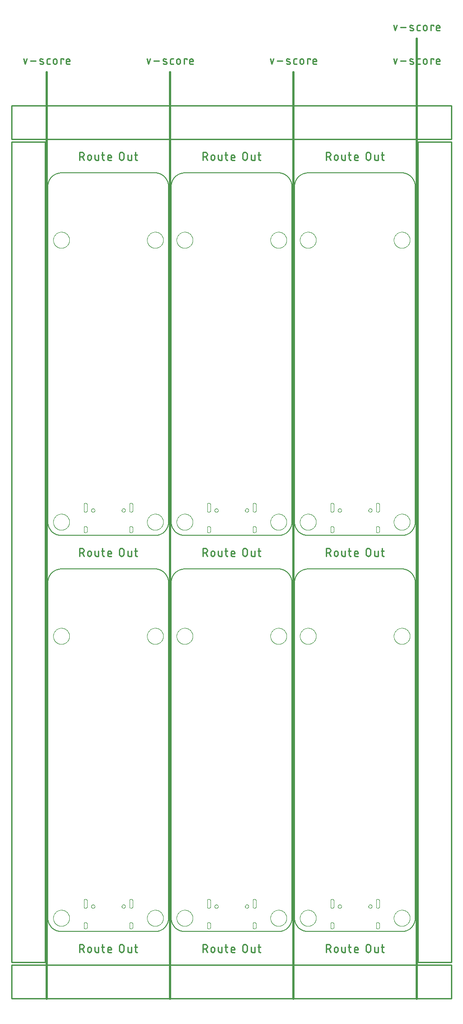
<source format=gko>
G04 EAGLE Gerber RS-274X export*
G75*
%MOMM*%
%FSLAX34Y34*%
%LPD*%
%IN*%
%IPPOS*%
%AMOC8*
5,1,8,0,0,1.08239X$1,22.5*%
G01*
%ADD10C,0.203200*%
%ADD11C,0.279400*%
%ADD12C,0.381000*%
%ADD13C,0.254000*%
%ADD14C,0.000000*%
%ADD15C,0.010000*%


D10*
X25400Y685800D02*
X24786Y685793D01*
X24173Y685770D01*
X23560Y685733D01*
X22949Y685681D01*
X22338Y685615D01*
X21730Y685533D01*
X21124Y685437D01*
X20520Y685327D01*
X19919Y685202D01*
X19321Y685062D01*
X18727Y684908D01*
X18137Y684739D01*
X17551Y684557D01*
X16970Y684360D01*
X16393Y684149D01*
X15822Y683925D01*
X15256Y683687D01*
X14696Y683435D01*
X14143Y683169D01*
X13596Y682891D01*
X13056Y682599D01*
X12523Y682294D01*
X11998Y681976D01*
X11480Y681646D01*
X10971Y681304D01*
X10470Y680949D01*
X9978Y680582D01*
X9495Y680204D01*
X9021Y679814D01*
X8557Y679412D01*
X8102Y679000D01*
X7658Y678576D01*
X7224Y678142D01*
X6800Y677698D01*
X6388Y677243D01*
X5986Y676779D01*
X5596Y676305D01*
X5218Y675822D01*
X4851Y675330D01*
X4496Y674829D01*
X4154Y674320D01*
X3824Y673802D01*
X3506Y673277D01*
X3201Y672744D01*
X2909Y672204D01*
X2631Y671657D01*
X2365Y671104D01*
X2113Y670544D01*
X1875Y669978D01*
X1651Y669407D01*
X1440Y668830D01*
X1243Y668249D01*
X1061Y667663D01*
X892Y667073D01*
X738Y666479D01*
X598Y665881D01*
X473Y665280D01*
X363Y664676D01*
X267Y664070D01*
X185Y663462D01*
X119Y662851D01*
X67Y662240D01*
X30Y661627D01*
X7Y661014D01*
X0Y660400D01*
X25400Y685800D02*
X203200Y685800D01*
X203814Y685793D01*
X204427Y685770D01*
X205040Y685733D01*
X205651Y685681D01*
X206262Y685615D01*
X206870Y685533D01*
X207476Y685437D01*
X208080Y685327D01*
X208681Y685202D01*
X209279Y685062D01*
X209873Y684908D01*
X210463Y684739D01*
X211049Y684557D01*
X211630Y684360D01*
X212207Y684149D01*
X212778Y683925D01*
X213344Y683687D01*
X213904Y683435D01*
X214457Y683169D01*
X215004Y682891D01*
X215544Y682599D01*
X216077Y682294D01*
X216602Y681976D01*
X217120Y681646D01*
X217629Y681304D01*
X218130Y680949D01*
X218622Y680582D01*
X219105Y680204D01*
X219579Y679814D01*
X220043Y679412D01*
X220498Y679000D01*
X220942Y678576D01*
X221376Y678142D01*
X221800Y677698D01*
X222212Y677243D01*
X222614Y676779D01*
X223004Y676305D01*
X223382Y675822D01*
X223749Y675330D01*
X224104Y674829D01*
X224446Y674320D01*
X224776Y673802D01*
X225094Y673277D01*
X225399Y672744D01*
X225691Y672204D01*
X225969Y671657D01*
X226235Y671104D01*
X226487Y670544D01*
X226725Y669978D01*
X226949Y669407D01*
X227160Y668830D01*
X227357Y668249D01*
X227539Y667663D01*
X227708Y667073D01*
X227862Y666479D01*
X228002Y665881D01*
X228127Y665280D01*
X228237Y664676D01*
X228333Y664070D01*
X228415Y663462D01*
X228481Y662851D01*
X228533Y662240D01*
X228570Y661627D01*
X228593Y661014D01*
X228600Y660400D01*
X228600Y25400D01*
X228593Y24786D01*
X228570Y24173D01*
X228533Y23560D01*
X228481Y22949D01*
X228415Y22338D01*
X228333Y21730D01*
X228237Y21124D01*
X228127Y20520D01*
X228002Y19919D01*
X227862Y19321D01*
X227708Y18727D01*
X227539Y18137D01*
X227357Y17551D01*
X227160Y16970D01*
X226949Y16393D01*
X226725Y15822D01*
X226487Y15256D01*
X226235Y14696D01*
X225969Y14143D01*
X225691Y13596D01*
X225399Y13056D01*
X225094Y12523D01*
X224776Y11998D01*
X224446Y11480D01*
X224104Y10971D01*
X223749Y10470D01*
X223382Y9978D01*
X223004Y9495D01*
X222614Y9021D01*
X222212Y8557D01*
X221800Y8102D01*
X221376Y7658D01*
X220942Y7224D01*
X220498Y6800D01*
X220043Y6388D01*
X219579Y5986D01*
X219105Y5596D01*
X218622Y5218D01*
X218130Y4851D01*
X217629Y4496D01*
X217120Y4154D01*
X216602Y3824D01*
X216077Y3506D01*
X215544Y3201D01*
X215004Y2909D01*
X214457Y2631D01*
X213904Y2365D01*
X213344Y2113D01*
X212778Y1875D01*
X212207Y1651D01*
X211630Y1440D01*
X211049Y1243D01*
X210463Y1061D01*
X209873Y892D01*
X209279Y738D01*
X208681Y598D01*
X208080Y473D01*
X207476Y363D01*
X206870Y267D01*
X206262Y185D01*
X205651Y119D01*
X205040Y67D01*
X204427Y30D01*
X203814Y7D01*
X203200Y0D01*
X25400Y0D01*
X24786Y7D01*
X24173Y30D01*
X23560Y67D01*
X22949Y119D01*
X22338Y185D01*
X21730Y267D01*
X21124Y363D01*
X20520Y473D01*
X19919Y598D01*
X19321Y738D01*
X18727Y892D01*
X18137Y1061D01*
X17551Y1243D01*
X16970Y1440D01*
X16393Y1651D01*
X15822Y1875D01*
X15256Y2113D01*
X14696Y2365D01*
X14143Y2631D01*
X13596Y2909D01*
X13056Y3201D01*
X12523Y3506D01*
X11998Y3824D01*
X11480Y4154D01*
X10971Y4496D01*
X10470Y4851D01*
X9978Y5218D01*
X9495Y5596D01*
X9021Y5986D01*
X8557Y6388D01*
X8102Y6800D01*
X7658Y7224D01*
X7224Y7658D01*
X6800Y8102D01*
X6388Y8557D01*
X5986Y9021D01*
X5596Y9495D01*
X5218Y9978D01*
X4851Y10470D01*
X4496Y10971D01*
X4154Y11480D01*
X3824Y11998D01*
X3506Y12523D01*
X3201Y13056D01*
X2909Y13596D01*
X2631Y14143D01*
X2365Y14696D01*
X2113Y15256D01*
X1875Y15822D01*
X1651Y16393D01*
X1440Y16970D01*
X1243Y17551D01*
X1061Y18137D01*
X892Y18727D01*
X738Y19321D01*
X598Y19919D01*
X473Y20520D01*
X363Y21124D01*
X267Y21730D01*
X185Y22338D01*
X119Y22949D01*
X67Y23560D01*
X30Y24173D01*
X7Y24786D01*
X0Y25400D01*
X0Y660400D01*
D11*
X59804Y-24257D02*
X59804Y-39243D01*
X59804Y-24257D02*
X63967Y-24257D01*
X64095Y-24259D01*
X64223Y-24265D01*
X64351Y-24275D01*
X64479Y-24289D01*
X64606Y-24306D01*
X64732Y-24328D01*
X64858Y-24353D01*
X64982Y-24383D01*
X65106Y-24416D01*
X65229Y-24453D01*
X65351Y-24494D01*
X65471Y-24538D01*
X65590Y-24586D01*
X65707Y-24638D01*
X65823Y-24693D01*
X65936Y-24752D01*
X66049Y-24815D01*
X66159Y-24881D01*
X66266Y-24950D01*
X66372Y-25022D01*
X66476Y-25098D01*
X66577Y-25177D01*
X66676Y-25259D01*
X66772Y-25344D01*
X66865Y-25431D01*
X66956Y-25522D01*
X67043Y-25615D01*
X67128Y-25711D01*
X67210Y-25810D01*
X67289Y-25911D01*
X67365Y-26015D01*
X67437Y-26121D01*
X67506Y-26228D01*
X67572Y-26339D01*
X67635Y-26451D01*
X67694Y-26564D01*
X67749Y-26680D01*
X67801Y-26797D01*
X67849Y-26916D01*
X67893Y-27036D01*
X67934Y-27158D01*
X67971Y-27281D01*
X68004Y-27405D01*
X68034Y-27529D01*
X68059Y-27655D01*
X68081Y-27781D01*
X68098Y-27908D01*
X68112Y-28036D01*
X68122Y-28164D01*
X68128Y-28292D01*
X68130Y-28420D01*
X68128Y-28548D01*
X68122Y-28676D01*
X68112Y-28804D01*
X68098Y-28932D01*
X68081Y-29059D01*
X68059Y-29185D01*
X68034Y-29311D01*
X68004Y-29435D01*
X67971Y-29559D01*
X67934Y-29682D01*
X67893Y-29804D01*
X67849Y-29924D01*
X67801Y-30043D01*
X67749Y-30160D01*
X67694Y-30276D01*
X67635Y-30389D01*
X67572Y-30502D01*
X67506Y-30612D01*
X67437Y-30719D01*
X67365Y-30825D01*
X67289Y-30929D01*
X67210Y-31030D01*
X67128Y-31129D01*
X67043Y-31225D01*
X66956Y-31318D01*
X66865Y-31409D01*
X66772Y-31496D01*
X66676Y-31581D01*
X66577Y-31663D01*
X66476Y-31742D01*
X66372Y-31818D01*
X66266Y-31890D01*
X66159Y-31959D01*
X66049Y-32025D01*
X65936Y-32088D01*
X65823Y-32147D01*
X65707Y-32202D01*
X65590Y-32254D01*
X65471Y-32302D01*
X65351Y-32346D01*
X65229Y-32387D01*
X65106Y-32424D01*
X64982Y-32457D01*
X64858Y-32487D01*
X64732Y-32512D01*
X64606Y-32534D01*
X64479Y-32551D01*
X64351Y-32565D01*
X64223Y-32575D01*
X64095Y-32581D01*
X63967Y-32583D01*
X59804Y-32583D01*
X64799Y-32583D02*
X68129Y-39243D01*
X75088Y-35913D02*
X75088Y-32583D01*
X75090Y-32469D01*
X75096Y-32356D01*
X75105Y-32242D01*
X75119Y-32130D01*
X75136Y-32017D01*
X75158Y-31905D01*
X75183Y-31795D01*
X75211Y-31685D01*
X75244Y-31576D01*
X75280Y-31468D01*
X75320Y-31361D01*
X75364Y-31256D01*
X75411Y-31153D01*
X75461Y-31051D01*
X75515Y-30951D01*
X75573Y-30853D01*
X75634Y-30757D01*
X75697Y-30663D01*
X75765Y-30571D01*
X75835Y-30481D01*
X75908Y-30395D01*
X75984Y-30310D01*
X76063Y-30228D01*
X76145Y-30149D01*
X76230Y-30073D01*
X76316Y-30000D01*
X76406Y-29930D01*
X76498Y-29862D01*
X76592Y-29799D01*
X76688Y-29738D01*
X76786Y-29680D01*
X76886Y-29626D01*
X76988Y-29576D01*
X77091Y-29529D01*
X77196Y-29485D01*
X77303Y-29445D01*
X77411Y-29409D01*
X77520Y-29376D01*
X77630Y-29348D01*
X77740Y-29323D01*
X77852Y-29301D01*
X77965Y-29284D01*
X78077Y-29270D01*
X78191Y-29261D01*
X78304Y-29255D01*
X78418Y-29253D01*
X78532Y-29255D01*
X78645Y-29261D01*
X78759Y-29270D01*
X78871Y-29284D01*
X78984Y-29301D01*
X79096Y-29323D01*
X79206Y-29348D01*
X79316Y-29376D01*
X79425Y-29409D01*
X79533Y-29445D01*
X79640Y-29485D01*
X79745Y-29529D01*
X79848Y-29576D01*
X79950Y-29626D01*
X80050Y-29680D01*
X80148Y-29738D01*
X80244Y-29799D01*
X80338Y-29862D01*
X80430Y-29930D01*
X80520Y-30000D01*
X80606Y-30073D01*
X80691Y-30149D01*
X80773Y-30228D01*
X80852Y-30310D01*
X80928Y-30395D01*
X81001Y-30481D01*
X81071Y-30571D01*
X81139Y-30663D01*
X81202Y-30757D01*
X81263Y-30853D01*
X81321Y-30951D01*
X81375Y-31051D01*
X81425Y-31153D01*
X81472Y-31256D01*
X81516Y-31361D01*
X81556Y-31468D01*
X81592Y-31576D01*
X81625Y-31685D01*
X81653Y-31795D01*
X81678Y-31905D01*
X81700Y-32017D01*
X81717Y-32130D01*
X81731Y-32242D01*
X81740Y-32356D01*
X81746Y-32469D01*
X81748Y-32583D01*
X81748Y-35913D01*
X81746Y-36027D01*
X81740Y-36140D01*
X81731Y-36254D01*
X81717Y-36366D01*
X81700Y-36479D01*
X81678Y-36591D01*
X81653Y-36701D01*
X81625Y-36811D01*
X81592Y-36920D01*
X81556Y-37028D01*
X81516Y-37135D01*
X81472Y-37240D01*
X81425Y-37343D01*
X81375Y-37445D01*
X81321Y-37545D01*
X81263Y-37643D01*
X81202Y-37739D01*
X81139Y-37833D01*
X81071Y-37925D01*
X81001Y-38015D01*
X80928Y-38101D01*
X80852Y-38186D01*
X80773Y-38268D01*
X80691Y-38347D01*
X80606Y-38423D01*
X80520Y-38496D01*
X80430Y-38566D01*
X80338Y-38634D01*
X80244Y-38697D01*
X80148Y-38758D01*
X80050Y-38816D01*
X79950Y-38870D01*
X79848Y-38920D01*
X79745Y-38967D01*
X79640Y-39011D01*
X79533Y-39051D01*
X79425Y-39087D01*
X79316Y-39120D01*
X79206Y-39148D01*
X79096Y-39173D01*
X78984Y-39195D01*
X78871Y-39212D01*
X78759Y-39226D01*
X78645Y-39235D01*
X78532Y-39241D01*
X78418Y-39243D01*
X78304Y-39241D01*
X78191Y-39235D01*
X78077Y-39226D01*
X77965Y-39212D01*
X77852Y-39195D01*
X77740Y-39173D01*
X77630Y-39148D01*
X77520Y-39120D01*
X77411Y-39087D01*
X77303Y-39051D01*
X77196Y-39011D01*
X77091Y-38967D01*
X76988Y-38920D01*
X76886Y-38870D01*
X76786Y-38816D01*
X76688Y-38758D01*
X76592Y-38697D01*
X76498Y-38634D01*
X76406Y-38566D01*
X76316Y-38496D01*
X76230Y-38423D01*
X76145Y-38347D01*
X76063Y-38268D01*
X75984Y-38186D01*
X75908Y-38101D01*
X75835Y-38015D01*
X75765Y-37925D01*
X75697Y-37833D01*
X75634Y-37739D01*
X75573Y-37643D01*
X75515Y-37545D01*
X75461Y-37445D01*
X75411Y-37343D01*
X75364Y-37240D01*
X75320Y-37135D01*
X75280Y-37028D01*
X75244Y-36920D01*
X75211Y-36811D01*
X75183Y-36701D01*
X75158Y-36591D01*
X75136Y-36479D01*
X75119Y-36366D01*
X75105Y-36254D01*
X75096Y-36140D01*
X75090Y-36027D01*
X75088Y-35913D01*
X89156Y-36745D02*
X89156Y-29252D01*
X89155Y-36745D02*
X89157Y-36843D01*
X89163Y-36941D01*
X89172Y-37039D01*
X89186Y-37136D01*
X89203Y-37232D01*
X89224Y-37328D01*
X89249Y-37423D01*
X89277Y-37517D01*
X89309Y-37610D01*
X89345Y-37701D01*
X89384Y-37791D01*
X89427Y-37879D01*
X89474Y-37966D01*
X89523Y-38050D01*
X89576Y-38133D01*
X89632Y-38213D01*
X89691Y-38292D01*
X89754Y-38367D01*
X89819Y-38441D01*
X89887Y-38511D01*
X89957Y-38579D01*
X90031Y-38645D01*
X90107Y-38707D01*
X90185Y-38766D01*
X90265Y-38822D01*
X90348Y-38875D01*
X90432Y-38925D01*
X90519Y-38971D01*
X90607Y-39014D01*
X90697Y-39053D01*
X90788Y-39089D01*
X90881Y-39121D01*
X90975Y-39149D01*
X91070Y-39174D01*
X91166Y-39195D01*
X91262Y-39212D01*
X91359Y-39226D01*
X91457Y-39235D01*
X91555Y-39241D01*
X91653Y-39243D01*
X95816Y-39243D01*
X95816Y-29252D01*
X101797Y-29252D02*
X106792Y-29252D01*
X103462Y-24257D02*
X103462Y-36745D01*
X103464Y-36843D01*
X103470Y-36941D01*
X103479Y-37039D01*
X103493Y-37136D01*
X103510Y-37232D01*
X103531Y-37328D01*
X103556Y-37423D01*
X103584Y-37517D01*
X103616Y-37610D01*
X103652Y-37701D01*
X103691Y-37791D01*
X103734Y-37879D01*
X103781Y-37966D01*
X103830Y-38050D01*
X103883Y-38133D01*
X103939Y-38213D01*
X103998Y-38292D01*
X104061Y-38367D01*
X104126Y-38441D01*
X104194Y-38511D01*
X104264Y-38579D01*
X104338Y-38645D01*
X104414Y-38707D01*
X104492Y-38766D01*
X104572Y-38822D01*
X104655Y-38875D01*
X104739Y-38925D01*
X104826Y-38971D01*
X104914Y-39014D01*
X105004Y-39053D01*
X105095Y-39089D01*
X105188Y-39121D01*
X105282Y-39149D01*
X105377Y-39174D01*
X105473Y-39195D01*
X105569Y-39212D01*
X105666Y-39226D01*
X105764Y-39235D01*
X105862Y-39241D01*
X105960Y-39243D01*
X106792Y-39243D01*
X115621Y-39243D02*
X119784Y-39243D01*
X115621Y-39243D02*
X115523Y-39241D01*
X115425Y-39235D01*
X115327Y-39226D01*
X115230Y-39212D01*
X115134Y-39195D01*
X115038Y-39174D01*
X114943Y-39149D01*
X114849Y-39121D01*
X114756Y-39089D01*
X114665Y-39053D01*
X114575Y-39014D01*
X114487Y-38971D01*
X114400Y-38924D01*
X114316Y-38875D01*
X114233Y-38822D01*
X114153Y-38766D01*
X114075Y-38707D01*
X113999Y-38645D01*
X113925Y-38579D01*
X113855Y-38511D01*
X113787Y-38441D01*
X113722Y-38367D01*
X113659Y-38292D01*
X113600Y-38213D01*
X113544Y-38133D01*
X113491Y-38050D01*
X113442Y-37966D01*
X113395Y-37879D01*
X113352Y-37791D01*
X113313Y-37701D01*
X113277Y-37610D01*
X113245Y-37517D01*
X113217Y-37423D01*
X113192Y-37328D01*
X113171Y-37232D01*
X113154Y-37136D01*
X113140Y-37039D01*
X113131Y-36941D01*
X113125Y-36843D01*
X113123Y-36745D01*
X113124Y-36745D02*
X113124Y-32583D01*
X113126Y-32469D01*
X113132Y-32356D01*
X113141Y-32242D01*
X113155Y-32130D01*
X113172Y-32017D01*
X113194Y-31905D01*
X113219Y-31795D01*
X113247Y-31685D01*
X113280Y-31576D01*
X113316Y-31468D01*
X113356Y-31361D01*
X113400Y-31256D01*
X113447Y-31153D01*
X113497Y-31051D01*
X113551Y-30951D01*
X113609Y-30853D01*
X113670Y-30757D01*
X113733Y-30663D01*
X113801Y-30571D01*
X113871Y-30481D01*
X113944Y-30395D01*
X114020Y-30310D01*
X114099Y-30228D01*
X114181Y-30149D01*
X114266Y-30073D01*
X114352Y-30000D01*
X114442Y-29930D01*
X114534Y-29862D01*
X114628Y-29799D01*
X114724Y-29738D01*
X114822Y-29680D01*
X114922Y-29626D01*
X115024Y-29576D01*
X115127Y-29529D01*
X115232Y-29485D01*
X115339Y-29445D01*
X115447Y-29409D01*
X115556Y-29376D01*
X115666Y-29348D01*
X115776Y-29323D01*
X115888Y-29301D01*
X116001Y-29284D01*
X116113Y-29270D01*
X116227Y-29261D01*
X116340Y-29255D01*
X116454Y-29253D01*
X116568Y-29255D01*
X116681Y-29261D01*
X116795Y-29270D01*
X116907Y-29284D01*
X117020Y-29301D01*
X117132Y-29323D01*
X117242Y-29348D01*
X117352Y-29376D01*
X117461Y-29409D01*
X117569Y-29445D01*
X117676Y-29485D01*
X117781Y-29529D01*
X117884Y-29576D01*
X117986Y-29626D01*
X118086Y-29680D01*
X118184Y-29738D01*
X118280Y-29799D01*
X118374Y-29862D01*
X118466Y-29930D01*
X118556Y-30000D01*
X118642Y-30073D01*
X118727Y-30149D01*
X118809Y-30228D01*
X118888Y-30310D01*
X118964Y-30395D01*
X119037Y-30481D01*
X119107Y-30571D01*
X119175Y-30663D01*
X119238Y-30757D01*
X119299Y-30853D01*
X119357Y-30951D01*
X119411Y-31051D01*
X119461Y-31153D01*
X119508Y-31256D01*
X119552Y-31361D01*
X119592Y-31468D01*
X119628Y-31576D01*
X119661Y-31685D01*
X119689Y-31795D01*
X119714Y-31905D01*
X119736Y-32017D01*
X119753Y-32130D01*
X119767Y-32242D01*
X119776Y-32356D01*
X119782Y-32469D01*
X119784Y-32583D01*
X119784Y-34248D01*
X113124Y-34248D01*
X135217Y-35080D02*
X135217Y-28420D01*
X135219Y-28292D01*
X135225Y-28164D01*
X135235Y-28036D01*
X135249Y-27908D01*
X135266Y-27781D01*
X135288Y-27655D01*
X135313Y-27529D01*
X135343Y-27405D01*
X135376Y-27281D01*
X135413Y-27158D01*
X135454Y-27036D01*
X135498Y-26916D01*
X135546Y-26797D01*
X135598Y-26680D01*
X135653Y-26564D01*
X135712Y-26451D01*
X135775Y-26338D01*
X135841Y-26228D01*
X135910Y-26121D01*
X135982Y-26015D01*
X136058Y-25911D01*
X136137Y-25810D01*
X136219Y-25711D01*
X136304Y-25615D01*
X136391Y-25522D01*
X136482Y-25431D01*
X136575Y-25344D01*
X136671Y-25259D01*
X136770Y-25177D01*
X136871Y-25098D01*
X136975Y-25022D01*
X137081Y-24950D01*
X137188Y-24881D01*
X137299Y-24815D01*
X137411Y-24752D01*
X137524Y-24693D01*
X137640Y-24638D01*
X137757Y-24586D01*
X137876Y-24538D01*
X137996Y-24494D01*
X138118Y-24453D01*
X138241Y-24416D01*
X138365Y-24383D01*
X138489Y-24353D01*
X138615Y-24328D01*
X138741Y-24306D01*
X138868Y-24289D01*
X138996Y-24275D01*
X139124Y-24265D01*
X139252Y-24259D01*
X139380Y-24257D01*
X139508Y-24259D01*
X139636Y-24265D01*
X139764Y-24275D01*
X139892Y-24289D01*
X140019Y-24306D01*
X140145Y-24328D01*
X140271Y-24353D01*
X140395Y-24383D01*
X140519Y-24416D01*
X140642Y-24453D01*
X140764Y-24494D01*
X140884Y-24538D01*
X141003Y-24586D01*
X141120Y-24638D01*
X141236Y-24693D01*
X141349Y-24752D01*
X141462Y-24815D01*
X141572Y-24881D01*
X141679Y-24950D01*
X141785Y-25022D01*
X141889Y-25098D01*
X141990Y-25177D01*
X142089Y-25259D01*
X142185Y-25344D01*
X142278Y-25431D01*
X142369Y-25522D01*
X142456Y-25615D01*
X142541Y-25711D01*
X142623Y-25810D01*
X142702Y-25911D01*
X142778Y-26015D01*
X142850Y-26121D01*
X142919Y-26228D01*
X142985Y-26339D01*
X143048Y-26451D01*
X143107Y-26564D01*
X143162Y-26680D01*
X143214Y-26797D01*
X143262Y-26916D01*
X143306Y-27036D01*
X143347Y-27158D01*
X143384Y-27281D01*
X143417Y-27405D01*
X143447Y-27529D01*
X143472Y-27655D01*
X143494Y-27781D01*
X143511Y-27908D01*
X143525Y-28036D01*
X143535Y-28164D01*
X143541Y-28292D01*
X143543Y-28420D01*
X143542Y-28420D02*
X143542Y-35080D01*
X143543Y-35080D02*
X143541Y-35208D01*
X143535Y-35336D01*
X143525Y-35464D01*
X143511Y-35592D01*
X143494Y-35719D01*
X143472Y-35845D01*
X143447Y-35971D01*
X143417Y-36095D01*
X143384Y-36219D01*
X143347Y-36342D01*
X143306Y-36464D01*
X143262Y-36584D01*
X143214Y-36703D01*
X143162Y-36820D01*
X143107Y-36936D01*
X143048Y-37049D01*
X142985Y-37162D01*
X142919Y-37272D01*
X142850Y-37379D01*
X142778Y-37485D01*
X142702Y-37589D01*
X142623Y-37690D01*
X142541Y-37789D01*
X142456Y-37885D01*
X142369Y-37978D01*
X142278Y-38069D01*
X142185Y-38156D01*
X142089Y-38241D01*
X141990Y-38323D01*
X141889Y-38402D01*
X141785Y-38478D01*
X141679Y-38550D01*
X141572Y-38619D01*
X141461Y-38685D01*
X141349Y-38748D01*
X141236Y-38807D01*
X141120Y-38862D01*
X141003Y-38914D01*
X140884Y-38962D01*
X140764Y-39006D01*
X140642Y-39047D01*
X140519Y-39084D01*
X140395Y-39117D01*
X140271Y-39147D01*
X140145Y-39172D01*
X140019Y-39194D01*
X139892Y-39211D01*
X139764Y-39225D01*
X139636Y-39235D01*
X139508Y-39241D01*
X139380Y-39243D01*
X139252Y-39241D01*
X139124Y-39235D01*
X138996Y-39225D01*
X138868Y-39211D01*
X138741Y-39194D01*
X138615Y-39172D01*
X138489Y-39147D01*
X138365Y-39117D01*
X138241Y-39084D01*
X138118Y-39047D01*
X137996Y-39006D01*
X137876Y-38962D01*
X137757Y-38914D01*
X137640Y-38862D01*
X137524Y-38807D01*
X137411Y-38748D01*
X137299Y-38685D01*
X137188Y-38619D01*
X137081Y-38550D01*
X136975Y-38478D01*
X136871Y-38402D01*
X136770Y-38323D01*
X136671Y-38241D01*
X136575Y-38156D01*
X136482Y-38069D01*
X136391Y-37978D01*
X136304Y-37885D01*
X136219Y-37789D01*
X136137Y-37690D01*
X136058Y-37589D01*
X135982Y-37485D01*
X135910Y-37379D01*
X135841Y-37272D01*
X135775Y-37161D01*
X135712Y-37049D01*
X135653Y-36936D01*
X135598Y-36820D01*
X135546Y-36703D01*
X135498Y-36584D01*
X135454Y-36464D01*
X135413Y-36342D01*
X135376Y-36219D01*
X135343Y-36095D01*
X135313Y-35971D01*
X135288Y-35845D01*
X135266Y-35719D01*
X135249Y-35592D01*
X135235Y-35464D01*
X135225Y-35336D01*
X135219Y-35208D01*
X135217Y-35080D01*
X151159Y-36745D02*
X151159Y-29252D01*
X151159Y-36745D02*
X151161Y-36843D01*
X151167Y-36941D01*
X151176Y-37039D01*
X151190Y-37136D01*
X151207Y-37232D01*
X151228Y-37328D01*
X151253Y-37423D01*
X151281Y-37517D01*
X151313Y-37610D01*
X151349Y-37701D01*
X151388Y-37791D01*
X151431Y-37879D01*
X151478Y-37966D01*
X151527Y-38050D01*
X151580Y-38133D01*
X151636Y-38213D01*
X151695Y-38292D01*
X151758Y-38367D01*
X151823Y-38441D01*
X151891Y-38511D01*
X151961Y-38579D01*
X152035Y-38645D01*
X152111Y-38707D01*
X152189Y-38766D01*
X152269Y-38822D01*
X152352Y-38875D01*
X152436Y-38925D01*
X152523Y-38971D01*
X152611Y-39014D01*
X152701Y-39053D01*
X152792Y-39089D01*
X152885Y-39121D01*
X152979Y-39149D01*
X153074Y-39174D01*
X153170Y-39195D01*
X153266Y-39212D01*
X153363Y-39226D01*
X153461Y-39235D01*
X153559Y-39241D01*
X153657Y-39243D01*
X157820Y-39243D01*
X157820Y-29252D01*
X163801Y-29252D02*
X168796Y-29252D01*
X165466Y-24257D02*
X165466Y-36745D01*
X165465Y-36745D02*
X165467Y-36843D01*
X165473Y-36941D01*
X165482Y-37039D01*
X165496Y-37136D01*
X165513Y-37232D01*
X165534Y-37328D01*
X165559Y-37423D01*
X165587Y-37517D01*
X165619Y-37610D01*
X165655Y-37701D01*
X165694Y-37791D01*
X165737Y-37879D01*
X165784Y-37966D01*
X165833Y-38050D01*
X165886Y-38133D01*
X165942Y-38213D01*
X166001Y-38292D01*
X166064Y-38367D01*
X166129Y-38441D01*
X166197Y-38511D01*
X166267Y-38579D01*
X166341Y-38645D01*
X166417Y-38707D01*
X166495Y-38766D01*
X166575Y-38822D01*
X166658Y-38875D01*
X166742Y-38925D01*
X166829Y-38971D01*
X166917Y-39014D01*
X167007Y-39053D01*
X167098Y-39089D01*
X167191Y-39121D01*
X167285Y-39149D01*
X167380Y-39174D01*
X167476Y-39195D01*
X167572Y-39212D01*
X167669Y-39226D01*
X167767Y-39235D01*
X167865Y-39241D01*
X167963Y-39243D01*
X167964Y-39243D02*
X168796Y-39243D01*
D10*
X233680Y660400D02*
X233687Y661014D01*
X233710Y661627D01*
X233747Y662240D01*
X233799Y662851D01*
X233865Y663462D01*
X233947Y664070D01*
X234043Y664676D01*
X234153Y665280D01*
X234278Y665881D01*
X234418Y666479D01*
X234572Y667073D01*
X234741Y667663D01*
X234923Y668249D01*
X235120Y668830D01*
X235331Y669407D01*
X235555Y669978D01*
X235793Y670544D01*
X236045Y671104D01*
X236311Y671657D01*
X236589Y672204D01*
X236881Y672744D01*
X237186Y673277D01*
X237504Y673802D01*
X237834Y674320D01*
X238176Y674829D01*
X238531Y675330D01*
X238898Y675822D01*
X239276Y676305D01*
X239666Y676779D01*
X240068Y677243D01*
X240480Y677698D01*
X240904Y678142D01*
X241338Y678576D01*
X241782Y679000D01*
X242237Y679412D01*
X242701Y679814D01*
X243175Y680204D01*
X243658Y680582D01*
X244150Y680949D01*
X244651Y681304D01*
X245160Y681646D01*
X245678Y681976D01*
X246203Y682294D01*
X246736Y682599D01*
X247276Y682891D01*
X247823Y683169D01*
X248376Y683435D01*
X248936Y683687D01*
X249502Y683925D01*
X250073Y684149D01*
X250650Y684360D01*
X251231Y684557D01*
X251817Y684739D01*
X252407Y684908D01*
X253001Y685062D01*
X253599Y685202D01*
X254200Y685327D01*
X254804Y685437D01*
X255410Y685533D01*
X256018Y685615D01*
X256629Y685681D01*
X257240Y685733D01*
X257853Y685770D01*
X258466Y685793D01*
X259080Y685800D01*
X436880Y685800D01*
X437494Y685793D01*
X438107Y685770D01*
X438720Y685733D01*
X439331Y685681D01*
X439942Y685615D01*
X440550Y685533D01*
X441156Y685437D01*
X441760Y685327D01*
X442361Y685202D01*
X442959Y685062D01*
X443553Y684908D01*
X444143Y684739D01*
X444729Y684557D01*
X445310Y684360D01*
X445887Y684149D01*
X446458Y683925D01*
X447024Y683687D01*
X447584Y683435D01*
X448137Y683169D01*
X448684Y682891D01*
X449224Y682599D01*
X449757Y682294D01*
X450282Y681976D01*
X450800Y681646D01*
X451309Y681304D01*
X451810Y680949D01*
X452302Y680582D01*
X452785Y680204D01*
X453259Y679814D01*
X453723Y679412D01*
X454178Y679000D01*
X454622Y678576D01*
X455056Y678142D01*
X455480Y677698D01*
X455892Y677243D01*
X456294Y676779D01*
X456684Y676305D01*
X457062Y675822D01*
X457429Y675330D01*
X457784Y674829D01*
X458126Y674320D01*
X458456Y673802D01*
X458774Y673277D01*
X459079Y672744D01*
X459371Y672204D01*
X459649Y671657D01*
X459915Y671104D01*
X460167Y670544D01*
X460405Y669978D01*
X460629Y669407D01*
X460840Y668830D01*
X461037Y668249D01*
X461219Y667663D01*
X461388Y667073D01*
X461542Y666479D01*
X461682Y665881D01*
X461807Y665280D01*
X461917Y664676D01*
X462013Y664070D01*
X462095Y663462D01*
X462161Y662851D01*
X462213Y662240D01*
X462250Y661627D01*
X462273Y661014D01*
X462280Y660400D01*
X462280Y25400D01*
X462273Y24786D01*
X462250Y24173D01*
X462213Y23560D01*
X462161Y22949D01*
X462095Y22338D01*
X462013Y21730D01*
X461917Y21124D01*
X461807Y20520D01*
X461682Y19919D01*
X461542Y19321D01*
X461388Y18727D01*
X461219Y18137D01*
X461037Y17551D01*
X460840Y16970D01*
X460629Y16393D01*
X460405Y15822D01*
X460167Y15256D01*
X459915Y14696D01*
X459649Y14143D01*
X459371Y13596D01*
X459079Y13056D01*
X458774Y12523D01*
X458456Y11998D01*
X458126Y11480D01*
X457784Y10971D01*
X457429Y10470D01*
X457062Y9978D01*
X456684Y9495D01*
X456294Y9021D01*
X455892Y8557D01*
X455480Y8102D01*
X455056Y7658D01*
X454622Y7224D01*
X454178Y6800D01*
X453723Y6388D01*
X453259Y5986D01*
X452785Y5596D01*
X452302Y5218D01*
X451810Y4851D01*
X451309Y4496D01*
X450800Y4154D01*
X450282Y3824D01*
X449757Y3506D01*
X449224Y3201D01*
X448684Y2909D01*
X448137Y2631D01*
X447584Y2365D01*
X447024Y2113D01*
X446458Y1875D01*
X445887Y1651D01*
X445310Y1440D01*
X444729Y1243D01*
X444143Y1061D01*
X443553Y892D01*
X442959Y738D01*
X442361Y598D01*
X441760Y473D01*
X441156Y363D01*
X440550Y267D01*
X439942Y185D01*
X439331Y119D01*
X438720Y67D01*
X438107Y30D01*
X437494Y7D01*
X436880Y0D01*
X259080Y0D01*
X258466Y7D01*
X257853Y30D01*
X257240Y67D01*
X256629Y119D01*
X256018Y185D01*
X255410Y267D01*
X254804Y363D01*
X254200Y473D01*
X253599Y598D01*
X253001Y738D01*
X252407Y892D01*
X251817Y1061D01*
X251231Y1243D01*
X250650Y1440D01*
X250073Y1651D01*
X249502Y1875D01*
X248936Y2113D01*
X248376Y2365D01*
X247823Y2631D01*
X247276Y2909D01*
X246736Y3201D01*
X246203Y3506D01*
X245678Y3824D01*
X245160Y4154D01*
X244651Y4496D01*
X244150Y4851D01*
X243658Y5218D01*
X243175Y5596D01*
X242701Y5986D01*
X242237Y6388D01*
X241782Y6800D01*
X241338Y7224D01*
X240904Y7658D01*
X240480Y8102D01*
X240068Y8557D01*
X239666Y9021D01*
X239276Y9495D01*
X238898Y9978D01*
X238531Y10470D01*
X238176Y10971D01*
X237834Y11480D01*
X237504Y11998D01*
X237186Y12523D01*
X236881Y13056D01*
X236589Y13596D01*
X236311Y14143D01*
X236045Y14696D01*
X235793Y15256D01*
X235555Y15822D01*
X235331Y16393D01*
X235120Y16970D01*
X234923Y17551D01*
X234741Y18137D01*
X234572Y18727D01*
X234418Y19321D01*
X234278Y19919D01*
X234153Y20520D01*
X234043Y21124D01*
X233947Y21730D01*
X233865Y22338D01*
X233799Y22949D01*
X233747Y23560D01*
X233710Y24173D01*
X233687Y24786D01*
X233680Y25400D01*
X233680Y660400D01*
D11*
X293484Y-24257D02*
X293484Y-39243D01*
X293484Y-24257D02*
X297647Y-24257D01*
X297775Y-24259D01*
X297903Y-24265D01*
X298031Y-24275D01*
X298159Y-24289D01*
X298286Y-24306D01*
X298412Y-24328D01*
X298538Y-24353D01*
X298662Y-24383D01*
X298786Y-24416D01*
X298909Y-24453D01*
X299031Y-24494D01*
X299151Y-24538D01*
X299270Y-24586D01*
X299387Y-24638D01*
X299503Y-24693D01*
X299616Y-24752D01*
X299729Y-24815D01*
X299839Y-24881D01*
X299946Y-24950D01*
X300052Y-25022D01*
X300156Y-25098D01*
X300257Y-25177D01*
X300356Y-25259D01*
X300452Y-25344D01*
X300545Y-25431D01*
X300636Y-25522D01*
X300723Y-25615D01*
X300808Y-25711D01*
X300890Y-25810D01*
X300969Y-25911D01*
X301045Y-26015D01*
X301117Y-26121D01*
X301186Y-26228D01*
X301252Y-26339D01*
X301315Y-26451D01*
X301374Y-26564D01*
X301429Y-26680D01*
X301481Y-26797D01*
X301529Y-26916D01*
X301573Y-27036D01*
X301614Y-27158D01*
X301651Y-27281D01*
X301684Y-27405D01*
X301714Y-27529D01*
X301739Y-27655D01*
X301761Y-27781D01*
X301778Y-27908D01*
X301792Y-28036D01*
X301802Y-28164D01*
X301808Y-28292D01*
X301810Y-28420D01*
X301808Y-28548D01*
X301802Y-28676D01*
X301792Y-28804D01*
X301778Y-28932D01*
X301761Y-29059D01*
X301739Y-29185D01*
X301714Y-29311D01*
X301684Y-29435D01*
X301651Y-29559D01*
X301614Y-29682D01*
X301573Y-29804D01*
X301529Y-29924D01*
X301481Y-30043D01*
X301429Y-30160D01*
X301374Y-30276D01*
X301315Y-30389D01*
X301252Y-30502D01*
X301186Y-30612D01*
X301117Y-30719D01*
X301045Y-30825D01*
X300969Y-30929D01*
X300890Y-31030D01*
X300808Y-31129D01*
X300723Y-31225D01*
X300636Y-31318D01*
X300545Y-31409D01*
X300452Y-31496D01*
X300356Y-31581D01*
X300257Y-31663D01*
X300156Y-31742D01*
X300052Y-31818D01*
X299946Y-31890D01*
X299839Y-31959D01*
X299729Y-32025D01*
X299616Y-32088D01*
X299503Y-32147D01*
X299387Y-32202D01*
X299270Y-32254D01*
X299151Y-32302D01*
X299031Y-32346D01*
X298909Y-32387D01*
X298786Y-32424D01*
X298662Y-32457D01*
X298538Y-32487D01*
X298412Y-32512D01*
X298286Y-32534D01*
X298159Y-32551D01*
X298031Y-32565D01*
X297903Y-32575D01*
X297775Y-32581D01*
X297647Y-32583D01*
X293484Y-32583D01*
X298479Y-32583D02*
X301809Y-39243D01*
X308768Y-35913D02*
X308768Y-32583D01*
X308770Y-32469D01*
X308776Y-32356D01*
X308785Y-32242D01*
X308799Y-32130D01*
X308816Y-32017D01*
X308838Y-31905D01*
X308863Y-31795D01*
X308891Y-31685D01*
X308924Y-31576D01*
X308960Y-31468D01*
X309000Y-31361D01*
X309044Y-31256D01*
X309091Y-31153D01*
X309141Y-31051D01*
X309195Y-30951D01*
X309253Y-30853D01*
X309314Y-30757D01*
X309377Y-30663D01*
X309445Y-30571D01*
X309515Y-30481D01*
X309588Y-30395D01*
X309664Y-30310D01*
X309743Y-30228D01*
X309825Y-30149D01*
X309910Y-30073D01*
X309996Y-30000D01*
X310086Y-29930D01*
X310178Y-29862D01*
X310272Y-29799D01*
X310368Y-29738D01*
X310466Y-29680D01*
X310566Y-29626D01*
X310668Y-29576D01*
X310771Y-29529D01*
X310876Y-29485D01*
X310983Y-29445D01*
X311091Y-29409D01*
X311200Y-29376D01*
X311310Y-29348D01*
X311420Y-29323D01*
X311532Y-29301D01*
X311645Y-29284D01*
X311757Y-29270D01*
X311871Y-29261D01*
X311984Y-29255D01*
X312098Y-29253D01*
X312212Y-29255D01*
X312325Y-29261D01*
X312439Y-29270D01*
X312551Y-29284D01*
X312664Y-29301D01*
X312776Y-29323D01*
X312886Y-29348D01*
X312996Y-29376D01*
X313105Y-29409D01*
X313213Y-29445D01*
X313320Y-29485D01*
X313425Y-29529D01*
X313528Y-29576D01*
X313630Y-29626D01*
X313730Y-29680D01*
X313828Y-29738D01*
X313924Y-29799D01*
X314018Y-29862D01*
X314110Y-29930D01*
X314200Y-30000D01*
X314286Y-30073D01*
X314371Y-30149D01*
X314453Y-30228D01*
X314532Y-30310D01*
X314608Y-30395D01*
X314681Y-30481D01*
X314751Y-30571D01*
X314819Y-30663D01*
X314882Y-30757D01*
X314943Y-30853D01*
X315001Y-30951D01*
X315055Y-31051D01*
X315105Y-31153D01*
X315152Y-31256D01*
X315196Y-31361D01*
X315236Y-31468D01*
X315272Y-31576D01*
X315305Y-31685D01*
X315333Y-31795D01*
X315358Y-31905D01*
X315380Y-32017D01*
X315397Y-32130D01*
X315411Y-32242D01*
X315420Y-32356D01*
X315426Y-32469D01*
X315428Y-32583D01*
X315428Y-35913D01*
X315426Y-36027D01*
X315420Y-36140D01*
X315411Y-36254D01*
X315397Y-36366D01*
X315380Y-36479D01*
X315358Y-36591D01*
X315333Y-36701D01*
X315305Y-36811D01*
X315272Y-36920D01*
X315236Y-37028D01*
X315196Y-37135D01*
X315152Y-37240D01*
X315105Y-37343D01*
X315055Y-37445D01*
X315001Y-37545D01*
X314943Y-37643D01*
X314882Y-37739D01*
X314819Y-37833D01*
X314751Y-37925D01*
X314681Y-38015D01*
X314608Y-38101D01*
X314532Y-38186D01*
X314453Y-38268D01*
X314371Y-38347D01*
X314286Y-38423D01*
X314200Y-38496D01*
X314110Y-38566D01*
X314018Y-38634D01*
X313924Y-38697D01*
X313828Y-38758D01*
X313730Y-38816D01*
X313630Y-38870D01*
X313528Y-38920D01*
X313425Y-38967D01*
X313320Y-39011D01*
X313213Y-39051D01*
X313105Y-39087D01*
X312996Y-39120D01*
X312886Y-39148D01*
X312776Y-39173D01*
X312664Y-39195D01*
X312551Y-39212D01*
X312439Y-39226D01*
X312325Y-39235D01*
X312212Y-39241D01*
X312098Y-39243D01*
X311984Y-39241D01*
X311871Y-39235D01*
X311757Y-39226D01*
X311645Y-39212D01*
X311532Y-39195D01*
X311420Y-39173D01*
X311310Y-39148D01*
X311200Y-39120D01*
X311091Y-39087D01*
X310983Y-39051D01*
X310876Y-39011D01*
X310771Y-38967D01*
X310668Y-38920D01*
X310566Y-38870D01*
X310466Y-38816D01*
X310368Y-38758D01*
X310272Y-38697D01*
X310178Y-38634D01*
X310086Y-38566D01*
X309996Y-38496D01*
X309910Y-38423D01*
X309825Y-38347D01*
X309743Y-38268D01*
X309664Y-38186D01*
X309588Y-38101D01*
X309515Y-38015D01*
X309445Y-37925D01*
X309377Y-37833D01*
X309314Y-37739D01*
X309253Y-37643D01*
X309195Y-37545D01*
X309141Y-37445D01*
X309091Y-37343D01*
X309044Y-37240D01*
X309000Y-37135D01*
X308960Y-37028D01*
X308924Y-36920D01*
X308891Y-36811D01*
X308863Y-36701D01*
X308838Y-36591D01*
X308816Y-36479D01*
X308799Y-36366D01*
X308785Y-36254D01*
X308776Y-36140D01*
X308770Y-36027D01*
X308768Y-35913D01*
X322836Y-36745D02*
X322836Y-29252D01*
X322835Y-36745D02*
X322837Y-36843D01*
X322843Y-36941D01*
X322852Y-37039D01*
X322866Y-37136D01*
X322883Y-37232D01*
X322904Y-37328D01*
X322929Y-37423D01*
X322957Y-37517D01*
X322989Y-37610D01*
X323025Y-37701D01*
X323064Y-37791D01*
X323107Y-37879D01*
X323154Y-37966D01*
X323203Y-38050D01*
X323256Y-38133D01*
X323312Y-38213D01*
X323371Y-38292D01*
X323434Y-38367D01*
X323499Y-38441D01*
X323567Y-38511D01*
X323637Y-38579D01*
X323711Y-38645D01*
X323787Y-38707D01*
X323865Y-38766D01*
X323945Y-38822D01*
X324028Y-38875D01*
X324112Y-38925D01*
X324199Y-38971D01*
X324287Y-39014D01*
X324377Y-39053D01*
X324468Y-39089D01*
X324561Y-39121D01*
X324655Y-39149D01*
X324750Y-39174D01*
X324846Y-39195D01*
X324942Y-39212D01*
X325039Y-39226D01*
X325137Y-39235D01*
X325235Y-39241D01*
X325333Y-39243D01*
X329496Y-39243D01*
X329496Y-29252D01*
X335477Y-29252D02*
X340472Y-29252D01*
X337142Y-24257D02*
X337142Y-36745D01*
X337144Y-36843D01*
X337150Y-36941D01*
X337159Y-37039D01*
X337173Y-37136D01*
X337190Y-37232D01*
X337211Y-37328D01*
X337236Y-37423D01*
X337264Y-37517D01*
X337296Y-37610D01*
X337332Y-37701D01*
X337371Y-37791D01*
X337414Y-37879D01*
X337461Y-37966D01*
X337510Y-38050D01*
X337563Y-38133D01*
X337619Y-38213D01*
X337678Y-38292D01*
X337741Y-38367D01*
X337806Y-38441D01*
X337874Y-38511D01*
X337944Y-38579D01*
X338018Y-38645D01*
X338094Y-38707D01*
X338172Y-38766D01*
X338252Y-38822D01*
X338335Y-38875D01*
X338419Y-38925D01*
X338506Y-38971D01*
X338594Y-39014D01*
X338684Y-39053D01*
X338775Y-39089D01*
X338868Y-39121D01*
X338962Y-39149D01*
X339057Y-39174D01*
X339153Y-39195D01*
X339249Y-39212D01*
X339346Y-39226D01*
X339444Y-39235D01*
X339542Y-39241D01*
X339640Y-39243D01*
X340472Y-39243D01*
X349301Y-39243D02*
X353464Y-39243D01*
X349301Y-39243D02*
X349203Y-39241D01*
X349105Y-39235D01*
X349007Y-39226D01*
X348910Y-39212D01*
X348814Y-39195D01*
X348718Y-39174D01*
X348623Y-39149D01*
X348529Y-39121D01*
X348436Y-39089D01*
X348345Y-39053D01*
X348255Y-39014D01*
X348167Y-38971D01*
X348080Y-38924D01*
X347996Y-38875D01*
X347913Y-38822D01*
X347833Y-38766D01*
X347755Y-38707D01*
X347679Y-38645D01*
X347605Y-38579D01*
X347535Y-38511D01*
X347467Y-38441D01*
X347402Y-38367D01*
X347339Y-38292D01*
X347280Y-38213D01*
X347224Y-38133D01*
X347171Y-38050D01*
X347122Y-37966D01*
X347075Y-37879D01*
X347032Y-37791D01*
X346993Y-37701D01*
X346957Y-37610D01*
X346925Y-37517D01*
X346897Y-37423D01*
X346872Y-37328D01*
X346851Y-37232D01*
X346834Y-37136D01*
X346820Y-37039D01*
X346811Y-36941D01*
X346805Y-36843D01*
X346803Y-36745D01*
X346804Y-36745D02*
X346804Y-32583D01*
X346806Y-32469D01*
X346812Y-32356D01*
X346821Y-32242D01*
X346835Y-32130D01*
X346852Y-32017D01*
X346874Y-31905D01*
X346899Y-31795D01*
X346927Y-31685D01*
X346960Y-31576D01*
X346996Y-31468D01*
X347036Y-31361D01*
X347080Y-31256D01*
X347127Y-31153D01*
X347177Y-31051D01*
X347231Y-30951D01*
X347289Y-30853D01*
X347350Y-30757D01*
X347413Y-30663D01*
X347481Y-30571D01*
X347551Y-30481D01*
X347624Y-30395D01*
X347700Y-30310D01*
X347779Y-30228D01*
X347861Y-30149D01*
X347946Y-30073D01*
X348032Y-30000D01*
X348122Y-29930D01*
X348214Y-29862D01*
X348308Y-29799D01*
X348404Y-29738D01*
X348502Y-29680D01*
X348602Y-29626D01*
X348704Y-29576D01*
X348807Y-29529D01*
X348912Y-29485D01*
X349019Y-29445D01*
X349127Y-29409D01*
X349236Y-29376D01*
X349346Y-29348D01*
X349456Y-29323D01*
X349568Y-29301D01*
X349681Y-29284D01*
X349793Y-29270D01*
X349907Y-29261D01*
X350020Y-29255D01*
X350134Y-29253D01*
X350248Y-29255D01*
X350361Y-29261D01*
X350475Y-29270D01*
X350587Y-29284D01*
X350700Y-29301D01*
X350812Y-29323D01*
X350922Y-29348D01*
X351032Y-29376D01*
X351141Y-29409D01*
X351249Y-29445D01*
X351356Y-29485D01*
X351461Y-29529D01*
X351564Y-29576D01*
X351666Y-29626D01*
X351766Y-29680D01*
X351864Y-29738D01*
X351960Y-29799D01*
X352054Y-29862D01*
X352146Y-29930D01*
X352236Y-30000D01*
X352322Y-30073D01*
X352407Y-30149D01*
X352489Y-30228D01*
X352568Y-30310D01*
X352644Y-30395D01*
X352717Y-30481D01*
X352787Y-30571D01*
X352855Y-30663D01*
X352918Y-30757D01*
X352979Y-30853D01*
X353037Y-30951D01*
X353091Y-31051D01*
X353141Y-31153D01*
X353188Y-31256D01*
X353232Y-31361D01*
X353272Y-31468D01*
X353308Y-31576D01*
X353341Y-31685D01*
X353369Y-31795D01*
X353394Y-31905D01*
X353416Y-32017D01*
X353433Y-32130D01*
X353447Y-32242D01*
X353456Y-32356D01*
X353462Y-32469D01*
X353464Y-32583D01*
X353464Y-34248D01*
X346804Y-34248D01*
X368897Y-35080D02*
X368897Y-28420D01*
X368899Y-28292D01*
X368905Y-28164D01*
X368915Y-28036D01*
X368929Y-27908D01*
X368946Y-27781D01*
X368968Y-27655D01*
X368993Y-27529D01*
X369023Y-27405D01*
X369056Y-27281D01*
X369093Y-27158D01*
X369134Y-27036D01*
X369178Y-26916D01*
X369226Y-26797D01*
X369278Y-26680D01*
X369333Y-26564D01*
X369392Y-26451D01*
X369455Y-26338D01*
X369521Y-26228D01*
X369590Y-26121D01*
X369662Y-26015D01*
X369738Y-25911D01*
X369817Y-25810D01*
X369899Y-25711D01*
X369984Y-25615D01*
X370071Y-25522D01*
X370162Y-25431D01*
X370255Y-25344D01*
X370351Y-25259D01*
X370450Y-25177D01*
X370551Y-25098D01*
X370655Y-25022D01*
X370761Y-24950D01*
X370868Y-24881D01*
X370979Y-24815D01*
X371091Y-24752D01*
X371204Y-24693D01*
X371320Y-24638D01*
X371437Y-24586D01*
X371556Y-24538D01*
X371676Y-24494D01*
X371798Y-24453D01*
X371921Y-24416D01*
X372045Y-24383D01*
X372169Y-24353D01*
X372295Y-24328D01*
X372421Y-24306D01*
X372548Y-24289D01*
X372676Y-24275D01*
X372804Y-24265D01*
X372932Y-24259D01*
X373060Y-24257D01*
X373188Y-24259D01*
X373316Y-24265D01*
X373444Y-24275D01*
X373572Y-24289D01*
X373699Y-24306D01*
X373825Y-24328D01*
X373951Y-24353D01*
X374075Y-24383D01*
X374199Y-24416D01*
X374322Y-24453D01*
X374444Y-24494D01*
X374564Y-24538D01*
X374683Y-24586D01*
X374800Y-24638D01*
X374916Y-24693D01*
X375029Y-24752D01*
X375142Y-24815D01*
X375252Y-24881D01*
X375359Y-24950D01*
X375465Y-25022D01*
X375569Y-25098D01*
X375670Y-25177D01*
X375769Y-25259D01*
X375865Y-25344D01*
X375958Y-25431D01*
X376049Y-25522D01*
X376136Y-25615D01*
X376221Y-25711D01*
X376303Y-25810D01*
X376382Y-25911D01*
X376458Y-26015D01*
X376530Y-26121D01*
X376599Y-26228D01*
X376665Y-26339D01*
X376728Y-26451D01*
X376787Y-26564D01*
X376842Y-26680D01*
X376894Y-26797D01*
X376942Y-26916D01*
X376986Y-27036D01*
X377027Y-27158D01*
X377064Y-27281D01*
X377097Y-27405D01*
X377127Y-27529D01*
X377152Y-27655D01*
X377174Y-27781D01*
X377191Y-27908D01*
X377205Y-28036D01*
X377215Y-28164D01*
X377221Y-28292D01*
X377223Y-28420D01*
X377222Y-28420D02*
X377222Y-35080D01*
X377223Y-35080D02*
X377221Y-35208D01*
X377215Y-35336D01*
X377205Y-35464D01*
X377191Y-35592D01*
X377174Y-35719D01*
X377152Y-35845D01*
X377127Y-35971D01*
X377097Y-36095D01*
X377064Y-36219D01*
X377027Y-36342D01*
X376986Y-36464D01*
X376942Y-36584D01*
X376894Y-36703D01*
X376842Y-36820D01*
X376787Y-36936D01*
X376728Y-37049D01*
X376665Y-37162D01*
X376599Y-37272D01*
X376530Y-37379D01*
X376458Y-37485D01*
X376382Y-37589D01*
X376303Y-37690D01*
X376221Y-37789D01*
X376136Y-37885D01*
X376049Y-37978D01*
X375958Y-38069D01*
X375865Y-38156D01*
X375769Y-38241D01*
X375670Y-38323D01*
X375569Y-38402D01*
X375465Y-38478D01*
X375359Y-38550D01*
X375252Y-38619D01*
X375142Y-38685D01*
X375029Y-38748D01*
X374916Y-38807D01*
X374800Y-38862D01*
X374683Y-38914D01*
X374564Y-38962D01*
X374444Y-39006D01*
X374322Y-39047D01*
X374199Y-39084D01*
X374075Y-39117D01*
X373951Y-39147D01*
X373825Y-39172D01*
X373699Y-39194D01*
X373572Y-39211D01*
X373444Y-39225D01*
X373316Y-39235D01*
X373188Y-39241D01*
X373060Y-39243D01*
X372932Y-39241D01*
X372804Y-39235D01*
X372676Y-39225D01*
X372548Y-39211D01*
X372421Y-39194D01*
X372295Y-39172D01*
X372169Y-39147D01*
X372045Y-39117D01*
X371921Y-39084D01*
X371798Y-39047D01*
X371676Y-39006D01*
X371556Y-38962D01*
X371437Y-38914D01*
X371320Y-38862D01*
X371204Y-38807D01*
X371091Y-38748D01*
X370979Y-38685D01*
X370868Y-38619D01*
X370761Y-38550D01*
X370655Y-38478D01*
X370551Y-38402D01*
X370450Y-38323D01*
X370351Y-38241D01*
X370255Y-38156D01*
X370162Y-38069D01*
X370071Y-37978D01*
X369984Y-37885D01*
X369899Y-37789D01*
X369817Y-37690D01*
X369738Y-37589D01*
X369662Y-37485D01*
X369590Y-37379D01*
X369521Y-37272D01*
X369455Y-37161D01*
X369392Y-37049D01*
X369333Y-36936D01*
X369278Y-36820D01*
X369226Y-36703D01*
X369178Y-36584D01*
X369134Y-36464D01*
X369093Y-36342D01*
X369056Y-36219D01*
X369023Y-36095D01*
X368993Y-35971D01*
X368968Y-35845D01*
X368946Y-35719D01*
X368929Y-35592D01*
X368915Y-35464D01*
X368905Y-35336D01*
X368899Y-35208D01*
X368897Y-35080D01*
X384839Y-36745D02*
X384839Y-29252D01*
X384839Y-36745D02*
X384841Y-36843D01*
X384847Y-36941D01*
X384856Y-37039D01*
X384870Y-37136D01*
X384887Y-37232D01*
X384908Y-37328D01*
X384933Y-37423D01*
X384961Y-37517D01*
X384993Y-37610D01*
X385029Y-37701D01*
X385068Y-37791D01*
X385111Y-37879D01*
X385158Y-37966D01*
X385207Y-38050D01*
X385260Y-38133D01*
X385316Y-38213D01*
X385375Y-38292D01*
X385438Y-38367D01*
X385503Y-38441D01*
X385571Y-38511D01*
X385641Y-38579D01*
X385715Y-38645D01*
X385791Y-38707D01*
X385869Y-38766D01*
X385949Y-38822D01*
X386032Y-38875D01*
X386116Y-38925D01*
X386203Y-38971D01*
X386291Y-39014D01*
X386381Y-39053D01*
X386472Y-39089D01*
X386565Y-39121D01*
X386659Y-39149D01*
X386754Y-39174D01*
X386850Y-39195D01*
X386946Y-39212D01*
X387043Y-39226D01*
X387141Y-39235D01*
X387239Y-39241D01*
X387337Y-39243D01*
X391500Y-39243D01*
X391500Y-29252D01*
X397481Y-29252D02*
X402476Y-29252D01*
X399146Y-24257D02*
X399146Y-36745D01*
X399145Y-36745D02*
X399147Y-36843D01*
X399153Y-36941D01*
X399162Y-37039D01*
X399176Y-37136D01*
X399193Y-37232D01*
X399214Y-37328D01*
X399239Y-37423D01*
X399267Y-37517D01*
X399299Y-37610D01*
X399335Y-37701D01*
X399374Y-37791D01*
X399417Y-37879D01*
X399464Y-37966D01*
X399513Y-38050D01*
X399566Y-38133D01*
X399622Y-38213D01*
X399681Y-38292D01*
X399744Y-38367D01*
X399809Y-38441D01*
X399877Y-38511D01*
X399947Y-38579D01*
X400021Y-38645D01*
X400097Y-38707D01*
X400175Y-38766D01*
X400255Y-38822D01*
X400338Y-38875D01*
X400422Y-38925D01*
X400509Y-38971D01*
X400597Y-39014D01*
X400687Y-39053D01*
X400778Y-39089D01*
X400871Y-39121D01*
X400965Y-39149D01*
X401060Y-39174D01*
X401156Y-39195D01*
X401252Y-39212D01*
X401349Y-39226D01*
X401447Y-39235D01*
X401545Y-39241D01*
X401643Y-39243D01*
X401644Y-39243D02*
X402476Y-39243D01*
D10*
X467360Y660400D02*
X467367Y661014D01*
X467390Y661627D01*
X467427Y662240D01*
X467479Y662851D01*
X467545Y663462D01*
X467627Y664070D01*
X467723Y664676D01*
X467833Y665280D01*
X467958Y665881D01*
X468098Y666479D01*
X468252Y667073D01*
X468421Y667663D01*
X468603Y668249D01*
X468800Y668830D01*
X469011Y669407D01*
X469235Y669978D01*
X469473Y670544D01*
X469725Y671104D01*
X469991Y671657D01*
X470269Y672204D01*
X470561Y672744D01*
X470866Y673277D01*
X471184Y673802D01*
X471514Y674320D01*
X471856Y674829D01*
X472211Y675330D01*
X472578Y675822D01*
X472956Y676305D01*
X473346Y676779D01*
X473748Y677243D01*
X474160Y677698D01*
X474584Y678142D01*
X475018Y678576D01*
X475462Y679000D01*
X475917Y679412D01*
X476381Y679814D01*
X476855Y680204D01*
X477338Y680582D01*
X477830Y680949D01*
X478331Y681304D01*
X478840Y681646D01*
X479358Y681976D01*
X479883Y682294D01*
X480416Y682599D01*
X480956Y682891D01*
X481503Y683169D01*
X482056Y683435D01*
X482616Y683687D01*
X483182Y683925D01*
X483753Y684149D01*
X484330Y684360D01*
X484911Y684557D01*
X485497Y684739D01*
X486087Y684908D01*
X486681Y685062D01*
X487279Y685202D01*
X487880Y685327D01*
X488484Y685437D01*
X489090Y685533D01*
X489698Y685615D01*
X490309Y685681D01*
X490920Y685733D01*
X491533Y685770D01*
X492146Y685793D01*
X492760Y685800D01*
X670560Y685800D01*
X671174Y685793D01*
X671787Y685770D01*
X672400Y685733D01*
X673011Y685681D01*
X673622Y685615D01*
X674230Y685533D01*
X674836Y685437D01*
X675440Y685327D01*
X676041Y685202D01*
X676639Y685062D01*
X677233Y684908D01*
X677823Y684739D01*
X678409Y684557D01*
X678990Y684360D01*
X679567Y684149D01*
X680138Y683925D01*
X680704Y683687D01*
X681264Y683435D01*
X681817Y683169D01*
X682364Y682891D01*
X682904Y682599D01*
X683437Y682294D01*
X683962Y681976D01*
X684480Y681646D01*
X684989Y681304D01*
X685490Y680949D01*
X685982Y680582D01*
X686465Y680204D01*
X686939Y679814D01*
X687403Y679412D01*
X687858Y679000D01*
X688302Y678576D01*
X688736Y678142D01*
X689160Y677698D01*
X689572Y677243D01*
X689974Y676779D01*
X690364Y676305D01*
X690742Y675822D01*
X691109Y675330D01*
X691464Y674829D01*
X691806Y674320D01*
X692136Y673802D01*
X692454Y673277D01*
X692759Y672744D01*
X693051Y672204D01*
X693329Y671657D01*
X693595Y671104D01*
X693847Y670544D01*
X694085Y669978D01*
X694309Y669407D01*
X694520Y668830D01*
X694717Y668249D01*
X694899Y667663D01*
X695068Y667073D01*
X695222Y666479D01*
X695362Y665881D01*
X695487Y665280D01*
X695597Y664676D01*
X695693Y664070D01*
X695775Y663462D01*
X695841Y662851D01*
X695893Y662240D01*
X695930Y661627D01*
X695953Y661014D01*
X695960Y660400D01*
X695960Y25400D01*
X695953Y24786D01*
X695930Y24173D01*
X695893Y23560D01*
X695841Y22949D01*
X695775Y22338D01*
X695693Y21730D01*
X695597Y21124D01*
X695487Y20520D01*
X695362Y19919D01*
X695222Y19321D01*
X695068Y18727D01*
X694899Y18137D01*
X694717Y17551D01*
X694520Y16970D01*
X694309Y16393D01*
X694085Y15822D01*
X693847Y15256D01*
X693595Y14696D01*
X693329Y14143D01*
X693051Y13596D01*
X692759Y13056D01*
X692454Y12523D01*
X692136Y11998D01*
X691806Y11480D01*
X691464Y10971D01*
X691109Y10470D01*
X690742Y9978D01*
X690364Y9495D01*
X689974Y9021D01*
X689572Y8557D01*
X689160Y8102D01*
X688736Y7658D01*
X688302Y7224D01*
X687858Y6800D01*
X687403Y6388D01*
X686939Y5986D01*
X686465Y5596D01*
X685982Y5218D01*
X685490Y4851D01*
X684989Y4496D01*
X684480Y4154D01*
X683962Y3824D01*
X683437Y3506D01*
X682904Y3201D01*
X682364Y2909D01*
X681817Y2631D01*
X681264Y2365D01*
X680704Y2113D01*
X680138Y1875D01*
X679567Y1651D01*
X678990Y1440D01*
X678409Y1243D01*
X677823Y1061D01*
X677233Y892D01*
X676639Y738D01*
X676041Y598D01*
X675440Y473D01*
X674836Y363D01*
X674230Y267D01*
X673622Y185D01*
X673011Y119D01*
X672400Y67D01*
X671787Y30D01*
X671174Y7D01*
X670560Y0D01*
X492760Y0D01*
X492146Y7D01*
X491533Y30D01*
X490920Y67D01*
X490309Y119D01*
X489698Y185D01*
X489090Y267D01*
X488484Y363D01*
X487880Y473D01*
X487279Y598D01*
X486681Y738D01*
X486087Y892D01*
X485497Y1061D01*
X484911Y1243D01*
X484330Y1440D01*
X483753Y1651D01*
X483182Y1875D01*
X482616Y2113D01*
X482056Y2365D01*
X481503Y2631D01*
X480956Y2909D01*
X480416Y3201D01*
X479883Y3506D01*
X479358Y3824D01*
X478840Y4154D01*
X478331Y4496D01*
X477830Y4851D01*
X477338Y5218D01*
X476855Y5596D01*
X476381Y5986D01*
X475917Y6388D01*
X475462Y6800D01*
X475018Y7224D01*
X474584Y7658D01*
X474160Y8102D01*
X473748Y8557D01*
X473346Y9021D01*
X472956Y9495D01*
X472578Y9978D01*
X472211Y10470D01*
X471856Y10971D01*
X471514Y11480D01*
X471184Y11998D01*
X470866Y12523D01*
X470561Y13056D01*
X470269Y13596D01*
X469991Y14143D01*
X469725Y14696D01*
X469473Y15256D01*
X469235Y15822D01*
X469011Y16393D01*
X468800Y16970D01*
X468603Y17551D01*
X468421Y18137D01*
X468252Y18727D01*
X468098Y19321D01*
X467958Y19919D01*
X467833Y20520D01*
X467723Y21124D01*
X467627Y21730D01*
X467545Y22338D01*
X467479Y22949D01*
X467427Y23560D01*
X467390Y24173D01*
X467367Y24786D01*
X467360Y25400D01*
X467360Y660400D01*
D11*
X527164Y-24257D02*
X527164Y-39243D01*
X527164Y-24257D02*
X531327Y-24257D01*
X531455Y-24259D01*
X531583Y-24265D01*
X531711Y-24275D01*
X531839Y-24289D01*
X531966Y-24306D01*
X532092Y-24328D01*
X532218Y-24353D01*
X532342Y-24383D01*
X532466Y-24416D01*
X532589Y-24453D01*
X532711Y-24494D01*
X532831Y-24538D01*
X532950Y-24586D01*
X533067Y-24638D01*
X533183Y-24693D01*
X533296Y-24752D01*
X533409Y-24815D01*
X533519Y-24881D01*
X533626Y-24950D01*
X533732Y-25022D01*
X533836Y-25098D01*
X533937Y-25177D01*
X534036Y-25259D01*
X534132Y-25344D01*
X534225Y-25431D01*
X534316Y-25522D01*
X534403Y-25615D01*
X534488Y-25711D01*
X534570Y-25810D01*
X534649Y-25911D01*
X534725Y-26015D01*
X534797Y-26121D01*
X534866Y-26228D01*
X534932Y-26339D01*
X534995Y-26451D01*
X535054Y-26564D01*
X535109Y-26680D01*
X535161Y-26797D01*
X535209Y-26916D01*
X535253Y-27036D01*
X535294Y-27158D01*
X535331Y-27281D01*
X535364Y-27405D01*
X535394Y-27529D01*
X535419Y-27655D01*
X535441Y-27781D01*
X535458Y-27908D01*
X535472Y-28036D01*
X535482Y-28164D01*
X535488Y-28292D01*
X535490Y-28420D01*
X535488Y-28548D01*
X535482Y-28676D01*
X535472Y-28804D01*
X535458Y-28932D01*
X535441Y-29059D01*
X535419Y-29185D01*
X535394Y-29311D01*
X535364Y-29435D01*
X535331Y-29559D01*
X535294Y-29682D01*
X535253Y-29804D01*
X535209Y-29924D01*
X535161Y-30043D01*
X535109Y-30160D01*
X535054Y-30276D01*
X534995Y-30389D01*
X534932Y-30502D01*
X534866Y-30612D01*
X534797Y-30719D01*
X534725Y-30825D01*
X534649Y-30929D01*
X534570Y-31030D01*
X534488Y-31129D01*
X534403Y-31225D01*
X534316Y-31318D01*
X534225Y-31409D01*
X534132Y-31496D01*
X534036Y-31581D01*
X533937Y-31663D01*
X533836Y-31742D01*
X533732Y-31818D01*
X533626Y-31890D01*
X533519Y-31959D01*
X533409Y-32025D01*
X533296Y-32088D01*
X533183Y-32147D01*
X533067Y-32202D01*
X532950Y-32254D01*
X532831Y-32302D01*
X532711Y-32346D01*
X532589Y-32387D01*
X532466Y-32424D01*
X532342Y-32457D01*
X532218Y-32487D01*
X532092Y-32512D01*
X531966Y-32534D01*
X531839Y-32551D01*
X531711Y-32565D01*
X531583Y-32575D01*
X531455Y-32581D01*
X531327Y-32583D01*
X527164Y-32583D01*
X532159Y-32583D02*
X535489Y-39243D01*
X542448Y-35913D02*
X542448Y-32583D01*
X542450Y-32469D01*
X542456Y-32356D01*
X542465Y-32242D01*
X542479Y-32130D01*
X542496Y-32017D01*
X542518Y-31905D01*
X542543Y-31795D01*
X542571Y-31685D01*
X542604Y-31576D01*
X542640Y-31468D01*
X542680Y-31361D01*
X542724Y-31256D01*
X542771Y-31153D01*
X542821Y-31051D01*
X542875Y-30951D01*
X542933Y-30853D01*
X542994Y-30757D01*
X543057Y-30663D01*
X543125Y-30571D01*
X543195Y-30481D01*
X543268Y-30395D01*
X543344Y-30310D01*
X543423Y-30228D01*
X543505Y-30149D01*
X543590Y-30073D01*
X543676Y-30000D01*
X543766Y-29930D01*
X543858Y-29862D01*
X543952Y-29799D01*
X544048Y-29738D01*
X544146Y-29680D01*
X544246Y-29626D01*
X544348Y-29576D01*
X544451Y-29529D01*
X544556Y-29485D01*
X544663Y-29445D01*
X544771Y-29409D01*
X544880Y-29376D01*
X544990Y-29348D01*
X545100Y-29323D01*
X545212Y-29301D01*
X545325Y-29284D01*
X545437Y-29270D01*
X545551Y-29261D01*
X545664Y-29255D01*
X545778Y-29253D01*
X545892Y-29255D01*
X546005Y-29261D01*
X546119Y-29270D01*
X546231Y-29284D01*
X546344Y-29301D01*
X546456Y-29323D01*
X546566Y-29348D01*
X546676Y-29376D01*
X546785Y-29409D01*
X546893Y-29445D01*
X547000Y-29485D01*
X547105Y-29529D01*
X547208Y-29576D01*
X547310Y-29626D01*
X547410Y-29680D01*
X547508Y-29738D01*
X547604Y-29799D01*
X547698Y-29862D01*
X547790Y-29930D01*
X547880Y-30000D01*
X547966Y-30073D01*
X548051Y-30149D01*
X548133Y-30228D01*
X548212Y-30310D01*
X548288Y-30395D01*
X548361Y-30481D01*
X548431Y-30571D01*
X548499Y-30663D01*
X548562Y-30757D01*
X548623Y-30853D01*
X548681Y-30951D01*
X548735Y-31051D01*
X548785Y-31153D01*
X548832Y-31256D01*
X548876Y-31361D01*
X548916Y-31468D01*
X548952Y-31576D01*
X548985Y-31685D01*
X549013Y-31795D01*
X549038Y-31905D01*
X549060Y-32017D01*
X549077Y-32130D01*
X549091Y-32242D01*
X549100Y-32356D01*
X549106Y-32469D01*
X549108Y-32583D01*
X549108Y-35913D01*
X549106Y-36027D01*
X549100Y-36140D01*
X549091Y-36254D01*
X549077Y-36366D01*
X549060Y-36479D01*
X549038Y-36591D01*
X549013Y-36701D01*
X548985Y-36811D01*
X548952Y-36920D01*
X548916Y-37028D01*
X548876Y-37135D01*
X548832Y-37240D01*
X548785Y-37343D01*
X548735Y-37445D01*
X548681Y-37545D01*
X548623Y-37643D01*
X548562Y-37739D01*
X548499Y-37833D01*
X548431Y-37925D01*
X548361Y-38015D01*
X548288Y-38101D01*
X548212Y-38186D01*
X548133Y-38268D01*
X548051Y-38347D01*
X547966Y-38423D01*
X547880Y-38496D01*
X547790Y-38566D01*
X547698Y-38634D01*
X547604Y-38697D01*
X547508Y-38758D01*
X547410Y-38816D01*
X547310Y-38870D01*
X547208Y-38920D01*
X547105Y-38967D01*
X547000Y-39011D01*
X546893Y-39051D01*
X546785Y-39087D01*
X546676Y-39120D01*
X546566Y-39148D01*
X546456Y-39173D01*
X546344Y-39195D01*
X546231Y-39212D01*
X546119Y-39226D01*
X546005Y-39235D01*
X545892Y-39241D01*
X545778Y-39243D01*
X545664Y-39241D01*
X545551Y-39235D01*
X545437Y-39226D01*
X545325Y-39212D01*
X545212Y-39195D01*
X545100Y-39173D01*
X544990Y-39148D01*
X544880Y-39120D01*
X544771Y-39087D01*
X544663Y-39051D01*
X544556Y-39011D01*
X544451Y-38967D01*
X544348Y-38920D01*
X544246Y-38870D01*
X544146Y-38816D01*
X544048Y-38758D01*
X543952Y-38697D01*
X543858Y-38634D01*
X543766Y-38566D01*
X543676Y-38496D01*
X543590Y-38423D01*
X543505Y-38347D01*
X543423Y-38268D01*
X543344Y-38186D01*
X543268Y-38101D01*
X543195Y-38015D01*
X543125Y-37925D01*
X543057Y-37833D01*
X542994Y-37739D01*
X542933Y-37643D01*
X542875Y-37545D01*
X542821Y-37445D01*
X542771Y-37343D01*
X542724Y-37240D01*
X542680Y-37135D01*
X542640Y-37028D01*
X542604Y-36920D01*
X542571Y-36811D01*
X542543Y-36701D01*
X542518Y-36591D01*
X542496Y-36479D01*
X542479Y-36366D01*
X542465Y-36254D01*
X542456Y-36140D01*
X542450Y-36027D01*
X542448Y-35913D01*
X556516Y-36745D02*
X556516Y-29252D01*
X556515Y-36745D02*
X556517Y-36843D01*
X556523Y-36941D01*
X556532Y-37039D01*
X556546Y-37136D01*
X556563Y-37232D01*
X556584Y-37328D01*
X556609Y-37423D01*
X556637Y-37517D01*
X556669Y-37610D01*
X556705Y-37701D01*
X556744Y-37791D01*
X556787Y-37879D01*
X556834Y-37966D01*
X556883Y-38050D01*
X556936Y-38133D01*
X556992Y-38213D01*
X557051Y-38292D01*
X557114Y-38367D01*
X557179Y-38441D01*
X557247Y-38511D01*
X557317Y-38579D01*
X557391Y-38645D01*
X557467Y-38707D01*
X557545Y-38766D01*
X557625Y-38822D01*
X557708Y-38875D01*
X557792Y-38925D01*
X557879Y-38971D01*
X557967Y-39014D01*
X558057Y-39053D01*
X558148Y-39089D01*
X558241Y-39121D01*
X558335Y-39149D01*
X558430Y-39174D01*
X558526Y-39195D01*
X558622Y-39212D01*
X558719Y-39226D01*
X558817Y-39235D01*
X558915Y-39241D01*
X559013Y-39243D01*
X563176Y-39243D01*
X563176Y-29252D01*
X569157Y-29252D02*
X574152Y-29252D01*
X570822Y-24257D02*
X570822Y-36745D01*
X570824Y-36843D01*
X570830Y-36941D01*
X570839Y-37039D01*
X570853Y-37136D01*
X570870Y-37232D01*
X570891Y-37328D01*
X570916Y-37423D01*
X570944Y-37517D01*
X570976Y-37610D01*
X571012Y-37701D01*
X571051Y-37791D01*
X571094Y-37879D01*
X571141Y-37966D01*
X571190Y-38050D01*
X571243Y-38133D01*
X571299Y-38213D01*
X571358Y-38292D01*
X571421Y-38367D01*
X571486Y-38441D01*
X571554Y-38511D01*
X571624Y-38579D01*
X571698Y-38645D01*
X571774Y-38707D01*
X571852Y-38766D01*
X571932Y-38822D01*
X572015Y-38875D01*
X572099Y-38925D01*
X572186Y-38971D01*
X572274Y-39014D01*
X572364Y-39053D01*
X572455Y-39089D01*
X572548Y-39121D01*
X572642Y-39149D01*
X572737Y-39174D01*
X572833Y-39195D01*
X572929Y-39212D01*
X573026Y-39226D01*
X573124Y-39235D01*
X573222Y-39241D01*
X573320Y-39243D01*
X574152Y-39243D01*
X582981Y-39243D02*
X587144Y-39243D01*
X582981Y-39243D02*
X582883Y-39241D01*
X582785Y-39235D01*
X582687Y-39226D01*
X582590Y-39212D01*
X582494Y-39195D01*
X582398Y-39174D01*
X582303Y-39149D01*
X582209Y-39121D01*
X582116Y-39089D01*
X582025Y-39053D01*
X581935Y-39014D01*
X581847Y-38971D01*
X581760Y-38924D01*
X581676Y-38875D01*
X581593Y-38822D01*
X581513Y-38766D01*
X581435Y-38707D01*
X581359Y-38645D01*
X581285Y-38579D01*
X581215Y-38511D01*
X581147Y-38441D01*
X581082Y-38367D01*
X581019Y-38292D01*
X580960Y-38213D01*
X580904Y-38133D01*
X580851Y-38050D01*
X580802Y-37966D01*
X580755Y-37879D01*
X580712Y-37791D01*
X580673Y-37701D01*
X580637Y-37610D01*
X580605Y-37517D01*
X580577Y-37423D01*
X580552Y-37328D01*
X580531Y-37232D01*
X580514Y-37136D01*
X580500Y-37039D01*
X580491Y-36941D01*
X580485Y-36843D01*
X580483Y-36745D01*
X580484Y-36745D02*
X580484Y-32583D01*
X580486Y-32469D01*
X580492Y-32356D01*
X580501Y-32242D01*
X580515Y-32130D01*
X580532Y-32017D01*
X580554Y-31905D01*
X580579Y-31795D01*
X580607Y-31685D01*
X580640Y-31576D01*
X580676Y-31468D01*
X580716Y-31361D01*
X580760Y-31256D01*
X580807Y-31153D01*
X580857Y-31051D01*
X580911Y-30951D01*
X580969Y-30853D01*
X581030Y-30757D01*
X581093Y-30663D01*
X581161Y-30571D01*
X581231Y-30481D01*
X581304Y-30395D01*
X581380Y-30310D01*
X581459Y-30228D01*
X581541Y-30149D01*
X581626Y-30073D01*
X581712Y-30000D01*
X581802Y-29930D01*
X581894Y-29862D01*
X581988Y-29799D01*
X582084Y-29738D01*
X582182Y-29680D01*
X582282Y-29626D01*
X582384Y-29576D01*
X582487Y-29529D01*
X582592Y-29485D01*
X582699Y-29445D01*
X582807Y-29409D01*
X582916Y-29376D01*
X583026Y-29348D01*
X583136Y-29323D01*
X583248Y-29301D01*
X583361Y-29284D01*
X583473Y-29270D01*
X583587Y-29261D01*
X583700Y-29255D01*
X583814Y-29253D01*
X583928Y-29255D01*
X584041Y-29261D01*
X584155Y-29270D01*
X584267Y-29284D01*
X584380Y-29301D01*
X584492Y-29323D01*
X584602Y-29348D01*
X584712Y-29376D01*
X584821Y-29409D01*
X584929Y-29445D01*
X585036Y-29485D01*
X585141Y-29529D01*
X585244Y-29576D01*
X585346Y-29626D01*
X585446Y-29680D01*
X585544Y-29738D01*
X585640Y-29799D01*
X585734Y-29862D01*
X585826Y-29930D01*
X585916Y-30000D01*
X586002Y-30073D01*
X586087Y-30149D01*
X586169Y-30228D01*
X586248Y-30310D01*
X586324Y-30395D01*
X586397Y-30481D01*
X586467Y-30571D01*
X586535Y-30663D01*
X586598Y-30757D01*
X586659Y-30853D01*
X586717Y-30951D01*
X586771Y-31051D01*
X586821Y-31153D01*
X586868Y-31256D01*
X586912Y-31361D01*
X586952Y-31468D01*
X586988Y-31576D01*
X587021Y-31685D01*
X587049Y-31795D01*
X587074Y-31905D01*
X587096Y-32017D01*
X587113Y-32130D01*
X587127Y-32242D01*
X587136Y-32356D01*
X587142Y-32469D01*
X587144Y-32583D01*
X587144Y-34248D01*
X580484Y-34248D01*
X602577Y-35080D02*
X602577Y-28420D01*
X602579Y-28292D01*
X602585Y-28164D01*
X602595Y-28036D01*
X602609Y-27908D01*
X602626Y-27781D01*
X602648Y-27655D01*
X602673Y-27529D01*
X602703Y-27405D01*
X602736Y-27281D01*
X602773Y-27158D01*
X602814Y-27036D01*
X602858Y-26916D01*
X602906Y-26797D01*
X602958Y-26680D01*
X603013Y-26564D01*
X603072Y-26451D01*
X603135Y-26338D01*
X603201Y-26228D01*
X603270Y-26121D01*
X603342Y-26015D01*
X603418Y-25911D01*
X603497Y-25810D01*
X603579Y-25711D01*
X603664Y-25615D01*
X603751Y-25522D01*
X603842Y-25431D01*
X603935Y-25344D01*
X604031Y-25259D01*
X604130Y-25177D01*
X604231Y-25098D01*
X604335Y-25022D01*
X604441Y-24950D01*
X604548Y-24881D01*
X604659Y-24815D01*
X604771Y-24752D01*
X604884Y-24693D01*
X605000Y-24638D01*
X605117Y-24586D01*
X605236Y-24538D01*
X605356Y-24494D01*
X605478Y-24453D01*
X605601Y-24416D01*
X605725Y-24383D01*
X605849Y-24353D01*
X605975Y-24328D01*
X606101Y-24306D01*
X606228Y-24289D01*
X606356Y-24275D01*
X606484Y-24265D01*
X606612Y-24259D01*
X606740Y-24257D01*
X606868Y-24259D01*
X606996Y-24265D01*
X607124Y-24275D01*
X607252Y-24289D01*
X607379Y-24306D01*
X607505Y-24328D01*
X607631Y-24353D01*
X607755Y-24383D01*
X607879Y-24416D01*
X608002Y-24453D01*
X608124Y-24494D01*
X608244Y-24538D01*
X608363Y-24586D01*
X608480Y-24638D01*
X608596Y-24693D01*
X608709Y-24752D01*
X608822Y-24815D01*
X608932Y-24881D01*
X609039Y-24950D01*
X609145Y-25022D01*
X609249Y-25098D01*
X609350Y-25177D01*
X609449Y-25259D01*
X609545Y-25344D01*
X609638Y-25431D01*
X609729Y-25522D01*
X609816Y-25615D01*
X609901Y-25711D01*
X609983Y-25810D01*
X610062Y-25911D01*
X610138Y-26015D01*
X610210Y-26121D01*
X610279Y-26228D01*
X610345Y-26339D01*
X610408Y-26451D01*
X610467Y-26564D01*
X610522Y-26680D01*
X610574Y-26797D01*
X610622Y-26916D01*
X610666Y-27036D01*
X610707Y-27158D01*
X610744Y-27281D01*
X610777Y-27405D01*
X610807Y-27529D01*
X610832Y-27655D01*
X610854Y-27781D01*
X610871Y-27908D01*
X610885Y-28036D01*
X610895Y-28164D01*
X610901Y-28292D01*
X610903Y-28420D01*
X610902Y-28420D02*
X610902Y-35080D01*
X610903Y-35080D02*
X610901Y-35208D01*
X610895Y-35336D01*
X610885Y-35464D01*
X610871Y-35592D01*
X610854Y-35719D01*
X610832Y-35845D01*
X610807Y-35971D01*
X610777Y-36095D01*
X610744Y-36219D01*
X610707Y-36342D01*
X610666Y-36464D01*
X610622Y-36584D01*
X610574Y-36703D01*
X610522Y-36820D01*
X610467Y-36936D01*
X610408Y-37049D01*
X610345Y-37162D01*
X610279Y-37272D01*
X610210Y-37379D01*
X610138Y-37485D01*
X610062Y-37589D01*
X609983Y-37690D01*
X609901Y-37789D01*
X609816Y-37885D01*
X609729Y-37978D01*
X609638Y-38069D01*
X609545Y-38156D01*
X609449Y-38241D01*
X609350Y-38323D01*
X609249Y-38402D01*
X609145Y-38478D01*
X609039Y-38550D01*
X608932Y-38619D01*
X608822Y-38685D01*
X608709Y-38748D01*
X608596Y-38807D01*
X608480Y-38862D01*
X608363Y-38914D01*
X608244Y-38962D01*
X608124Y-39006D01*
X608002Y-39047D01*
X607879Y-39084D01*
X607755Y-39117D01*
X607631Y-39147D01*
X607505Y-39172D01*
X607379Y-39194D01*
X607252Y-39211D01*
X607124Y-39225D01*
X606996Y-39235D01*
X606868Y-39241D01*
X606740Y-39243D01*
X606612Y-39241D01*
X606484Y-39235D01*
X606356Y-39225D01*
X606228Y-39211D01*
X606101Y-39194D01*
X605975Y-39172D01*
X605849Y-39147D01*
X605725Y-39117D01*
X605601Y-39084D01*
X605478Y-39047D01*
X605356Y-39006D01*
X605236Y-38962D01*
X605117Y-38914D01*
X605000Y-38862D01*
X604884Y-38807D01*
X604771Y-38748D01*
X604659Y-38685D01*
X604548Y-38619D01*
X604441Y-38550D01*
X604335Y-38478D01*
X604231Y-38402D01*
X604130Y-38323D01*
X604031Y-38241D01*
X603935Y-38156D01*
X603842Y-38069D01*
X603751Y-37978D01*
X603664Y-37885D01*
X603579Y-37789D01*
X603497Y-37690D01*
X603418Y-37589D01*
X603342Y-37485D01*
X603270Y-37379D01*
X603201Y-37272D01*
X603135Y-37161D01*
X603072Y-37049D01*
X603013Y-36936D01*
X602958Y-36820D01*
X602906Y-36703D01*
X602858Y-36584D01*
X602814Y-36464D01*
X602773Y-36342D01*
X602736Y-36219D01*
X602703Y-36095D01*
X602673Y-35971D01*
X602648Y-35845D01*
X602626Y-35719D01*
X602609Y-35592D01*
X602595Y-35464D01*
X602585Y-35336D01*
X602579Y-35208D01*
X602577Y-35080D01*
X618519Y-36745D02*
X618519Y-29252D01*
X618519Y-36745D02*
X618521Y-36843D01*
X618527Y-36941D01*
X618536Y-37039D01*
X618550Y-37136D01*
X618567Y-37232D01*
X618588Y-37328D01*
X618613Y-37423D01*
X618641Y-37517D01*
X618673Y-37610D01*
X618709Y-37701D01*
X618748Y-37791D01*
X618791Y-37879D01*
X618838Y-37966D01*
X618887Y-38050D01*
X618940Y-38133D01*
X618996Y-38213D01*
X619055Y-38292D01*
X619118Y-38367D01*
X619183Y-38441D01*
X619251Y-38511D01*
X619321Y-38579D01*
X619395Y-38645D01*
X619471Y-38707D01*
X619549Y-38766D01*
X619629Y-38822D01*
X619712Y-38875D01*
X619796Y-38925D01*
X619883Y-38971D01*
X619971Y-39014D01*
X620061Y-39053D01*
X620152Y-39089D01*
X620245Y-39121D01*
X620339Y-39149D01*
X620434Y-39174D01*
X620530Y-39195D01*
X620626Y-39212D01*
X620723Y-39226D01*
X620821Y-39235D01*
X620919Y-39241D01*
X621017Y-39243D01*
X625180Y-39243D01*
X625180Y-29252D01*
X631161Y-29252D02*
X636156Y-29252D01*
X632826Y-24257D02*
X632826Y-36745D01*
X632825Y-36745D02*
X632827Y-36843D01*
X632833Y-36941D01*
X632842Y-37039D01*
X632856Y-37136D01*
X632873Y-37232D01*
X632894Y-37328D01*
X632919Y-37423D01*
X632947Y-37517D01*
X632979Y-37610D01*
X633015Y-37701D01*
X633054Y-37791D01*
X633097Y-37879D01*
X633144Y-37966D01*
X633193Y-38050D01*
X633246Y-38133D01*
X633302Y-38213D01*
X633361Y-38292D01*
X633424Y-38367D01*
X633489Y-38441D01*
X633557Y-38511D01*
X633627Y-38579D01*
X633701Y-38645D01*
X633777Y-38707D01*
X633855Y-38766D01*
X633935Y-38822D01*
X634018Y-38875D01*
X634102Y-38925D01*
X634189Y-38971D01*
X634277Y-39014D01*
X634367Y-39053D01*
X634458Y-39089D01*
X634551Y-39121D01*
X634645Y-39149D01*
X634740Y-39174D01*
X634836Y-39195D01*
X634932Y-39212D01*
X635029Y-39226D01*
X635127Y-39235D01*
X635225Y-39241D01*
X635323Y-39243D01*
X635324Y-39243D02*
X636156Y-39243D01*
D10*
X0Y1409700D02*
X7Y1410314D01*
X30Y1410927D01*
X67Y1411540D01*
X119Y1412151D01*
X185Y1412762D01*
X267Y1413370D01*
X363Y1413976D01*
X473Y1414580D01*
X598Y1415181D01*
X738Y1415779D01*
X892Y1416373D01*
X1061Y1416963D01*
X1243Y1417549D01*
X1440Y1418130D01*
X1651Y1418707D01*
X1875Y1419278D01*
X2113Y1419844D01*
X2365Y1420404D01*
X2631Y1420957D01*
X2909Y1421504D01*
X3201Y1422044D01*
X3506Y1422577D01*
X3824Y1423102D01*
X4154Y1423620D01*
X4496Y1424129D01*
X4851Y1424630D01*
X5218Y1425122D01*
X5596Y1425605D01*
X5986Y1426079D01*
X6388Y1426543D01*
X6800Y1426998D01*
X7224Y1427442D01*
X7658Y1427876D01*
X8102Y1428300D01*
X8557Y1428712D01*
X9021Y1429114D01*
X9495Y1429504D01*
X9978Y1429882D01*
X10470Y1430249D01*
X10971Y1430604D01*
X11480Y1430946D01*
X11998Y1431276D01*
X12523Y1431594D01*
X13056Y1431899D01*
X13596Y1432191D01*
X14143Y1432469D01*
X14696Y1432735D01*
X15256Y1432987D01*
X15822Y1433225D01*
X16393Y1433449D01*
X16970Y1433660D01*
X17551Y1433857D01*
X18137Y1434039D01*
X18727Y1434208D01*
X19321Y1434362D01*
X19919Y1434502D01*
X20520Y1434627D01*
X21124Y1434737D01*
X21730Y1434833D01*
X22338Y1434915D01*
X22949Y1434981D01*
X23560Y1435033D01*
X24173Y1435070D01*
X24786Y1435093D01*
X25400Y1435100D01*
X203200Y1435100D01*
X203814Y1435093D01*
X204427Y1435070D01*
X205040Y1435033D01*
X205651Y1434981D01*
X206262Y1434915D01*
X206870Y1434833D01*
X207476Y1434737D01*
X208080Y1434627D01*
X208681Y1434502D01*
X209279Y1434362D01*
X209873Y1434208D01*
X210463Y1434039D01*
X211049Y1433857D01*
X211630Y1433660D01*
X212207Y1433449D01*
X212778Y1433225D01*
X213344Y1432987D01*
X213904Y1432735D01*
X214457Y1432469D01*
X215004Y1432191D01*
X215544Y1431899D01*
X216077Y1431594D01*
X216602Y1431276D01*
X217120Y1430946D01*
X217629Y1430604D01*
X218130Y1430249D01*
X218622Y1429882D01*
X219105Y1429504D01*
X219579Y1429114D01*
X220043Y1428712D01*
X220498Y1428300D01*
X220942Y1427876D01*
X221376Y1427442D01*
X221800Y1426998D01*
X222212Y1426543D01*
X222614Y1426079D01*
X223004Y1425605D01*
X223382Y1425122D01*
X223749Y1424630D01*
X224104Y1424129D01*
X224446Y1423620D01*
X224776Y1423102D01*
X225094Y1422577D01*
X225399Y1422044D01*
X225691Y1421504D01*
X225969Y1420957D01*
X226235Y1420404D01*
X226487Y1419844D01*
X226725Y1419278D01*
X226949Y1418707D01*
X227160Y1418130D01*
X227357Y1417549D01*
X227539Y1416963D01*
X227708Y1416373D01*
X227862Y1415779D01*
X228002Y1415181D01*
X228127Y1414580D01*
X228237Y1413976D01*
X228333Y1413370D01*
X228415Y1412762D01*
X228481Y1412151D01*
X228533Y1411540D01*
X228570Y1410927D01*
X228593Y1410314D01*
X228600Y1409700D01*
X228600Y774700D01*
X228593Y774086D01*
X228570Y773473D01*
X228533Y772860D01*
X228481Y772249D01*
X228415Y771638D01*
X228333Y771030D01*
X228237Y770424D01*
X228127Y769820D01*
X228002Y769219D01*
X227862Y768621D01*
X227708Y768027D01*
X227539Y767437D01*
X227357Y766851D01*
X227160Y766270D01*
X226949Y765693D01*
X226725Y765122D01*
X226487Y764556D01*
X226235Y763996D01*
X225969Y763443D01*
X225691Y762896D01*
X225399Y762356D01*
X225094Y761823D01*
X224776Y761298D01*
X224446Y760780D01*
X224104Y760271D01*
X223749Y759770D01*
X223382Y759278D01*
X223004Y758795D01*
X222614Y758321D01*
X222212Y757857D01*
X221800Y757402D01*
X221376Y756958D01*
X220942Y756524D01*
X220498Y756100D01*
X220043Y755688D01*
X219579Y755286D01*
X219105Y754896D01*
X218622Y754518D01*
X218130Y754151D01*
X217629Y753796D01*
X217120Y753454D01*
X216602Y753124D01*
X216077Y752806D01*
X215544Y752501D01*
X215004Y752209D01*
X214457Y751931D01*
X213904Y751665D01*
X213344Y751413D01*
X212778Y751175D01*
X212207Y750951D01*
X211630Y750740D01*
X211049Y750543D01*
X210463Y750361D01*
X209873Y750192D01*
X209279Y750038D01*
X208681Y749898D01*
X208080Y749773D01*
X207476Y749663D01*
X206870Y749567D01*
X206262Y749485D01*
X205651Y749419D01*
X205040Y749367D01*
X204427Y749330D01*
X203814Y749307D01*
X203200Y749300D01*
X25400Y749300D01*
X24786Y749307D01*
X24173Y749330D01*
X23560Y749367D01*
X22949Y749419D01*
X22338Y749485D01*
X21730Y749567D01*
X21124Y749663D01*
X20520Y749773D01*
X19919Y749898D01*
X19321Y750038D01*
X18727Y750192D01*
X18137Y750361D01*
X17551Y750543D01*
X16970Y750740D01*
X16393Y750951D01*
X15822Y751175D01*
X15256Y751413D01*
X14696Y751665D01*
X14143Y751931D01*
X13596Y752209D01*
X13056Y752501D01*
X12523Y752806D01*
X11998Y753124D01*
X11480Y753454D01*
X10971Y753796D01*
X10470Y754151D01*
X9978Y754518D01*
X9495Y754896D01*
X9021Y755286D01*
X8557Y755688D01*
X8102Y756100D01*
X7658Y756524D01*
X7224Y756958D01*
X6800Y757402D01*
X6388Y757857D01*
X5986Y758321D01*
X5596Y758795D01*
X5218Y759278D01*
X4851Y759770D01*
X4496Y760271D01*
X4154Y760780D01*
X3824Y761298D01*
X3506Y761823D01*
X3201Y762356D01*
X2909Y762896D01*
X2631Y763443D01*
X2365Y763996D01*
X2113Y764556D01*
X1875Y765122D01*
X1651Y765693D01*
X1440Y766270D01*
X1243Y766851D01*
X1061Y767437D01*
X892Y768027D01*
X738Y768621D01*
X598Y769219D01*
X473Y769820D01*
X363Y770424D01*
X267Y771030D01*
X185Y771638D01*
X119Y772249D01*
X67Y772860D01*
X30Y773473D01*
X7Y774086D01*
X0Y774700D01*
X0Y1409700D01*
D11*
X59804Y725043D02*
X59804Y710057D01*
X59804Y725043D02*
X63967Y725043D01*
X64095Y725041D01*
X64223Y725035D01*
X64351Y725025D01*
X64479Y725011D01*
X64606Y724994D01*
X64732Y724972D01*
X64858Y724947D01*
X64982Y724917D01*
X65106Y724884D01*
X65229Y724847D01*
X65351Y724806D01*
X65471Y724762D01*
X65590Y724714D01*
X65707Y724662D01*
X65823Y724607D01*
X65936Y724548D01*
X66049Y724485D01*
X66159Y724419D01*
X66266Y724350D01*
X66372Y724278D01*
X66476Y724202D01*
X66577Y724123D01*
X66676Y724041D01*
X66772Y723956D01*
X66865Y723869D01*
X66956Y723778D01*
X67043Y723685D01*
X67128Y723589D01*
X67210Y723490D01*
X67289Y723389D01*
X67365Y723285D01*
X67437Y723179D01*
X67506Y723072D01*
X67572Y722962D01*
X67635Y722849D01*
X67694Y722736D01*
X67749Y722620D01*
X67801Y722503D01*
X67849Y722384D01*
X67893Y722264D01*
X67934Y722142D01*
X67971Y722019D01*
X68004Y721895D01*
X68034Y721771D01*
X68059Y721645D01*
X68081Y721519D01*
X68098Y721392D01*
X68112Y721264D01*
X68122Y721136D01*
X68128Y721008D01*
X68130Y720880D01*
X68128Y720752D01*
X68122Y720624D01*
X68112Y720496D01*
X68098Y720368D01*
X68081Y720241D01*
X68059Y720115D01*
X68034Y719989D01*
X68004Y719865D01*
X67971Y719741D01*
X67934Y719618D01*
X67893Y719496D01*
X67849Y719376D01*
X67801Y719257D01*
X67749Y719140D01*
X67694Y719024D01*
X67635Y718911D01*
X67572Y718799D01*
X67506Y718688D01*
X67437Y718581D01*
X67365Y718475D01*
X67289Y718371D01*
X67210Y718270D01*
X67128Y718171D01*
X67043Y718075D01*
X66956Y717982D01*
X66865Y717891D01*
X66772Y717804D01*
X66676Y717719D01*
X66577Y717637D01*
X66476Y717558D01*
X66372Y717482D01*
X66266Y717410D01*
X66159Y717341D01*
X66049Y717275D01*
X65936Y717212D01*
X65823Y717153D01*
X65707Y717098D01*
X65590Y717046D01*
X65471Y716998D01*
X65351Y716954D01*
X65229Y716913D01*
X65106Y716876D01*
X64982Y716843D01*
X64858Y716813D01*
X64732Y716788D01*
X64606Y716766D01*
X64479Y716749D01*
X64351Y716735D01*
X64223Y716725D01*
X64095Y716719D01*
X63967Y716717D01*
X59804Y716717D01*
X64799Y716717D02*
X68129Y710057D01*
X75088Y713387D02*
X75088Y716717D01*
X75090Y716831D01*
X75096Y716944D01*
X75105Y717058D01*
X75119Y717170D01*
X75136Y717283D01*
X75158Y717395D01*
X75183Y717505D01*
X75211Y717615D01*
X75244Y717724D01*
X75280Y717832D01*
X75320Y717939D01*
X75364Y718044D01*
X75411Y718147D01*
X75461Y718249D01*
X75515Y718349D01*
X75573Y718447D01*
X75634Y718543D01*
X75697Y718637D01*
X75765Y718729D01*
X75835Y718819D01*
X75908Y718905D01*
X75984Y718990D01*
X76063Y719072D01*
X76145Y719151D01*
X76230Y719227D01*
X76316Y719300D01*
X76406Y719370D01*
X76498Y719438D01*
X76592Y719501D01*
X76688Y719562D01*
X76786Y719620D01*
X76886Y719674D01*
X76988Y719724D01*
X77091Y719771D01*
X77196Y719815D01*
X77303Y719855D01*
X77411Y719891D01*
X77520Y719924D01*
X77630Y719952D01*
X77740Y719977D01*
X77852Y719999D01*
X77965Y720016D01*
X78077Y720030D01*
X78191Y720039D01*
X78304Y720045D01*
X78418Y720047D01*
X78532Y720045D01*
X78645Y720039D01*
X78759Y720030D01*
X78871Y720016D01*
X78984Y719999D01*
X79096Y719977D01*
X79206Y719952D01*
X79316Y719924D01*
X79425Y719891D01*
X79533Y719855D01*
X79640Y719815D01*
X79745Y719771D01*
X79848Y719724D01*
X79950Y719674D01*
X80050Y719620D01*
X80148Y719562D01*
X80244Y719501D01*
X80338Y719438D01*
X80430Y719370D01*
X80520Y719300D01*
X80606Y719227D01*
X80691Y719151D01*
X80773Y719072D01*
X80852Y718990D01*
X80928Y718905D01*
X81001Y718819D01*
X81071Y718729D01*
X81139Y718637D01*
X81202Y718543D01*
X81263Y718447D01*
X81321Y718349D01*
X81375Y718249D01*
X81425Y718147D01*
X81472Y718044D01*
X81516Y717939D01*
X81556Y717832D01*
X81592Y717724D01*
X81625Y717615D01*
X81653Y717505D01*
X81678Y717395D01*
X81700Y717283D01*
X81717Y717170D01*
X81731Y717058D01*
X81740Y716944D01*
X81746Y716831D01*
X81748Y716717D01*
X81748Y713387D01*
X81746Y713273D01*
X81740Y713160D01*
X81731Y713046D01*
X81717Y712934D01*
X81700Y712821D01*
X81678Y712709D01*
X81653Y712599D01*
X81625Y712489D01*
X81592Y712380D01*
X81556Y712272D01*
X81516Y712165D01*
X81472Y712060D01*
X81425Y711957D01*
X81375Y711855D01*
X81321Y711755D01*
X81263Y711657D01*
X81202Y711561D01*
X81139Y711467D01*
X81071Y711375D01*
X81001Y711285D01*
X80928Y711199D01*
X80852Y711114D01*
X80773Y711032D01*
X80691Y710953D01*
X80606Y710877D01*
X80520Y710804D01*
X80430Y710734D01*
X80338Y710666D01*
X80244Y710603D01*
X80148Y710542D01*
X80050Y710484D01*
X79950Y710430D01*
X79848Y710380D01*
X79745Y710333D01*
X79640Y710289D01*
X79533Y710249D01*
X79425Y710213D01*
X79316Y710180D01*
X79206Y710152D01*
X79096Y710127D01*
X78984Y710105D01*
X78871Y710088D01*
X78759Y710074D01*
X78645Y710065D01*
X78532Y710059D01*
X78418Y710057D01*
X78304Y710059D01*
X78191Y710065D01*
X78077Y710074D01*
X77965Y710088D01*
X77852Y710105D01*
X77740Y710127D01*
X77630Y710152D01*
X77520Y710180D01*
X77411Y710213D01*
X77303Y710249D01*
X77196Y710289D01*
X77091Y710333D01*
X76988Y710380D01*
X76886Y710430D01*
X76786Y710484D01*
X76688Y710542D01*
X76592Y710603D01*
X76498Y710666D01*
X76406Y710734D01*
X76316Y710804D01*
X76230Y710877D01*
X76145Y710953D01*
X76063Y711032D01*
X75984Y711114D01*
X75908Y711199D01*
X75835Y711285D01*
X75765Y711375D01*
X75697Y711467D01*
X75634Y711561D01*
X75573Y711657D01*
X75515Y711755D01*
X75461Y711855D01*
X75411Y711957D01*
X75364Y712060D01*
X75320Y712165D01*
X75280Y712272D01*
X75244Y712380D01*
X75211Y712489D01*
X75183Y712599D01*
X75158Y712709D01*
X75136Y712821D01*
X75119Y712934D01*
X75105Y713046D01*
X75096Y713160D01*
X75090Y713273D01*
X75088Y713387D01*
X89156Y712555D02*
X89156Y720048D01*
X89155Y712555D02*
X89157Y712457D01*
X89163Y712359D01*
X89172Y712261D01*
X89186Y712164D01*
X89203Y712068D01*
X89224Y711972D01*
X89249Y711877D01*
X89277Y711783D01*
X89309Y711690D01*
X89345Y711599D01*
X89384Y711509D01*
X89427Y711421D01*
X89474Y711334D01*
X89523Y711250D01*
X89576Y711167D01*
X89632Y711087D01*
X89691Y711009D01*
X89754Y710933D01*
X89819Y710859D01*
X89887Y710789D01*
X89957Y710721D01*
X90031Y710656D01*
X90107Y710593D01*
X90185Y710534D01*
X90265Y710478D01*
X90348Y710425D01*
X90432Y710376D01*
X90519Y710329D01*
X90607Y710286D01*
X90697Y710247D01*
X90788Y710211D01*
X90881Y710179D01*
X90975Y710151D01*
X91070Y710126D01*
X91166Y710105D01*
X91262Y710088D01*
X91359Y710074D01*
X91457Y710065D01*
X91555Y710059D01*
X91653Y710057D01*
X95816Y710057D01*
X95816Y720048D01*
X101797Y720048D02*
X106792Y720048D01*
X103462Y725043D02*
X103462Y712555D01*
X103464Y712457D01*
X103470Y712359D01*
X103479Y712261D01*
X103493Y712164D01*
X103510Y712068D01*
X103531Y711972D01*
X103556Y711877D01*
X103584Y711783D01*
X103616Y711690D01*
X103652Y711599D01*
X103691Y711509D01*
X103734Y711421D01*
X103781Y711334D01*
X103830Y711250D01*
X103883Y711167D01*
X103939Y711087D01*
X103998Y711009D01*
X104061Y710933D01*
X104126Y710859D01*
X104194Y710789D01*
X104264Y710721D01*
X104338Y710656D01*
X104414Y710593D01*
X104492Y710534D01*
X104572Y710478D01*
X104655Y710425D01*
X104739Y710376D01*
X104826Y710329D01*
X104914Y710286D01*
X105004Y710247D01*
X105095Y710211D01*
X105188Y710179D01*
X105282Y710151D01*
X105377Y710126D01*
X105473Y710105D01*
X105569Y710088D01*
X105666Y710074D01*
X105764Y710065D01*
X105862Y710059D01*
X105960Y710057D01*
X106792Y710057D01*
X115621Y710057D02*
X119784Y710057D01*
X115621Y710057D02*
X115523Y710059D01*
X115425Y710065D01*
X115327Y710074D01*
X115230Y710088D01*
X115134Y710105D01*
X115038Y710126D01*
X114943Y710151D01*
X114849Y710179D01*
X114756Y710211D01*
X114665Y710247D01*
X114575Y710286D01*
X114487Y710329D01*
X114400Y710376D01*
X114316Y710425D01*
X114233Y710478D01*
X114153Y710534D01*
X114075Y710593D01*
X113999Y710656D01*
X113925Y710721D01*
X113855Y710789D01*
X113787Y710859D01*
X113722Y710933D01*
X113659Y711009D01*
X113600Y711087D01*
X113544Y711167D01*
X113491Y711250D01*
X113442Y711334D01*
X113395Y711421D01*
X113352Y711509D01*
X113313Y711599D01*
X113277Y711690D01*
X113245Y711783D01*
X113217Y711877D01*
X113192Y711972D01*
X113171Y712068D01*
X113154Y712164D01*
X113140Y712261D01*
X113131Y712359D01*
X113125Y712457D01*
X113123Y712555D01*
X113124Y712555D02*
X113124Y716717D01*
X113126Y716831D01*
X113132Y716944D01*
X113141Y717058D01*
X113155Y717170D01*
X113172Y717283D01*
X113194Y717395D01*
X113219Y717505D01*
X113247Y717615D01*
X113280Y717724D01*
X113316Y717832D01*
X113356Y717939D01*
X113400Y718044D01*
X113447Y718147D01*
X113497Y718249D01*
X113551Y718349D01*
X113609Y718447D01*
X113670Y718543D01*
X113733Y718637D01*
X113801Y718729D01*
X113871Y718819D01*
X113944Y718905D01*
X114020Y718990D01*
X114099Y719072D01*
X114181Y719151D01*
X114266Y719227D01*
X114352Y719300D01*
X114442Y719370D01*
X114534Y719438D01*
X114628Y719501D01*
X114724Y719562D01*
X114822Y719620D01*
X114922Y719674D01*
X115024Y719724D01*
X115127Y719771D01*
X115232Y719815D01*
X115339Y719855D01*
X115447Y719891D01*
X115556Y719924D01*
X115666Y719952D01*
X115776Y719977D01*
X115888Y719999D01*
X116001Y720016D01*
X116113Y720030D01*
X116227Y720039D01*
X116340Y720045D01*
X116454Y720047D01*
X116568Y720045D01*
X116681Y720039D01*
X116795Y720030D01*
X116907Y720016D01*
X117020Y719999D01*
X117132Y719977D01*
X117242Y719952D01*
X117352Y719924D01*
X117461Y719891D01*
X117569Y719855D01*
X117676Y719815D01*
X117781Y719771D01*
X117884Y719724D01*
X117986Y719674D01*
X118086Y719620D01*
X118184Y719562D01*
X118280Y719501D01*
X118374Y719438D01*
X118466Y719370D01*
X118556Y719300D01*
X118642Y719227D01*
X118727Y719151D01*
X118809Y719072D01*
X118888Y718990D01*
X118964Y718905D01*
X119037Y718819D01*
X119107Y718729D01*
X119175Y718637D01*
X119238Y718543D01*
X119299Y718447D01*
X119357Y718349D01*
X119411Y718249D01*
X119461Y718147D01*
X119508Y718044D01*
X119552Y717939D01*
X119592Y717832D01*
X119628Y717724D01*
X119661Y717615D01*
X119689Y717505D01*
X119714Y717395D01*
X119736Y717283D01*
X119753Y717170D01*
X119767Y717058D01*
X119776Y716944D01*
X119782Y716831D01*
X119784Y716717D01*
X119784Y715052D01*
X113124Y715052D01*
X135217Y714220D02*
X135217Y720880D01*
X135219Y721008D01*
X135225Y721136D01*
X135235Y721264D01*
X135249Y721392D01*
X135266Y721519D01*
X135288Y721645D01*
X135313Y721771D01*
X135343Y721895D01*
X135376Y722019D01*
X135413Y722142D01*
X135454Y722264D01*
X135498Y722384D01*
X135546Y722503D01*
X135598Y722620D01*
X135653Y722736D01*
X135712Y722849D01*
X135775Y722962D01*
X135841Y723072D01*
X135910Y723179D01*
X135982Y723285D01*
X136058Y723389D01*
X136137Y723490D01*
X136219Y723589D01*
X136304Y723685D01*
X136391Y723778D01*
X136482Y723869D01*
X136575Y723956D01*
X136671Y724041D01*
X136770Y724123D01*
X136871Y724202D01*
X136975Y724278D01*
X137081Y724350D01*
X137188Y724419D01*
X137299Y724485D01*
X137411Y724548D01*
X137524Y724607D01*
X137640Y724662D01*
X137757Y724714D01*
X137876Y724762D01*
X137996Y724806D01*
X138118Y724847D01*
X138241Y724884D01*
X138365Y724917D01*
X138489Y724947D01*
X138615Y724972D01*
X138741Y724994D01*
X138868Y725011D01*
X138996Y725025D01*
X139124Y725035D01*
X139252Y725041D01*
X139380Y725043D01*
X139508Y725041D01*
X139636Y725035D01*
X139764Y725025D01*
X139892Y725011D01*
X140019Y724994D01*
X140145Y724972D01*
X140271Y724947D01*
X140395Y724917D01*
X140519Y724884D01*
X140642Y724847D01*
X140764Y724806D01*
X140884Y724762D01*
X141003Y724714D01*
X141120Y724662D01*
X141236Y724607D01*
X141349Y724548D01*
X141462Y724485D01*
X141572Y724419D01*
X141679Y724350D01*
X141785Y724278D01*
X141889Y724202D01*
X141990Y724123D01*
X142089Y724041D01*
X142185Y723956D01*
X142278Y723869D01*
X142369Y723778D01*
X142456Y723685D01*
X142541Y723589D01*
X142623Y723490D01*
X142702Y723389D01*
X142778Y723285D01*
X142850Y723179D01*
X142919Y723072D01*
X142985Y722962D01*
X143048Y722849D01*
X143107Y722736D01*
X143162Y722620D01*
X143214Y722503D01*
X143262Y722384D01*
X143306Y722264D01*
X143347Y722142D01*
X143384Y722019D01*
X143417Y721895D01*
X143447Y721771D01*
X143472Y721645D01*
X143494Y721519D01*
X143511Y721392D01*
X143525Y721264D01*
X143535Y721136D01*
X143541Y721008D01*
X143543Y720880D01*
X143542Y720880D02*
X143542Y714220D01*
X143543Y714220D02*
X143541Y714092D01*
X143535Y713964D01*
X143525Y713836D01*
X143511Y713708D01*
X143494Y713581D01*
X143472Y713455D01*
X143447Y713329D01*
X143417Y713205D01*
X143384Y713081D01*
X143347Y712958D01*
X143306Y712836D01*
X143262Y712716D01*
X143214Y712597D01*
X143162Y712480D01*
X143107Y712364D01*
X143048Y712251D01*
X142985Y712139D01*
X142919Y712028D01*
X142850Y711921D01*
X142778Y711815D01*
X142702Y711711D01*
X142623Y711610D01*
X142541Y711511D01*
X142456Y711415D01*
X142369Y711322D01*
X142278Y711231D01*
X142185Y711144D01*
X142089Y711059D01*
X141990Y710977D01*
X141889Y710898D01*
X141785Y710822D01*
X141679Y710750D01*
X141572Y710681D01*
X141461Y710615D01*
X141349Y710552D01*
X141236Y710493D01*
X141120Y710438D01*
X141003Y710386D01*
X140884Y710338D01*
X140764Y710294D01*
X140642Y710253D01*
X140519Y710216D01*
X140395Y710183D01*
X140271Y710153D01*
X140145Y710128D01*
X140019Y710106D01*
X139892Y710089D01*
X139764Y710075D01*
X139636Y710065D01*
X139508Y710059D01*
X139380Y710057D01*
X139252Y710059D01*
X139124Y710065D01*
X138996Y710075D01*
X138868Y710089D01*
X138741Y710106D01*
X138615Y710128D01*
X138489Y710153D01*
X138365Y710183D01*
X138241Y710216D01*
X138118Y710253D01*
X137996Y710294D01*
X137876Y710338D01*
X137757Y710386D01*
X137640Y710438D01*
X137524Y710493D01*
X137411Y710552D01*
X137299Y710615D01*
X137188Y710681D01*
X137081Y710750D01*
X136975Y710822D01*
X136871Y710898D01*
X136770Y710977D01*
X136671Y711059D01*
X136575Y711144D01*
X136482Y711231D01*
X136391Y711322D01*
X136304Y711415D01*
X136219Y711511D01*
X136137Y711610D01*
X136058Y711711D01*
X135982Y711815D01*
X135910Y711921D01*
X135841Y712028D01*
X135775Y712139D01*
X135712Y712251D01*
X135653Y712364D01*
X135598Y712480D01*
X135546Y712597D01*
X135498Y712716D01*
X135454Y712836D01*
X135413Y712958D01*
X135376Y713081D01*
X135343Y713205D01*
X135313Y713329D01*
X135288Y713455D01*
X135266Y713581D01*
X135249Y713708D01*
X135235Y713836D01*
X135225Y713964D01*
X135219Y714092D01*
X135217Y714220D01*
X151159Y712555D02*
X151159Y720048D01*
X151159Y712555D02*
X151161Y712457D01*
X151167Y712359D01*
X151176Y712261D01*
X151190Y712164D01*
X151207Y712068D01*
X151228Y711972D01*
X151253Y711877D01*
X151281Y711783D01*
X151313Y711690D01*
X151349Y711599D01*
X151388Y711509D01*
X151431Y711421D01*
X151478Y711334D01*
X151527Y711250D01*
X151580Y711167D01*
X151636Y711087D01*
X151695Y711009D01*
X151758Y710933D01*
X151823Y710859D01*
X151891Y710789D01*
X151961Y710721D01*
X152035Y710656D01*
X152111Y710593D01*
X152189Y710534D01*
X152269Y710478D01*
X152352Y710425D01*
X152436Y710376D01*
X152523Y710329D01*
X152611Y710286D01*
X152701Y710247D01*
X152792Y710211D01*
X152885Y710179D01*
X152979Y710151D01*
X153074Y710126D01*
X153170Y710105D01*
X153266Y710088D01*
X153363Y710074D01*
X153461Y710065D01*
X153559Y710059D01*
X153657Y710057D01*
X157820Y710057D01*
X157820Y720048D01*
X163801Y720048D02*
X168796Y720048D01*
X165466Y725043D02*
X165466Y712555D01*
X165468Y712457D01*
X165474Y712359D01*
X165483Y712261D01*
X165497Y712164D01*
X165514Y712068D01*
X165535Y711972D01*
X165560Y711877D01*
X165588Y711783D01*
X165620Y711690D01*
X165656Y711599D01*
X165695Y711509D01*
X165738Y711421D01*
X165785Y711334D01*
X165834Y711250D01*
X165887Y711167D01*
X165943Y711087D01*
X166002Y711009D01*
X166065Y710933D01*
X166130Y710859D01*
X166198Y710789D01*
X166268Y710721D01*
X166342Y710656D01*
X166418Y710593D01*
X166496Y710534D01*
X166576Y710478D01*
X166659Y710425D01*
X166743Y710376D01*
X166830Y710329D01*
X166918Y710286D01*
X167008Y710247D01*
X167099Y710211D01*
X167192Y710179D01*
X167286Y710151D01*
X167381Y710126D01*
X167477Y710105D01*
X167573Y710088D01*
X167670Y710074D01*
X167768Y710065D01*
X167866Y710059D01*
X167964Y710057D01*
X168796Y710057D01*
X59804Y1459357D02*
X59804Y1474343D01*
X63967Y1474343D01*
X64095Y1474341D01*
X64223Y1474335D01*
X64351Y1474325D01*
X64479Y1474311D01*
X64606Y1474294D01*
X64732Y1474272D01*
X64858Y1474247D01*
X64982Y1474217D01*
X65106Y1474184D01*
X65229Y1474147D01*
X65351Y1474106D01*
X65471Y1474062D01*
X65590Y1474014D01*
X65707Y1473962D01*
X65823Y1473907D01*
X65936Y1473848D01*
X66049Y1473785D01*
X66159Y1473719D01*
X66266Y1473650D01*
X66372Y1473578D01*
X66476Y1473502D01*
X66577Y1473423D01*
X66676Y1473341D01*
X66772Y1473256D01*
X66865Y1473169D01*
X66956Y1473078D01*
X67043Y1472985D01*
X67128Y1472889D01*
X67210Y1472790D01*
X67289Y1472689D01*
X67365Y1472585D01*
X67437Y1472479D01*
X67506Y1472372D01*
X67572Y1472262D01*
X67635Y1472149D01*
X67694Y1472036D01*
X67749Y1471920D01*
X67801Y1471803D01*
X67849Y1471684D01*
X67893Y1471564D01*
X67934Y1471442D01*
X67971Y1471319D01*
X68004Y1471195D01*
X68034Y1471071D01*
X68059Y1470945D01*
X68081Y1470819D01*
X68098Y1470692D01*
X68112Y1470564D01*
X68122Y1470436D01*
X68128Y1470308D01*
X68130Y1470180D01*
X68128Y1470052D01*
X68122Y1469924D01*
X68112Y1469796D01*
X68098Y1469668D01*
X68081Y1469541D01*
X68059Y1469415D01*
X68034Y1469289D01*
X68004Y1469165D01*
X67971Y1469041D01*
X67934Y1468918D01*
X67893Y1468796D01*
X67849Y1468676D01*
X67801Y1468557D01*
X67749Y1468440D01*
X67694Y1468324D01*
X67635Y1468211D01*
X67572Y1468099D01*
X67506Y1467988D01*
X67437Y1467881D01*
X67365Y1467775D01*
X67289Y1467671D01*
X67210Y1467570D01*
X67128Y1467471D01*
X67043Y1467375D01*
X66956Y1467282D01*
X66865Y1467191D01*
X66772Y1467104D01*
X66676Y1467019D01*
X66577Y1466937D01*
X66476Y1466858D01*
X66372Y1466782D01*
X66266Y1466710D01*
X66159Y1466641D01*
X66049Y1466575D01*
X65936Y1466512D01*
X65823Y1466453D01*
X65707Y1466398D01*
X65590Y1466346D01*
X65471Y1466298D01*
X65351Y1466254D01*
X65229Y1466213D01*
X65106Y1466176D01*
X64982Y1466143D01*
X64858Y1466113D01*
X64732Y1466088D01*
X64606Y1466066D01*
X64479Y1466049D01*
X64351Y1466035D01*
X64223Y1466025D01*
X64095Y1466019D01*
X63967Y1466017D01*
X59804Y1466017D01*
X64799Y1466017D02*
X68129Y1459357D01*
X75088Y1462687D02*
X75088Y1466017D01*
X75090Y1466131D01*
X75096Y1466244D01*
X75105Y1466358D01*
X75119Y1466470D01*
X75136Y1466583D01*
X75158Y1466695D01*
X75183Y1466805D01*
X75211Y1466915D01*
X75244Y1467024D01*
X75280Y1467132D01*
X75320Y1467239D01*
X75364Y1467344D01*
X75411Y1467447D01*
X75461Y1467549D01*
X75515Y1467649D01*
X75573Y1467747D01*
X75634Y1467843D01*
X75697Y1467937D01*
X75765Y1468029D01*
X75835Y1468119D01*
X75908Y1468205D01*
X75984Y1468290D01*
X76063Y1468372D01*
X76145Y1468451D01*
X76230Y1468527D01*
X76316Y1468600D01*
X76406Y1468670D01*
X76498Y1468738D01*
X76592Y1468801D01*
X76688Y1468862D01*
X76786Y1468920D01*
X76886Y1468974D01*
X76988Y1469024D01*
X77091Y1469071D01*
X77196Y1469115D01*
X77303Y1469155D01*
X77411Y1469191D01*
X77520Y1469224D01*
X77630Y1469252D01*
X77740Y1469277D01*
X77852Y1469299D01*
X77965Y1469316D01*
X78077Y1469330D01*
X78191Y1469339D01*
X78304Y1469345D01*
X78418Y1469347D01*
X78532Y1469345D01*
X78645Y1469339D01*
X78759Y1469330D01*
X78871Y1469316D01*
X78984Y1469299D01*
X79096Y1469277D01*
X79206Y1469252D01*
X79316Y1469224D01*
X79425Y1469191D01*
X79533Y1469155D01*
X79640Y1469115D01*
X79745Y1469071D01*
X79848Y1469024D01*
X79950Y1468974D01*
X80050Y1468920D01*
X80148Y1468862D01*
X80244Y1468801D01*
X80338Y1468738D01*
X80430Y1468670D01*
X80520Y1468600D01*
X80606Y1468527D01*
X80691Y1468451D01*
X80773Y1468372D01*
X80852Y1468290D01*
X80928Y1468205D01*
X81001Y1468119D01*
X81071Y1468029D01*
X81139Y1467937D01*
X81202Y1467843D01*
X81263Y1467747D01*
X81321Y1467649D01*
X81375Y1467549D01*
X81425Y1467447D01*
X81472Y1467344D01*
X81516Y1467239D01*
X81556Y1467132D01*
X81592Y1467024D01*
X81625Y1466915D01*
X81653Y1466805D01*
X81678Y1466695D01*
X81700Y1466583D01*
X81717Y1466470D01*
X81731Y1466358D01*
X81740Y1466244D01*
X81746Y1466131D01*
X81748Y1466017D01*
X81748Y1462687D01*
X81746Y1462573D01*
X81740Y1462460D01*
X81731Y1462346D01*
X81717Y1462234D01*
X81700Y1462121D01*
X81678Y1462009D01*
X81653Y1461899D01*
X81625Y1461789D01*
X81592Y1461680D01*
X81556Y1461572D01*
X81516Y1461465D01*
X81472Y1461360D01*
X81425Y1461257D01*
X81375Y1461155D01*
X81321Y1461055D01*
X81263Y1460957D01*
X81202Y1460861D01*
X81139Y1460767D01*
X81071Y1460675D01*
X81001Y1460585D01*
X80928Y1460499D01*
X80852Y1460414D01*
X80773Y1460332D01*
X80691Y1460253D01*
X80606Y1460177D01*
X80520Y1460104D01*
X80430Y1460034D01*
X80338Y1459966D01*
X80244Y1459903D01*
X80148Y1459842D01*
X80050Y1459784D01*
X79950Y1459730D01*
X79848Y1459680D01*
X79745Y1459633D01*
X79640Y1459589D01*
X79533Y1459549D01*
X79425Y1459513D01*
X79316Y1459480D01*
X79206Y1459452D01*
X79096Y1459427D01*
X78984Y1459405D01*
X78871Y1459388D01*
X78759Y1459374D01*
X78645Y1459365D01*
X78532Y1459359D01*
X78418Y1459357D01*
X78304Y1459359D01*
X78191Y1459365D01*
X78077Y1459374D01*
X77965Y1459388D01*
X77852Y1459405D01*
X77740Y1459427D01*
X77630Y1459452D01*
X77520Y1459480D01*
X77411Y1459513D01*
X77303Y1459549D01*
X77196Y1459589D01*
X77091Y1459633D01*
X76988Y1459680D01*
X76886Y1459730D01*
X76786Y1459784D01*
X76688Y1459842D01*
X76592Y1459903D01*
X76498Y1459966D01*
X76406Y1460034D01*
X76316Y1460104D01*
X76230Y1460177D01*
X76145Y1460253D01*
X76063Y1460332D01*
X75984Y1460414D01*
X75908Y1460499D01*
X75835Y1460585D01*
X75765Y1460675D01*
X75697Y1460767D01*
X75634Y1460861D01*
X75573Y1460957D01*
X75515Y1461055D01*
X75461Y1461155D01*
X75411Y1461257D01*
X75364Y1461360D01*
X75320Y1461465D01*
X75280Y1461572D01*
X75244Y1461680D01*
X75211Y1461789D01*
X75183Y1461899D01*
X75158Y1462009D01*
X75136Y1462121D01*
X75119Y1462234D01*
X75105Y1462346D01*
X75096Y1462460D01*
X75090Y1462573D01*
X75088Y1462687D01*
X89156Y1461855D02*
X89156Y1469348D01*
X89155Y1461855D02*
X89157Y1461757D01*
X89163Y1461659D01*
X89172Y1461561D01*
X89186Y1461464D01*
X89203Y1461368D01*
X89224Y1461272D01*
X89249Y1461177D01*
X89277Y1461083D01*
X89309Y1460990D01*
X89345Y1460899D01*
X89384Y1460809D01*
X89427Y1460721D01*
X89474Y1460634D01*
X89523Y1460550D01*
X89576Y1460467D01*
X89632Y1460387D01*
X89691Y1460309D01*
X89754Y1460233D01*
X89819Y1460159D01*
X89887Y1460089D01*
X89957Y1460021D01*
X90031Y1459956D01*
X90107Y1459893D01*
X90185Y1459834D01*
X90265Y1459778D01*
X90348Y1459725D01*
X90432Y1459676D01*
X90519Y1459629D01*
X90607Y1459586D01*
X90697Y1459547D01*
X90788Y1459511D01*
X90881Y1459479D01*
X90975Y1459451D01*
X91070Y1459426D01*
X91166Y1459405D01*
X91262Y1459388D01*
X91359Y1459374D01*
X91457Y1459365D01*
X91555Y1459359D01*
X91653Y1459357D01*
X95816Y1459357D01*
X95816Y1469348D01*
X101797Y1469348D02*
X106792Y1469348D01*
X103462Y1474343D02*
X103462Y1461855D01*
X103464Y1461757D01*
X103470Y1461659D01*
X103479Y1461561D01*
X103493Y1461464D01*
X103510Y1461368D01*
X103531Y1461272D01*
X103556Y1461177D01*
X103584Y1461083D01*
X103616Y1460990D01*
X103652Y1460899D01*
X103691Y1460809D01*
X103734Y1460721D01*
X103781Y1460634D01*
X103830Y1460550D01*
X103883Y1460467D01*
X103939Y1460387D01*
X103998Y1460309D01*
X104061Y1460233D01*
X104126Y1460159D01*
X104194Y1460089D01*
X104264Y1460021D01*
X104338Y1459956D01*
X104414Y1459893D01*
X104492Y1459834D01*
X104572Y1459778D01*
X104655Y1459725D01*
X104739Y1459676D01*
X104826Y1459629D01*
X104914Y1459586D01*
X105004Y1459547D01*
X105095Y1459511D01*
X105188Y1459479D01*
X105282Y1459451D01*
X105377Y1459426D01*
X105473Y1459405D01*
X105569Y1459388D01*
X105666Y1459374D01*
X105764Y1459365D01*
X105862Y1459359D01*
X105960Y1459357D01*
X106792Y1459357D01*
X115621Y1459357D02*
X119784Y1459357D01*
X115621Y1459357D02*
X115523Y1459359D01*
X115425Y1459365D01*
X115327Y1459374D01*
X115230Y1459388D01*
X115134Y1459405D01*
X115038Y1459426D01*
X114943Y1459451D01*
X114849Y1459479D01*
X114756Y1459511D01*
X114665Y1459547D01*
X114575Y1459586D01*
X114487Y1459629D01*
X114400Y1459676D01*
X114316Y1459725D01*
X114233Y1459778D01*
X114153Y1459834D01*
X114075Y1459893D01*
X113999Y1459956D01*
X113925Y1460021D01*
X113855Y1460089D01*
X113787Y1460159D01*
X113722Y1460233D01*
X113659Y1460309D01*
X113600Y1460387D01*
X113544Y1460467D01*
X113491Y1460550D01*
X113442Y1460634D01*
X113395Y1460721D01*
X113352Y1460809D01*
X113313Y1460899D01*
X113277Y1460990D01*
X113245Y1461083D01*
X113217Y1461177D01*
X113192Y1461272D01*
X113171Y1461368D01*
X113154Y1461464D01*
X113140Y1461561D01*
X113131Y1461659D01*
X113125Y1461757D01*
X113123Y1461855D01*
X113124Y1461855D02*
X113124Y1466017D01*
X113126Y1466131D01*
X113132Y1466244D01*
X113141Y1466358D01*
X113155Y1466470D01*
X113172Y1466583D01*
X113194Y1466695D01*
X113219Y1466805D01*
X113247Y1466915D01*
X113280Y1467024D01*
X113316Y1467132D01*
X113356Y1467239D01*
X113400Y1467344D01*
X113447Y1467447D01*
X113497Y1467549D01*
X113551Y1467649D01*
X113609Y1467747D01*
X113670Y1467843D01*
X113733Y1467937D01*
X113801Y1468029D01*
X113871Y1468119D01*
X113944Y1468205D01*
X114020Y1468290D01*
X114099Y1468372D01*
X114181Y1468451D01*
X114266Y1468527D01*
X114352Y1468600D01*
X114442Y1468670D01*
X114534Y1468738D01*
X114628Y1468801D01*
X114724Y1468862D01*
X114822Y1468920D01*
X114922Y1468974D01*
X115024Y1469024D01*
X115127Y1469071D01*
X115232Y1469115D01*
X115339Y1469155D01*
X115447Y1469191D01*
X115556Y1469224D01*
X115666Y1469252D01*
X115776Y1469277D01*
X115888Y1469299D01*
X116001Y1469316D01*
X116113Y1469330D01*
X116227Y1469339D01*
X116340Y1469345D01*
X116454Y1469347D01*
X116568Y1469345D01*
X116681Y1469339D01*
X116795Y1469330D01*
X116907Y1469316D01*
X117020Y1469299D01*
X117132Y1469277D01*
X117242Y1469252D01*
X117352Y1469224D01*
X117461Y1469191D01*
X117569Y1469155D01*
X117676Y1469115D01*
X117781Y1469071D01*
X117884Y1469024D01*
X117986Y1468974D01*
X118086Y1468920D01*
X118184Y1468862D01*
X118280Y1468801D01*
X118374Y1468738D01*
X118466Y1468670D01*
X118556Y1468600D01*
X118642Y1468527D01*
X118727Y1468451D01*
X118809Y1468372D01*
X118888Y1468290D01*
X118964Y1468205D01*
X119037Y1468119D01*
X119107Y1468029D01*
X119175Y1467937D01*
X119238Y1467843D01*
X119299Y1467747D01*
X119357Y1467649D01*
X119411Y1467549D01*
X119461Y1467447D01*
X119508Y1467344D01*
X119552Y1467239D01*
X119592Y1467132D01*
X119628Y1467024D01*
X119661Y1466915D01*
X119689Y1466805D01*
X119714Y1466695D01*
X119736Y1466583D01*
X119753Y1466470D01*
X119767Y1466358D01*
X119776Y1466244D01*
X119782Y1466131D01*
X119784Y1466017D01*
X119784Y1464352D01*
X113124Y1464352D01*
X135217Y1463520D02*
X135217Y1470180D01*
X135219Y1470308D01*
X135225Y1470436D01*
X135235Y1470564D01*
X135249Y1470692D01*
X135266Y1470819D01*
X135288Y1470945D01*
X135313Y1471071D01*
X135343Y1471195D01*
X135376Y1471319D01*
X135413Y1471442D01*
X135454Y1471564D01*
X135498Y1471684D01*
X135546Y1471803D01*
X135598Y1471920D01*
X135653Y1472036D01*
X135712Y1472149D01*
X135775Y1472262D01*
X135841Y1472372D01*
X135910Y1472479D01*
X135982Y1472585D01*
X136058Y1472689D01*
X136137Y1472790D01*
X136219Y1472889D01*
X136304Y1472985D01*
X136391Y1473078D01*
X136482Y1473169D01*
X136575Y1473256D01*
X136671Y1473341D01*
X136770Y1473423D01*
X136871Y1473502D01*
X136975Y1473578D01*
X137081Y1473650D01*
X137188Y1473719D01*
X137299Y1473785D01*
X137411Y1473848D01*
X137524Y1473907D01*
X137640Y1473962D01*
X137757Y1474014D01*
X137876Y1474062D01*
X137996Y1474106D01*
X138118Y1474147D01*
X138241Y1474184D01*
X138365Y1474217D01*
X138489Y1474247D01*
X138615Y1474272D01*
X138741Y1474294D01*
X138868Y1474311D01*
X138996Y1474325D01*
X139124Y1474335D01*
X139252Y1474341D01*
X139380Y1474343D01*
X139508Y1474341D01*
X139636Y1474335D01*
X139764Y1474325D01*
X139892Y1474311D01*
X140019Y1474294D01*
X140145Y1474272D01*
X140271Y1474247D01*
X140395Y1474217D01*
X140519Y1474184D01*
X140642Y1474147D01*
X140764Y1474106D01*
X140884Y1474062D01*
X141003Y1474014D01*
X141120Y1473962D01*
X141236Y1473907D01*
X141349Y1473848D01*
X141462Y1473785D01*
X141572Y1473719D01*
X141679Y1473650D01*
X141785Y1473578D01*
X141889Y1473502D01*
X141990Y1473423D01*
X142089Y1473341D01*
X142185Y1473256D01*
X142278Y1473169D01*
X142369Y1473078D01*
X142456Y1472985D01*
X142541Y1472889D01*
X142623Y1472790D01*
X142702Y1472689D01*
X142778Y1472585D01*
X142850Y1472479D01*
X142919Y1472372D01*
X142985Y1472262D01*
X143048Y1472149D01*
X143107Y1472036D01*
X143162Y1471920D01*
X143214Y1471803D01*
X143262Y1471684D01*
X143306Y1471564D01*
X143347Y1471442D01*
X143384Y1471319D01*
X143417Y1471195D01*
X143447Y1471071D01*
X143472Y1470945D01*
X143494Y1470819D01*
X143511Y1470692D01*
X143525Y1470564D01*
X143535Y1470436D01*
X143541Y1470308D01*
X143543Y1470180D01*
X143542Y1470180D02*
X143542Y1463520D01*
X143543Y1463520D02*
X143541Y1463392D01*
X143535Y1463264D01*
X143525Y1463136D01*
X143511Y1463008D01*
X143494Y1462881D01*
X143472Y1462755D01*
X143447Y1462629D01*
X143417Y1462505D01*
X143384Y1462381D01*
X143347Y1462258D01*
X143306Y1462136D01*
X143262Y1462016D01*
X143214Y1461897D01*
X143162Y1461780D01*
X143107Y1461664D01*
X143048Y1461551D01*
X142985Y1461439D01*
X142919Y1461328D01*
X142850Y1461221D01*
X142778Y1461115D01*
X142702Y1461011D01*
X142623Y1460910D01*
X142541Y1460811D01*
X142456Y1460715D01*
X142369Y1460622D01*
X142278Y1460531D01*
X142185Y1460444D01*
X142089Y1460359D01*
X141990Y1460277D01*
X141889Y1460198D01*
X141785Y1460122D01*
X141679Y1460050D01*
X141572Y1459981D01*
X141461Y1459915D01*
X141349Y1459852D01*
X141236Y1459793D01*
X141120Y1459738D01*
X141003Y1459686D01*
X140884Y1459638D01*
X140764Y1459594D01*
X140642Y1459553D01*
X140519Y1459516D01*
X140395Y1459483D01*
X140271Y1459453D01*
X140145Y1459428D01*
X140019Y1459406D01*
X139892Y1459389D01*
X139764Y1459375D01*
X139636Y1459365D01*
X139508Y1459359D01*
X139380Y1459357D01*
X139252Y1459359D01*
X139124Y1459365D01*
X138996Y1459375D01*
X138868Y1459389D01*
X138741Y1459406D01*
X138615Y1459428D01*
X138489Y1459453D01*
X138365Y1459483D01*
X138241Y1459516D01*
X138118Y1459553D01*
X137996Y1459594D01*
X137876Y1459638D01*
X137757Y1459686D01*
X137640Y1459738D01*
X137524Y1459793D01*
X137411Y1459852D01*
X137299Y1459915D01*
X137188Y1459981D01*
X137081Y1460050D01*
X136975Y1460122D01*
X136871Y1460198D01*
X136770Y1460277D01*
X136671Y1460359D01*
X136575Y1460444D01*
X136482Y1460531D01*
X136391Y1460622D01*
X136304Y1460715D01*
X136219Y1460811D01*
X136137Y1460910D01*
X136058Y1461011D01*
X135982Y1461115D01*
X135910Y1461221D01*
X135841Y1461328D01*
X135775Y1461439D01*
X135712Y1461551D01*
X135653Y1461664D01*
X135598Y1461780D01*
X135546Y1461897D01*
X135498Y1462016D01*
X135454Y1462136D01*
X135413Y1462258D01*
X135376Y1462381D01*
X135343Y1462505D01*
X135313Y1462629D01*
X135288Y1462755D01*
X135266Y1462881D01*
X135249Y1463008D01*
X135235Y1463136D01*
X135225Y1463264D01*
X135219Y1463392D01*
X135217Y1463520D01*
X151159Y1461855D02*
X151159Y1469348D01*
X151159Y1461855D02*
X151161Y1461757D01*
X151167Y1461659D01*
X151176Y1461561D01*
X151190Y1461464D01*
X151207Y1461368D01*
X151228Y1461272D01*
X151253Y1461177D01*
X151281Y1461083D01*
X151313Y1460990D01*
X151349Y1460899D01*
X151388Y1460809D01*
X151431Y1460721D01*
X151478Y1460634D01*
X151527Y1460550D01*
X151580Y1460467D01*
X151636Y1460387D01*
X151695Y1460309D01*
X151758Y1460233D01*
X151823Y1460159D01*
X151891Y1460089D01*
X151961Y1460021D01*
X152035Y1459956D01*
X152111Y1459893D01*
X152189Y1459834D01*
X152269Y1459778D01*
X152352Y1459725D01*
X152436Y1459676D01*
X152523Y1459629D01*
X152611Y1459586D01*
X152701Y1459547D01*
X152792Y1459511D01*
X152885Y1459479D01*
X152979Y1459451D01*
X153074Y1459426D01*
X153170Y1459405D01*
X153266Y1459388D01*
X153363Y1459374D01*
X153461Y1459365D01*
X153559Y1459359D01*
X153657Y1459357D01*
X157820Y1459357D01*
X157820Y1469348D01*
X163801Y1469348D02*
X168796Y1469348D01*
X165466Y1474343D02*
X165466Y1461855D01*
X165468Y1461757D01*
X165474Y1461659D01*
X165483Y1461561D01*
X165497Y1461464D01*
X165514Y1461368D01*
X165535Y1461272D01*
X165560Y1461177D01*
X165588Y1461083D01*
X165620Y1460990D01*
X165656Y1460899D01*
X165695Y1460809D01*
X165738Y1460721D01*
X165785Y1460634D01*
X165834Y1460550D01*
X165887Y1460467D01*
X165943Y1460387D01*
X166002Y1460309D01*
X166065Y1460233D01*
X166130Y1460159D01*
X166198Y1460089D01*
X166268Y1460021D01*
X166342Y1459956D01*
X166418Y1459893D01*
X166496Y1459834D01*
X166576Y1459778D01*
X166659Y1459725D01*
X166743Y1459676D01*
X166830Y1459629D01*
X166918Y1459586D01*
X167008Y1459547D01*
X167099Y1459511D01*
X167192Y1459479D01*
X167286Y1459451D01*
X167381Y1459426D01*
X167477Y1459405D01*
X167573Y1459388D01*
X167670Y1459374D01*
X167768Y1459365D01*
X167866Y1459359D01*
X167964Y1459357D01*
X168796Y1459357D01*
D10*
X233680Y1409700D02*
X233687Y1410314D01*
X233710Y1410927D01*
X233747Y1411540D01*
X233799Y1412151D01*
X233865Y1412762D01*
X233947Y1413370D01*
X234043Y1413976D01*
X234153Y1414580D01*
X234278Y1415181D01*
X234418Y1415779D01*
X234572Y1416373D01*
X234741Y1416963D01*
X234923Y1417549D01*
X235120Y1418130D01*
X235331Y1418707D01*
X235555Y1419278D01*
X235793Y1419844D01*
X236045Y1420404D01*
X236311Y1420957D01*
X236589Y1421504D01*
X236881Y1422044D01*
X237186Y1422577D01*
X237504Y1423102D01*
X237834Y1423620D01*
X238176Y1424129D01*
X238531Y1424630D01*
X238898Y1425122D01*
X239276Y1425605D01*
X239666Y1426079D01*
X240068Y1426543D01*
X240480Y1426998D01*
X240904Y1427442D01*
X241338Y1427876D01*
X241782Y1428300D01*
X242237Y1428712D01*
X242701Y1429114D01*
X243175Y1429504D01*
X243658Y1429882D01*
X244150Y1430249D01*
X244651Y1430604D01*
X245160Y1430946D01*
X245678Y1431276D01*
X246203Y1431594D01*
X246736Y1431899D01*
X247276Y1432191D01*
X247823Y1432469D01*
X248376Y1432735D01*
X248936Y1432987D01*
X249502Y1433225D01*
X250073Y1433449D01*
X250650Y1433660D01*
X251231Y1433857D01*
X251817Y1434039D01*
X252407Y1434208D01*
X253001Y1434362D01*
X253599Y1434502D01*
X254200Y1434627D01*
X254804Y1434737D01*
X255410Y1434833D01*
X256018Y1434915D01*
X256629Y1434981D01*
X257240Y1435033D01*
X257853Y1435070D01*
X258466Y1435093D01*
X259080Y1435100D01*
X436880Y1435100D01*
X437494Y1435093D01*
X438107Y1435070D01*
X438720Y1435033D01*
X439331Y1434981D01*
X439942Y1434915D01*
X440550Y1434833D01*
X441156Y1434737D01*
X441760Y1434627D01*
X442361Y1434502D01*
X442959Y1434362D01*
X443553Y1434208D01*
X444143Y1434039D01*
X444729Y1433857D01*
X445310Y1433660D01*
X445887Y1433449D01*
X446458Y1433225D01*
X447024Y1432987D01*
X447584Y1432735D01*
X448137Y1432469D01*
X448684Y1432191D01*
X449224Y1431899D01*
X449757Y1431594D01*
X450282Y1431276D01*
X450800Y1430946D01*
X451309Y1430604D01*
X451810Y1430249D01*
X452302Y1429882D01*
X452785Y1429504D01*
X453259Y1429114D01*
X453723Y1428712D01*
X454178Y1428300D01*
X454622Y1427876D01*
X455056Y1427442D01*
X455480Y1426998D01*
X455892Y1426543D01*
X456294Y1426079D01*
X456684Y1425605D01*
X457062Y1425122D01*
X457429Y1424630D01*
X457784Y1424129D01*
X458126Y1423620D01*
X458456Y1423102D01*
X458774Y1422577D01*
X459079Y1422044D01*
X459371Y1421504D01*
X459649Y1420957D01*
X459915Y1420404D01*
X460167Y1419844D01*
X460405Y1419278D01*
X460629Y1418707D01*
X460840Y1418130D01*
X461037Y1417549D01*
X461219Y1416963D01*
X461388Y1416373D01*
X461542Y1415779D01*
X461682Y1415181D01*
X461807Y1414580D01*
X461917Y1413976D01*
X462013Y1413370D01*
X462095Y1412762D01*
X462161Y1412151D01*
X462213Y1411540D01*
X462250Y1410927D01*
X462273Y1410314D01*
X462280Y1409700D01*
X462280Y774700D01*
X462273Y774086D01*
X462250Y773473D01*
X462213Y772860D01*
X462161Y772249D01*
X462095Y771638D01*
X462013Y771030D01*
X461917Y770424D01*
X461807Y769820D01*
X461682Y769219D01*
X461542Y768621D01*
X461388Y768027D01*
X461219Y767437D01*
X461037Y766851D01*
X460840Y766270D01*
X460629Y765693D01*
X460405Y765122D01*
X460167Y764556D01*
X459915Y763996D01*
X459649Y763443D01*
X459371Y762896D01*
X459079Y762356D01*
X458774Y761823D01*
X458456Y761298D01*
X458126Y760780D01*
X457784Y760271D01*
X457429Y759770D01*
X457062Y759278D01*
X456684Y758795D01*
X456294Y758321D01*
X455892Y757857D01*
X455480Y757402D01*
X455056Y756958D01*
X454622Y756524D01*
X454178Y756100D01*
X453723Y755688D01*
X453259Y755286D01*
X452785Y754896D01*
X452302Y754518D01*
X451810Y754151D01*
X451309Y753796D01*
X450800Y753454D01*
X450282Y753124D01*
X449757Y752806D01*
X449224Y752501D01*
X448684Y752209D01*
X448137Y751931D01*
X447584Y751665D01*
X447024Y751413D01*
X446458Y751175D01*
X445887Y750951D01*
X445310Y750740D01*
X444729Y750543D01*
X444143Y750361D01*
X443553Y750192D01*
X442959Y750038D01*
X442361Y749898D01*
X441760Y749773D01*
X441156Y749663D01*
X440550Y749567D01*
X439942Y749485D01*
X439331Y749419D01*
X438720Y749367D01*
X438107Y749330D01*
X437494Y749307D01*
X436880Y749300D01*
X259080Y749300D01*
X258466Y749307D01*
X257853Y749330D01*
X257240Y749367D01*
X256629Y749419D01*
X256018Y749485D01*
X255410Y749567D01*
X254804Y749663D01*
X254200Y749773D01*
X253599Y749898D01*
X253001Y750038D01*
X252407Y750192D01*
X251817Y750361D01*
X251231Y750543D01*
X250650Y750740D01*
X250073Y750951D01*
X249502Y751175D01*
X248936Y751413D01*
X248376Y751665D01*
X247823Y751931D01*
X247276Y752209D01*
X246736Y752501D01*
X246203Y752806D01*
X245678Y753124D01*
X245160Y753454D01*
X244651Y753796D01*
X244150Y754151D01*
X243658Y754518D01*
X243175Y754896D01*
X242701Y755286D01*
X242237Y755688D01*
X241782Y756100D01*
X241338Y756524D01*
X240904Y756958D01*
X240480Y757402D01*
X240068Y757857D01*
X239666Y758321D01*
X239276Y758795D01*
X238898Y759278D01*
X238531Y759770D01*
X238176Y760271D01*
X237834Y760780D01*
X237504Y761298D01*
X237186Y761823D01*
X236881Y762356D01*
X236589Y762896D01*
X236311Y763443D01*
X236045Y763996D01*
X235793Y764556D01*
X235555Y765122D01*
X235331Y765693D01*
X235120Y766270D01*
X234923Y766851D01*
X234741Y767437D01*
X234572Y768027D01*
X234418Y768621D01*
X234278Y769219D01*
X234153Y769820D01*
X234043Y770424D01*
X233947Y771030D01*
X233865Y771638D01*
X233799Y772249D01*
X233747Y772860D01*
X233710Y773473D01*
X233687Y774086D01*
X233680Y774700D01*
X233680Y1409700D01*
D11*
X293484Y725043D02*
X293484Y710057D01*
X293484Y725043D02*
X297647Y725043D01*
X297775Y725041D01*
X297903Y725035D01*
X298031Y725025D01*
X298159Y725011D01*
X298286Y724994D01*
X298412Y724972D01*
X298538Y724947D01*
X298662Y724917D01*
X298786Y724884D01*
X298909Y724847D01*
X299031Y724806D01*
X299151Y724762D01*
X299270Y724714D01*
X299387Y724662D01*
X299503Y724607D01*
X299616Y724548D01*
X299729Y724485D01*
X299839Y724419D01*
X299946Y724350D01*
X300052Y724278D01*
X300156Y724202D01*
X300257Y724123D01*
X300356Y724041D01*
X300452Y723956D01*
X300545Y723869D01*
X300636Y723778D01*
X300723Y723685D01*
X300808Y723589D01*
X300890Y723490D01*
X300969Y723389D01*
X301045Y723285D01*
X301117Y723179D01*
X301186Y723072D01*
X301252Y722962D01*
X301315Y722849D01*
X301374Y722736D01*
X301429Y722620D01*
X301481Y722503D01*
X301529Y722384D01*
X301573Y722264D01*
X301614Y722142D01*
X301651Y722019D01*
X301684Y721895D01*
X301714Y721771D01*
X301739Y721645D01*
X301761Y721519D01*
X301778Y721392D01*
X301792Y721264D01*
X301802Y721136D01*
X301808Y721008D01*
X301810Y720880D01*
X301808Y720752D01*
X301802Y720624D01*
X301792Y720496D01*
X301778Y720368D01*
X301761Y720241D01*
X301739Y720115D01*
X301714Y719989D01*
X301684Y719865D01*
X301651Y719741D01*
X301614Y719618D01*
X301573Y719496D01*
X301529Y719376D01*
X301481Y719257D01*
X301429Y719140D01*
X301374Y719024D01*
X301315Y718911D01*
X301252Y718799D01*
X301186Y718688D01*
X301117Y718581D01*
X301045Y718475D01*
X300969Y718371D01*
X300890Y718270D01*
X300808Y718171D01*
X300723Y718075D01*
X300636Y717982D01*
X300545Y717891D01*
X300452Y717804D01*
X300356Y717719D01*
X300257Y717637D01*
X300156Y717558D01*
X300052Y717482D01*
X299946Y717410D01*
X299839Y717341D01*
X299729Y717275D01*
X299616Y717212D01*
X299503Y717153D01*
X299387Y717098D01*
X299270Y717046D01*
X299151Y716998D01*
X299031Y716954D01*
X298909Y716913D01*
X298786Y716876D01*
X298662Y716843D01*
X298538Y716813D01*
X298412Y716788D01*
X298286Y716766D01*
X298159Y716749D01*
X298031Y716735D01*
X297903Y716725D01*
X297775Y716719D01*
X297647Y716717D01*
X293484Y716717D01*
X298479Y716717D02*
X301809Y710057D01*
X308768Y713387D02*
X308768Y716717D01*
X308770Y716831D01*
X308776Y716944D01*
X308785Y717058D01*
X308799Y717170D01*
X308816Y717283D01*
X308838Y717395D01*
X308863Y717505D01*
X308891Y717615D01*
X308924Y717724D01*
X308960Y717832D01*
X309000Y717939D01*
X309044Y718044D01*
X309091Y718147D01*
X309141Y718249D01*
X309195Y718349D01*
X309253Y718447D01*
X309314Y718543D01*
X309377Y718637D01*
X309445Y718729D01*
X309515Y718819D01*
X309588Y718905D01*
X309664Y718990D01*
X309743Y719072D01*
X309825Y719151D01*
X309910Y719227D01*
X309996Y719300D01*
X310086Y719370D01*
X310178Y719438D01*
X310272Y719501D01*
X310368Y719562D01*
X310466Y719620D01*
X310566Y719674D01*
X310668Y719724D01*
X310771Y719771D01*
X310876Y719815D01*
X310983Y719855D01*
X311091Y719891D01*
X311200Y719924D01*
X311310Y719952D01*
X311420Y719977D01*
X311532Y719999D01*
X311645Y720016D01*
X311757Y720030D01*
X311871Y720039D01*
X311984Y720045D01*
X312098Y720047D01*
X312212Y720045D01*
X312325Y720039D01*
X312439Y720030D01*
X312551Y720016D01*
X312664Y719999D01*
X312776Y719977D01*
X312886Y719952D01*
X312996Y719924D01*
X313105Y719891D01*
X313213Y719855D01*
X313320Y719815D01*
X313425Y719771D01*
X313528Y719724D01*
X313630Y719674D01*
X313730Y719620D01*
X313828Y719562D01*
X313924Y719501D01*
X314018Y719438D01*
X314110Y719370D01*
X314200Y719300D01*
X314286Y719227D01*
X314371Y719151D01*
X314453Y719072D01*
X314532Y718990D01*
X314608Y718905D01*
X314681Y718819D01*
X314751Y718729D01*
X314819Y718637D01*
X314882Y718543D01*
X314943Y718447D01*
X315001Y718349D01*
X315055Y718249D01*
X315105Y718147D01*
X315152Y718044D01*
X315196Y717939D01*
X315236Y717832D01*
X315272Y717724D01*
X315305Y717615D01*
X315333Y717505D01*
X315358Y717395D01*
X315380Y717283D01*
X315397Y717170D01*
X315411Y717058D01*
X315420Y716944D01*
X315426Y716831D01*
X315428Y716717D01*
X315428Y713387D01*
X315426Y713273D01*
X315420Y713160D01*
X315411Y713046D01*
X315397Y712934D01*
X315380Y712821D01*
X315358Y712709D01*
X315333Y712599D01*
X315305Y712489D01*
X315272Y712380D01*
X315236Y712272D01*
X315196Y712165D01*
X315152Y712060D01*
X315105Y711957D01*
X315055Y711855D01*
X315001Y711755D01*
X314943Y711657D01*
X314882Y711561D01*
X314819Y711467D01*
X314751Y711375D01*
X314681Y711285D01*
X314608Y711199D01*
X314532Y711114D01*
X314453Y711032D01*
X314371Y710953D01*
X314286Y710877D01*
X314200Y710804D01*
X314110Y710734D01*
X314018Y710666D01*
X313924Y710603D01*
X313828Y710542D01*
X313730Y710484D01*
X313630Y710430D01*
X313528Y710380D01*
X313425Y710333D01*
X313320Y710289D01*
X313213Y710249D01*
X313105Y710213D01*
X312996Y710180D01*
X312886Y710152D01*
X312776Y710127D01*
X312664Y710105D01*
X312551Y710088D01*
X312439Y710074D01*
X312325Y710065D01*
X312212Y710059D01*
X312098Y710057D01*
X311984Y710059D01*
X311871Y710065D01*
X311757Y710074D01*
X311645Y710088D01*
X311532Y710105D01*
X311420Y710127D01*
X311310Y710152D01*
X311200Y710180D01*
X311091Y710213D01*
X310983Y710249D01*
X310876Y710289D01*
X310771Y710333D01*
X310668Y710380D01*
X310566Y710430D01*
X310466Y710484D01*
X310368Y710542D01*
X310272Y710603D01*
X310178Y710666D01*
X310086Y710734D01*
X309996Y710804D01*
X309910Y710877D01*
X309825Y710953D01*
X309743Y711032D01*
X309664Y711114D01*
X309588Y711199D01*
X309515Y711285D01*
X309445Y711375D01*
X309377Y711467D01*
X309314Y711561D01*
X309253Y711657D01*
X309195Y711755D01*
X309141Y711855D01*
X309091Y711957D01*
X309044Y712060D01*
X309000Y712165D01*
X308960Y712272D01*
X308924Y712380D01*
X308891Y712489D01*
X308863Y712599D01*
X308838Y712709D01*
X308816Y712821D01*
X308799Y712934D01*
X308785Y713046D01*
X308776Y713160D01*
X308770Y713273D01*
X308768Y713387D01*
X322836Y712555D02*
X322836Y720048D01*
X322835Y712555D02*
X322837Y712457D01*
X322843Y712359D01*
X322852Y712261D01*
X322866Y712164D01*
X322883Y712068D01*
X322904Y711972D01*
X322929Y711877D01*
X322957Y711783D01*
X322989Y711690D01*
X323025Y711599D01*
X323064Y711509D01*
X323107Y711421D01*
X323154Y711334D01*
X323203Y711250D01*
X323256Y711167D01*
X323312Y711087D01*
X323371Y711009D01*
X323434Y710933D01*
X323499Y710859D01*
X323567Y710789D01*
X323637Y710721D01*
X323711Y710656D01*
X323787Y710593D01*
X323865Y710534D01*
X323945Y710478D01*
X324028Y710425D01*
X324112Y710376D01*
X324199Y710329D01*
X324287Y710286D01*
X324377Y710247D01*
X324468Y710211D01*
X324561Y710179D01*
X324655Y710151D01*
X324750Y710126D01*
X324846Y710105D01*
X324942Y710088D01*
X325039Y710074D01*
X325137Y710065D01*
X325235Y710059D01*
X325333Y710057D01*
X329496Y710057D01*
X329496Y720048D01*
X335477Y720048D02*
X340472Y720048D01*
X337142Y725043D02*
X337142Y712555D01*
X337144Y712457D01*
X337150Y712359D01*
X337159Y712261D01*
X337173Y712164D01*
X337190Y712068D01*
X337211Y711972D01*
X337236Y711877D01*
X337264Y711783D01*
X337296Y711690D01*
X337332Y711599D01*
X337371Y711509D01*
X337414Y711421D01*
X337461Y711334D01*
X337510Y711250D01*
X337563Y711167D01*
X337619Y711087D01*
X337678Y711009D01*
X337741Y710933D01*
X337806Y710859D01*
X337874Y710789D01*
X337944Y710721D01*
X338018Y710656D01*
X338094Y710593D01*
X338172Y710534D01*
X338252Y710478D01*
X338335Y710425D01*
X338419Y710376D01*
X338506Y710329D01*
X338594Y710286D01*
X338684Y710247D01*
X338775Y710211D01*
X338868Y710179D01*
X338962Y710151D01*
X339057Y710126D01*
X339153Y710105D01*
X339249Y710088D01*
X339346Y710074D01*
X339444Y710065D01*
X339542Y710059D01*
X339640Y710057D01*
X340472Y710057D01*
X349301Y710057D02*
X353464Y710057D01*
X349301Y710057D02*
X349203Y710059D01*
X349105Y710065D01*
X349007Y710074D01*
X348910Y710088D01*
X348814Y710105D01*
X348718Y710126D01*
X348623Y710151D01*
X348529Y710179D01*
X348436Y710211D01*
X348345Y710247D01*
X348255Y710286D01*
X348167Y710329D01*
X348080Y710376D01*
X347996Y710425D01*
X347913Y710478D01*
X347833Y710534D01*
X347755Y710593D01*
X347679Y710656D01*
X347605Y710721D01*
X347535Y710789D01*
X347467Y710859D01*
X347402Y710933D01*
X347339Y711009D01*
X347280Y711087D01*
X347224Y711167D01*
X347171Y711250D01*
X347122Y711334D01*
X347075Y711421D01*
X347032Y711509D01*
X346993Y711599D01*
X346957Y711690D01*
X346925Y711783D01*
X346897Y711877D01*
X346872Y711972D01*
X346851Y712068D01*
X346834Y712164D01*
X346820Y712261D01*
X346811Y712359D01*
X346805Y712457D01*
X346803Y712555D01*
X346804Y712555D02*
X346804Y716717D01*
X346806Y716831D01*
X346812Y716944D01*
X346821Y717058D01*
X346835Y717170D01*
X346852Y717283D01*
X346874Y717395D01*
X346899Y717505D01*
X346927Y717615D01*
X346960Y717724D01*
X346996Y717832D01*
X347036Y717939D01*
X347080Y718044D01*
X347127Y718147D01*
X347177Y718249D01*
X347231Y718349D01*
X347289Y718447D01*
X347350Y718543D01*
X347413Y718637D01*
X347481Y718729D01*
X347551Y718819D01*
X347624Y718905D01*
X347700Y718990D01*
X347779Y719072D01*
X347861Y719151D01*
X347946Y719227D01*
X348032Y719300D01*
X348122Y719370D01*
X348214Y719438D01*
X348308Y719501D01*
X348404Y719562D01*
X348502Y719620D01*
X348602Y719674D01*
X348704Y719724D01*
X348807Y719771D01*
X348912Y719815D01*
X349019Y719855D01*
X349127Y719891D01*
X349236Y719924D01*
X349346Y719952D01*
X349456Y719977D01*
X349568Y719999D01*
X349681Y720016D01*
X349793Y720030D01*
X349907Y720039D01*
X350020Y720045D01*
X350134Y720047D01*
X350248Y720045D01*
X350361Y720039D01*
X350475Y720030D01*
X350587Y720016D01*
X350700Y719999D01*
X350812Y719977D01*
X350922Y719952D01*
X351032Y719924D01*
X351141Y719891D01*
X351249Y719855D01*
X351356Y719815D01*
X351461Y719771D01*
X351564Y719724D01*
X351666Y719674D01*
X351766Y719620D01*
X351864Y719562D01*
X351960Y719501D01*
X352054Y719438D01*
X352146Y719370D01*
X352236Y719300D01*
X352322Y719227D01*
X352407Y719151D01*
X352489Y719072D01*
X352568Y718990D01*
X352644Y718905D01*
X352717Y718819D01*
X352787Y718729D01*
X352855Y718637D01*
X352918Y718543D01*
X352979Y718447D01*
X353037Y718349D01*
X353091Y718249D01*
X353141Y718147D01*
X353188Y718044D01*
X353232Y717939D01*
X353272Y717832D01*
X353308Y717724D01*
X353341Y717615D01*
X353369Y717505D01*
X353394Y717395D01*
X353416Y717283D01*
X353433Y717170D01*
X353447Y717058D01*
X353456Y716944D01*
X353462Y716831D01*
X353464Y716717D01*
X353464Y715052D01*
X346804Y715052D01*
X368897Y714220D02*
X368897Y720880D01*
X368899Y721008D01*
X368905Y721136D01*
X368915Y721264D01*
X368929Y721392D01*
X368946Y721519D01*
X368968Y721645D01*
X368993Y721771D01*
X369023Y721895D01*
X369056Y722019D01*
X369093Y722142D01*
X369134Y722264D01*
X369178Y722384D01*
X369226Y722503D01*
X369278Y722620D01*
X369333Y722736D01*
X369392Y722849D01*
X369455Y722962D01*
X369521Y723072D01*
X369590Y723179D01*
X369662Y723285D01*
X369738Y723389D01*
X369817Y723490D01*
X369899Y723589D01*
X369984Y723685D01*
X370071Y723778D01*
X370162Y723869D01*
X370255Y723956D01*
X370351Y724041D01*
X370450Y724123D01*
X370551Y724202D01*
X370655Y724278D01*
X370761Y724350D01*
X370868Y724419D01*
X370979Y724485D01*
X371091Y724548D01*
X371204Y724607D01*
X371320Y724662D01*
X371437Y724714D01*
X371556Y724762D01*
X371676Y724806D01*
X371798Y724847D01*
X371921Y724884D01*
X372045Y724917D01*
X372169Y724947D01*
X372295Y724972D01*
X372421Y724994D01*
X372548Y725011D01*
X372676Y725025D01*
X372804Y725035D01*
X372932Y725041D01*
X373060Y725043D01*
X373188Y725041D01*
X373316Y725035D01*
X373444Y725025D01*
X373572Y725011D01*
X373699Y724994D01*
X373825Y724972D01*
X373951Y724947D01*
X374075Y724917D01*
X374199Y724884D01*
X374322Y724847D01*
X374444Y724806D01*
X374564Y724762D01*
X374683Y724714D01*
X374800Y724662D01*
X374916Y724607D01*
X375029Y724548D01*
X375142Y724485D01*
X375252Y724419D01*
X375359Y724350D01*
X375465Y724278D01*
X375569Y724202D01*
X375670Y724123D01*
X375769Y724041D01*
X375865Y723956D01*
X375958Y723869D01*
X376049Y723778D01*
X376136Y723685D01*
X376221Y723589D01*
X376303Y723490D01*
X376382Y723389D01*
X376458Y723285D01*
X376530Y723179D01*
X376599Y723072D01*
X376665Y722962D01*
X376728Y722849D01*
X376787Y722736D01*
X376842Y722620D01*
X376894Y722503D01*
X376942Y722384D01*
X376986Y722264D01*
X377027Y722142D01*
X377064Y722019D01*
X377097Y721895D01*
X377127Y721771D01*
X377152Y721645D01*
X377174Y721519D01*
X377191Y721392D01*
X377205Y721264D01*
X377215Y721136D01*
X377221Y721008D01*
X377223Y720880D01*
X377222Y720880D02*
X377222Y714220D01*
X377223Y714220D02*
X377221Y714092D01*
X377215Y713964D01*
X377205Y713836D01*
X377191Y713708D01*
X377174Y713581D01*
X377152Y713455D01*
X377127Y713329D01*
X377097Y713205D01*
X377064Y713081D01*
X377027Y712958D01*
X376986Y712836D01*
X376942Y712716D01*
X376894Y712597D01*
X376842Y712480D01*
X376787Y712364D01*
X376728Y712251D01*
X376665Y712139D01*
X376599Y712028D01*
X376530Y711921D01*
X376458Y711815D01*
X376382Y711711D01*
X376303Y711610D01*
X376221Y711511D01*
X376136Y711415D01*
X376049Y711322D01*
X375958Y711231D01*
X375865Y711144D01*
X375769Y711059D01*
X375670Y710977D01*
X375569Y710898D01*
X375465Y710822D01*
X375359Y710750D01*
X375252Y710681D01*
X375142Y710615D01*
X375029Y710552D01*
X374916Y710493D01*
X374800Y710438D01*
X374683Y710386D01*
X374564Y710338D01*
X374444Y710294D01*
X374322Y710253D01*
X374199Y710216D01*
X374075Y710183D01*
X373951Y710153D01*
X373825Y710128D01*
X373699Y710106D01*
X373572Y710089D01*
X373444Y710075D01*
X373316Y710065D01*
X373188Y710059D01*
X373060Y710057D01*
X372932Y710059D01*
X372804Y710065D01*
X372676Y710075D01*
X372548Y710089D01*
X372421Y710106D01*
X372295Y710128D01*
X372169Y710153D01*
X372045Y710183D01*
X371921Y710216D01*
X371798Y710253D01*
X371676Y710294D01*
X371556Y710338D01*
X371437Y710386D01*
X371320Y710438D01*
X371204Y710493D01*
X371091Y710552D01*
X370979Y710615D01*
X370868Y710681D01*
X370761Y710750D01*
X370655Y710822D01*
X370551Y710898D01*
X370450Y710977D01*
X370351Y711059D01*
X370255Y711144D01*
X370162Y711231D01*
X370071Y711322D01*
X369984Y711415D01*
X369899Y711511D01*
X369817Y711610D01*
X369738Y711711D01*
X369662Y711815D01*
X369590Y711921D01*
X369521Y712028D01*
X369455Y712139D01*
X369392Y712251D01*
X369333Y712364D01*
X369278Y712480D01*
X369226Y712597D01*
X369178Y712716D01*
X369134Y712836D01*
X369093Y712958D01*
X369056Y713081D01*
X369023Y713205D01*
X368993Y713329D01*
X368968Y713455D01*
X368946Y713581D01*
X368929Y713708D01*
X368915Y713836D01*
X368905Y713964D01*
X368899Y714092D01*
X368897Y714220D01*
X384839Y712555D02*
X384839Y720048D01*
X384839Y712555D02*
X384841Y712457D01*
X384847Y712359D01*
X384856Y712261D01*
X384870Y712164D01*
X384887Y712068D01*
X384908Y711972D01*
X384933Y711877D01*
X384961Y711783D01*
X384993Y711690D01*
X385029Y711599D01*
X385068Y711509D01*
X385111Y711421D01*
X385158Y711334D01*
X385207Y711250D01*
X385260Y711167D01*
X385316Y711087D01*
X385375Y711009D01*
X385438Y710933D01*
X385503Y710859D01*
X385571Y710789D01*
X385641Y710721D01*
X385715Y710656D01*
X385791Y710593D01*
X385869Y710534D01*
X385949Y710478D01*
X386032Y710425D01*
X386116Y710376D01*
X386203Y710329D01*
X386291Y710286D01*
X386381Y710247D01*
X386472Y710211D01*
X386565Y710179D01*
X386659Y710151D01*
X386754Y710126D01*
X386850Y710105D01*
X386946Y710088D01*
X387043Y710074D01*
X387141Y710065D01*
X387239Y710059D01*
X387337Y710057D01*
X391500Y710057D01*
X391500Y720048D01*
X397481Y720048D02*
X402476Y720048D01*
X399146Y725043D02*
X399146Y712555D01*
X399148Y712457D01*
X399154Y712359D01*
X399163Y712261D01*
X399177Y712164D01*
X399194Y712068D01*
X399215Y711972D01*
X399240Y711877D01*
X399268Y711783D01*
X399300Y711690D01*
X399336Y711599D01*
X399375Y711509D01*
X399418Y711421D01*
X399465Y711334D01*
X399514Y711250D01*
X399567Y711167D01*
X399623Y711087D01*
X399682Y711009D01*
X399745Y710933D01*
X399810Y710859D01*
X399878Y710789D01*
X399948Y710721D01*
X400022Y710656D01*
X400098Y710593D01*
X400176Y710534D01*
X400256Y710478D01*
X400339Y710425D01*
X400423Y710376D01*
X400510Y710329D01*
X400598Y710286D01*
X400688Y710247D01*
X400779Y710211D01*
X400872Y710179D01*
X400966Y710151D01*
X401061Y710126D01*
X401157Y710105D01*
X401253Y710088D01*
X401350Y710074D01*
X401448Y710065D01*
X401546Y710059D01*
X401644Y710057D01*
X402476Y710057D01*
X293484Y1459357D02*
X293484Y1474343D01*
X297647Y1474343D01*
X297775Y1474341D01*
X297903Y1474335D01*
X298031Y1474325D01*
X298159Y1474311D01*
X298286Y1474294D01*
X298412Y1474272D01*
X298538Y1474247D01*
X298662Y1474217D01*
X298786Y1474184D01*
X298909Y1474147D01*
X299031Y1474106D01*
X299151Y1474062D01*
X299270Y1474014D01*
X299387Y1473962D01*
X299503Y1473907D01*
X299616Y1473848D01*
X299729Y1473785D01*
X299839Y1473719D01*
X299946Y1473650D01*
X300052Y1473578D01*
X300156Y1473502D01*
X300257Y1473423D01*
X300356Y1473341D01*
X300452Y1473256D01*
X300545Y1473169D01*
X300636Y1473078D01*
X300723Y1472985D01*
X300808Y1472889D01*
X300890Y1472790D01*
X300969Y1472689D01*
X301045Y1472585D01*
X301117Y1472479D01*
X301186Y1472372D01*
X301252Y1472262D01*
X301315Y1472149D01*
X301374Y1472036D01*
X301429Y1471920D01*
X301481Y1471803D01*
X301529Y1471684D01*
X301573Y1471564D01*
X301614Y1471442D01*
X301651Y1471319D01*
X301684Y1471195D01*
X301714Y1471071D01*
X301739Y1470945D01*
X301761Y1470819D01*
X301778Y1470692D01*
X301792Y1470564D01*
X301802Y1470436D01*
X301808Y1470308D01*
X301810Y1470180D01*
X301808Y1470052D01*
X301802Y1469924D01*
X301792Y1469796D01*
X301778Y1469668D01*
X301761Y1469541D01*
X301739Y1469415D01*
X301714Y1469289D01*
X301684Y1469165D01*
X301651Y1469041D01*
X301614Y1468918D01*
X301573Y1468796D01*
X301529Y1468676D01*
X301481Y1468557D01*
X301429Y1468440D01*
X301374Y1468324D01*
X301315Y1468211D01*
X301252Y1468099D01*
X301186Y1467988D01*
X301117Y1467881D01*
X301045Y1467775D01*
X300969Y1467671D01*
X300890Y1467570D01*
X300808Y1467471D01*
X300723Y1467375D01*
X300636Y1467282D01*
X300545Y1467191D01*
X300452Y1467104D01*
X300356Y1467019D01*
X300257Y1466937D01*
X300156Y1466858D01*
X300052Y1466782D01*
X299946Y1466710D01*
X299839Y1466641D01*
X299729Y1466575D01*
X299616Y1466512D01*
X299503Y1466453D01*
X299387Y1466398D01*
X299270Y1466346D01*
X299151Y1466298D01*
X299031Y1466254D01*
X298909Y1466213D01*
X298786Y1466176D01*
X298662Y1466143D01*
X298538Y1466113D01*
X298412Y1466088D01*
X298286Y1466066D01*
X298159Y1466049D01*
X298031Y1466035D01*
X297903Y1466025D01*
X297775Y1466019D01*
X297647Y1466017D01*
X293484Y1466017D01*
X298479Y1466017D02*
X301809Y1459357D01*
X308768Y1462687D02*
X308768Y1466017D01*
X308770Y1466131D01*
X308776Y1466244D01*
X308785Y1466358D01*
X308799Y1466470D01*
X308816Y1466583D01*
X308838Y1466695D01*
X308863Y1466805D01*
X308891Y1466915D01*
X308924Y1467024D01*
X308960Y1467132D01*
X309000Y1467239D01*
X309044Y1467344D01*
X309091Y1467447D01*
X309141Y1467549D01*
X309195Y1467649D01*
X309253Y1467747D01*
X309314Y1467843D01*
X309377Y1467937D01*
X309445Y1468029D01*
X309515Y1468119D01*
X309588Y1468205D01*
X309664Y1468290D01*
X309743Y1468372D01*
X309825Y1468451D01*
X309910Y1468527D01*
X309996Y1468600D01*
X310086Y1468670D01*
X310178Y1468738D01*
X310272Y1468801D01*
X310368Y1468862D01*
X310466Y1468920D01*
X310566Y1468974D01*
X310668Y1469024D01*
X310771Y1469071D01*
X310876Y1469115D01*
X310983Y1469155D01*
X311091Y1469191D01*
X311200Y1469224D01*
X311310Y1469252D01*
X311420Y1469277D01*
X311532Y1469299D01*
X311645Y1469316D01*
X311757Y1469330D01*
X311871Y1469339D01*
X311984Y1469345D01*
X312098Y1469347D01*
X312212Y1469345D01*
X312325Y1469339D01*
X312439Y1469330D01*
X312551Y1469316D01*
X312664Y1469299D01*
X312776Y1469277D01*
X312886Y1469252D01*
X312996Y1469224D01*
X313105Y1469191D01*
X313213Y1469155D01*
X313320Y1469115D01*
X313425Y1469071D01*
X313528Y1469024D01*
X313630Y1468974D01*
X313730Y1468920D01*
X313828Y1468862D01*
X313924Y1468801D01*
X314018Y1468738D01*
X314110Y1468670D01*
X314200Y1468600D01*
X314286Y1468527D01*
X314371Y1468451D01*
X314453Y1468372D01*
X314532Y1468290D01*
X314608Y1468205D01*
X314681Y1468119D01*
X314751Y1468029D01*
X314819Y1467937D01*
X314882Y1467843D01*
X314943Y1467747D01*
X315001Y1467649D01*
X315055Y1467549D01*
X315105Y1467447D01*
X315152Y1467344D01*
X315196Y1467239D01*
X315236Y1467132D01*
X315272Y1467024D01*
X315305Y1466915D01*
X315333Y1466805D01*
X315358Y1466695D01*
X315380Y1466583D01*
X315397Y1466470D01*
X315411Y1466358D01*
X315420Y1466244D01*
X315426Y1466131D01*
X315428Y1466017D01*
X315428Y1462687D01*
X315426Y1462573D01*
X315420Y1462460D01*
X315411Y1462346D01*
X315397Y1462234D01*
X315380Y1462121D01*
X315358Y1462009D01*
X315333Y1461899D01*
X315305Y1461789D01*
X315272Y1461680D01*
X315236Y1461572D01*
X315196Y1461465D01*
X315152Y1461360D01*
X315105Y1461257D01*
X315055Y1461155D01*
X315001Y1461055D01*
X314943Y1460957D01*
X314882Y1460861D01*
X314819Y1460767D01*
X314751Y1460675D01*
X314681Y1460585D01*
X314608Y1460499D01*
X314532Y1460414D01*
X314453Y1460332D01*
X314371Y1460253D01*
X314286Y1460177D01*
X314200Y1460104D01*
X314110Y1460034D01*
X314018Y1459966D01*
X313924Y1459903D01*
X313828Y1459842D01*
X313730Y1459784D01*
X313630Y1459730D01*
X313528Y1459680D01*
X313425Y1459633D01*
X313320Y1459589D01*
X313213Y1459549D01*
X313105Y1459513D01*
X312996Y1459480D01*
X312886Y1459452D01*
X312776Y1459427D01*
X312664Y1459405D01*
X312551Y1459388D01*
X312439Y1459374D01*
X312325Y1459365D01*
X312212Y1459359D01*
X312098Y1459357D01*
X311984Y1459359D01*
X311871Y1459365D01*
X311757Y1459374D01*
X311645Y1459388D01*
X311532Y1459405D01*
X311420Y1459427D01*
X311310Y1459452D01*
X311200Y1459480D01*
X311091Y1459513D01*
X310983Y1459549D01*
X310876Y1459589D01*
X310771Y1459633D01*
X310668Y1459680D01*
X310566Y1459730D01*
X310466Y1459784D01*
X310368Y1459842D01*
X310272Y1459903D01*
X310178Y1459966D01*
X310086Y1460034D01*
X309996Y1460104D01*
X309910Y1460177D01*
X309825Y1460253D01*
X309743Y1460332D01*
X309664Y1460414D01*
X309588Y1460499D01*
X309515Y1460585D01*
X309445Y1460675D01*
X309377Y1460767D01*
X309314Y1460861D01*
X309253Y1460957D01*
X309195Y1461055D01*
X309141Y1461155D01*
X309091Y1461257D01*
X309044Y1461360D01*
X309000Y1461465D01*
X308960Y1461572D01*
X308924Y1461680D01*
X308891Y1461789D01*
X308863Y1461899D01*
X308838Y1462009D01*
X308816Y1462121D01*
X308799Y1462234D01*
X308785Y1462346D01*
X308776Y1462460D01*
X308770Y1462573D01*
X308768Y1462687D01*
X322836Y1461855D02*
X322836Y1469348D01*
X322835Y1461855D02*
X322837Y1461757D01*
X322843Y1461659D01*
X322852Y1461561D01*
X322866Y1461464D01*
X322883Y1461368D01*
X322904Y1461272D01*
X322929Y1461177D01*
X322957Y1461083D01*
X322989Y1460990D01*
X323025Y1460899D01*
X323064Y1460809D01*
X323107Y1460721D01*
X323154Y1460634D01*
X323203Y1460550D01*
X323256Y1460467D01*
X323312Y1460387D01*
X323371Y1460309D01*
X323434Y1460233D01*
X323499Y1460159D01*
X323567Y1460089D01*
X323637Y1460021D01*
X323711Y1459956D01*
X323787Y1459893D01*
X323865Y1459834D01*
X323945Y1459778D01*
X324028Y1459725D01*
X324112Y1459676D01*
X324199Y1459629D01*
X324287Y1459586D01*
X324377Y1459547D01*
X324468Y1459511D01*
X324561Y1459479D01*
X324655Y1459451D01*
X324750Y1459426D01*
X324846Y1459405D01*
X324942Y1459388D01*
X325039Y1459374D01*
X325137Y1459365D01*
X325235Y1459359D01*
X325333Y1459357D01*
X329496Y1459357D01*
X329496Y1469348D01*
X335477Y1469348D02*
X340472Y1469348D01*
X337142Y1474343D02*
X337142Y1461855D01*
X337144Y1461757D01*
X337150Y1461659D01*
X337159Y1461561D01*
X337173Y1461464D01*
X337190Y1461368D01*
X337211Y1461272D01*
X337236Y1461177D01*
X337264Y1461083D01*
X337296Y1460990D01*
X337332Y1460899D01*
X337371Y1460809D01*
X337414Y1460721D01*
X337461Y1460634D01*
X337510Y1460550D01*
X337563Y1460467D01*
X337619Y1460387D01*
X337678Y1460309D01*
X337741Y1460233D01*
X337806Y1460159D01*
X337874Y1460089D01*
X337944Y1460021D01*
X338018Y1459956D01*
X338094Y1459893D01*
X338172Y1459834D01*
X338252Y1459778D01*
X338335Y1459725D01*
X338419Y1459676D01*
X338506Y1459629D01*
X338594Y1459586D01*
X338684Y1459547D01*
X338775Y1459511D01*
X338868Y1459479D01*
X338962Y1459451D01*
X339057Y1459426D01*
X339153Y1459405D01*
X339249Y1459388D01*
X339346Y1459374D01*
X339444Y1459365D01*
X339542Y1459359D01*
X339640Y1459357D01*
X340472Y1459357D01*
X349301Y1459357D02*
X353464Y1459357D01*
X349301Y1459357D02*
X349203Y1459359D01*
X349105Y1459365D01*
X349007Y1459374D01*
X348910Y1459388D01*
X348814Y1459405D01*
X348718Y1459426D01*
X348623Y1459451D01*
X348529Y1459479D01*
X348436Y1459511D01*
X348345Y1459547D01*
X348255Y1459586D01*
X348167Y1459629D01*
X348080Y1459676D01*
X347996Y1459725D01*
X347913Y1459778D01*
X347833Y1459834D01*
X347755Y1459893D01*
X347679Y1459956D01*
X347605Y1460021D01*
X347535Y1460089D01*
X347467Y1460159D01*
X347402Y1460233D01*
X347339Y1460309D01*
X347280Y1460387D01*
X347224Y1460467D01*
X347171Y1460550D01*
X347122Y1460634D01*
X347075Y1460721D01*
X347032Y1460809D01*
X346993Y1460899D01*
X346957Y1460990D01*
X346925Y1461083D01*
X346897Y1461177D01*
X346872Y1461272D01*
X346851Y1461368D01*
X346834Y1461464D01*
X346820Y1461561D01*
X346811Y1461659D01*
X346805Y1461757D01*
X346803Y1461855D01*
X346804Y1461855D02*
X346804Y1466017D01*
X346806Y1466131D01*
X346812Y1466244D01*
X346821Y1466358D01*
X346835Y1466470D01*
X346852Y1466583D01*
X346874Y1466695D01*
X346899Y1466805D01*
X346927Y1466915D01*
X346960Y1467024D01*
X346996Y1467132D01*
X347036Y1467239D01*
X347080Y1467344D01*
X347127Y1467447D01*
X347177Y1467549D01*
X347231Y1467649D01*
X347289Y1467747D01*
X347350Y1467843D01*
X347413Y1467937D01*
X347481Y1468029D01*
X347551Y1468119D01*
X347624Y1468205D01*
X347700Y1468290D01*
X347779Y1468372D01*
X347861Y1468451D01*
X347946Y1468527D01*
X348032Y1468600D01*
X348122Y1468670D01*
X348214Y1468738D01*
X348308Y1468801D01*
X348404Y1468862D01*
X348502Y1468920D01*
X348602Y1468974D01*
X348704Y1469024D01*
X348807Y1469071D01*
X348912Y1469115D01*
X349019Y1469155D01*
X349127Y1469191D01*
X349236Y1469224D01*
X349346Y1469252D01*
X349456Y1469277D01*
X349568Y1469299D01*
X349681Y1469316D01*
X349793Y1469330D01*
X349907Y1469339D01*
X350020Y1469345D01*
X350134Y1469347D01*
X350248Y1469345D01*
X350361Y1469339D01*
X350475Y1469330D01*
X350587Y1469316D01*
X350700Y1469299D01*
X350812Y1469277D01*
X350922Y1469252D01*
X351032Y1469224D01*
X351141Y1469191D01*
X351249Y1469155D01*
X351356Y1469115D01*
X351461Y1469071D01*
X351564Y1469024D01*
X351666Y1468974D01*
X351766Y1468920D01*
X351864Y1468862D01*
X351960Y1468801D01*
X352054Y1468738D01*
X352146Y1468670D01*
X352236Y1468600D01*
X352322Y1468527D01*
X352407Y1468451D01*
X352489Y1468372D01*
X352568Y1468290D01*
X352644Y1468205D01*
X352717Y1468119D01*
X352787Y1468029D01*
X352855Y1467937D01*
X352918Y1467843D01*
X352979Y1467747D01*
X353037Y1467649D01*
X353091Y1467549D01*
X353141Y1467447D01*
X353188Y1467344D01*
X353232Y1467239D01*
X353272Y1467132D01*
X353308Y1467024D01*
X353341Y1466915D01*
X353369Y1466805D01*
X353394Y1466695D01*
X353416Y1466583D01*
X353433Y1466470D01*
X353447Y1466358D01*
X353456Y1466244D01*
X353462Y1466131D01*
X353464Y1466017D01*
X353464Y1464352D01*
X346804Y1464352D01*
X368897Y1463520D02*
X368897Y1470180D01*
X368899Y1470308D01*
X368905Y1470436D01*
X368915Y1470564D01*
X368929Y1470692D01*
X368946Y1470819D01*
X368968Y1470945D01*
X368993Y1471071D01*
X369023Y1471195D01*
X369056Y1471319D01*
X369093Y1471442D01*
X369134Y1471564D01*
X369178Y1471684D01*
X369226Y1471803D01*
X369278Y1471920D01*
X369333Y1472036D01*
X369392Y1472149D01*
X369455Y1472262D01*
X369521Y1472372D01*
X369590Y1472479D01*
X369662Y1472585D01*
X369738Y1472689D01*
X369817Y1472790D01*
X369899Y1472889D01*
X369984Y1472985D01*
X370071Y1473078D01*
X370162Y1473169D01*
X370255Y1473256D01*
X370351Y1473341D01*
X370450Y1473423D01*
X370551Y1473502D01*
X370655Y1473578D01*
X370761Y1473650D01*
X370868Y1473719D01*
X370979Y1473785D01*
X371091Y1473848D01*
X371204Y1473907D01*
X371320Y1473962D01*
X371437Y1474014D01*
X371556Y1474062D01*
X371676Y1474106D01*
X371798Y1474147D01*
X371921Y1474184D01*
X372045Y1474217D01*
X372169Y1474247D01*
X372295Y1474272D01*
X372421Y1474294D01*
X372548Y1474311D01*
X372676Y1474325D01*
X372804Y1474335D01*
X372932Y1474341D01*
X373060Y1474343D01*
X373188Y1474341D01*
X373316Y1474335D01*
X373444Y1474325D01*
X373572Y1474311D01*
X373699Y1474294D01*
X373825Y1474272D01*
X373951Y1474247D01*
X374075Y1474217D01*
X374199Y1474184D01*
X374322Y1474147D01*
X374444Y1474106D01*
X374564Y1474062D01*
X374683Y1474014D01*
X374800Y1473962D01*
X374916Y1473907D01*
X375029Y1473848D01*
X375142Y1473785D01*
X375252Y1473719D01*
X375359Y1473650D01*
X375465Y1473578D01*
X375569Y1473502D01*
X375670Y1473423D01*
X375769Y1473341D01*
X375865Y1473256D01*
X375958Y1473169D01*
X376049Y1473078D01*
X376136Y1472985D01*
X376221Y1472889D01*
X376303Y1472790D01*
X376382Y1472689D01*
X376458Y1472585D01*
X376530Y1472479D01*
X376599Y1472372D01*
X376665Y1472262D01*
X376728Y1472149D01*
X376787Y1472036D01*
X376842Y1471920D01*
X376894Y1471803D01*
X376942Y1471684D01*
X376986Y1471564D01*
X377027Y1471442D01*
X377064Y1471319D01*
X377097Y1471195D01*
X377127Y1471071D01*
X377152Y1470945D01*
X377174Y1470819D01*
X377191Y1470692D01*
X377205Y1470564D01*
X377215Y1470436D01*
X377221Y1470308D01*
X377223Y1470180D01*
X377222Y1470180D02*
X377222Y1463520D01*
X377223Y1463520D02*
X377221Y1463392D01*
X377215Y1463264D01*
X377205Y1463136D01*
X377191Y1463008D01*
X377174Y1462881D01*
X377152Y1462755D01*
X377127Y1462629D01*
X377097Y1462505D01*
X377064Y1462381D01*
X377027Y1462258D01*
X376986Y1462136D01*
X376942Y1462016D01*
X376894Y1461897D01*
X376842Y1461780D01*
X376787Y1461664D01*
X376728Y1461551D01*
X376665Y1461439D01*
X376599Y1461328D01*
X376530Y1461221D01*
X376458Y1461115D01*
X376382Y1461011D01*
X376303Y1460910D01*
X376221Y1460811D01*
X376136Y1460715D01*
X376049Y1460622D01*
X375958Y1460531D01*
X375865Y1460444D01*
X375769Y1460359D01*
X375670Y1460277D01*
X375569Y1460198D01*
X375465Y1460122D01*
X375359Y1460050D01*
X375252Y1459981D01*
X375142Y1459915D01*
X375029Y1459852D01*
X374916Y1459793D01*
X374800Y1459738D01*
X374683Y1459686D01*
X374564Y1459638D01*
X374444Y1459594D01*
X374322Y1459553D01*
X374199Y1459516D01*
X374075Y1459483D01*
X373951Y1459453D01*
X373825Y1459428D01*
X373699Y1459406D01*
X373572Y1459389D01*
X373444Y1459375D01*
X373316Y1459365D01*
X373188Y1459359D01*
X373060Y1459357D01*
X372932Y1459359D01*
X372804Y1459365D01*
X372676Y1459375D01*
X372548Y1459389D01*
X372421Y1459406D01*
X372295Y1459428D01*
X372169Y1459453D01*
X372045Y1459483D01*
X371921Y1459516D01*
X371798Y1459553D01*
X371676Y1459594D01*
X371556Y1459638D01*
X371437Y1459686D01*
X371320Y1459738D01*
X371204Y1459793D01*
X371091Y1459852D01*
X370979Y1459915D01*
X370868Y1459981D01*
X370761Y1460050D01*
X370655Y1460122D01*
X370551Y1460198D01*
X370450Y1460277D01*
X370351Y1460359D01*
X370255Y1460444D01*
X370162Y1460531D01*
X370071Y1460622D01*
X369984Y1460715D01*
X369899Y1460811D01*
X369817Y1460910D01*
X369738Y1461011D01*
X369662Y1461115D01*
X369590Y1461221D01*
X369521Y1461328D01*
X369455Y1461439D01*
X369392Y1461551D01*
X369333Y1461664D01*
X369278Y1461780D01*
X369226Y1461897D01*
X369178Y1462016D01*
X369134Y1462136D01*
X369093Y1462258D01*
X369056Y1462381D01*
X369023Y1462505D01*
X368993Y1462629D01*
X368968Y1462755D01*
X368946Y1462881D01*
X368929Y1463008D01*
X368915Y1463136D01*
X368905Y1463264D01*
X368899Y1463392D01*
X368897Y1463520D01*
X384839Y1461855D02*
X384839Y1469348D01*
X384839Y1461855D02*
X384841Y1461757D01*
X384847Y1461659D01*
X384856Y1461561D01*
X384870Y1461464D01*
X384887Y1461368D01*
X384908Y1461272D01*
X384933Y1461177D01*
X384961Y1461083D01*
X384993Y1460990D01*
X385029Y1460899D01*
X385068Y1460809D01*
X385111Y1460721D01*
X385158Y1460634D01*
X385207Y1460550D01*
X385260Y1460467D01*
X385316Y1460387D01*
X385375Y1460309D01*
X385438Y1460233D01*
X385503Y1460159D01*
X385571Y1460089D01*
X385641Y1460021D01*
X385715Y1459956D01*
X385791Y1459893D01*
X385869Y1459834D01*
X385949Y1459778D01*
X386032Y1459725D01*
X386116Y1459676D01*
X386203Y1459629D01*
X386291Y1459586D01*
X386381Y1459547D01*
X386472Y1459511D01*
X386565Y1459479D01*
X386659Y1459451D01*
X386754Y1459426D01*
X386850Y1459405D01*
X386946Y1459388D01*
X387043Y1459374D01*
X387141Y1459365D01*
X387239Y1459359D01*
X387337Y1459357D01*
X391500Y1459357D01*
X391500Y1469348D01*
X397481Y1469348D02*
X402476Y1469348D01*
X399146Y1474343D02*
X399146Y1461855D01*
X399148Y1461757D01*
X399154Y1461659D01*
X399163Y1461561D01*
X399177Y1461464D01*
X399194Y1461368D01*
X399215Y1461272D01*
X399240Y1461177D01*
X399268Y1461083D01*
X399300Y1460990D01*
X399336Y1460899D01*
X399375Y1460809D01*
X399418Y1460721D01*
X399465Y1460634D01*
X399514Y1460550D01*
X399567Y1460467D01*
X399623Y1460387D01*
X399682Y1460309D01*
X399745Y1460233D01*
X399810Y1460159D01*
X399878Y1460089D01*
X399948Y1460021D01*
X400022Y1459956D01*
X400098Y1459893D01*
X400176Y1459834D01*
X400256Y1459778D01*
X400339Y1459725D01*
X400423Y1459676D01*
X400510Y1459629D01*
X400598Y1459586D01*
X400688Y1459547D01*
X400779Y1459511D01*
X400872Y1459479D01*
X400966Y1459451D01*
X401061Y1459426D01*
X401157Y1459405D01*
X401253Y1459388D01*
X401350Y1459374D01*
X401448Y1459365D01*
X401546Y1459359D01*
X401644Y1459357D01*
X402476Y1459357D01*
D10*
X467360Y1409700D02*
X467367Y1410314D01*
X467390Y1410927D01*
X467427Y1411540D01*
X467479Y1412151D01*
X467545Y1412762D01*
X467627Y1413370D01*
X467723Y1413976D01*
X467833Y1414580D01*
X467958Y1415181D01*
X468098Y1415779D01*
X468252Y1416373D01*
X468421Y1416963D01*
X468603Y1417549D01*
X468800Y1418130D01*
X469011Y1418707D01*
X469235Y1419278D01*
X469473Y1419844D01*
X469725Y1420404D01*
X469991Y1420957D01*
X470269Y1421504D01*
X470561Y1422044D01*
X470866Y1422577D01*
X471184Y1423102D01*
X471514Y1423620D01*
X471856Y1424129D01*
X472211Y1424630D01*
X472578Y1425122D01*
X472956Y1425605D01*
X473346Y1426079D01*
X473748Y1426543D01*
X474160Y1426998D01*
X474584Y1427442D01*
X475018Y1427876D01*
X475462Y1428300D01*
X475917Y1428712D01*
X476381Y1429114D01*
X476855Y1429504D01*
X477338Y1429882D01*
X477830Y1430249D01*
X478331Y1430604D01*
X478840Y1430946D01*
X479358Y1431276D01*
X479883Y1431594D01*
X480416Y1431899D01*
X480956Y1432191D01*
X481503Y1432469D01*
X482056Y1432735D01*
X482616Y1432987D01*
X483182Y1433225D01*
X483753Y1433449D01*
X484330Y1433660D01*
X484911Y1433857D01*
X485497Y1434039D01*
X486087Y1434208D01*
X486681Y1434362D01*
X487279Y1434502D01*
X487880Y1434627D01*
X488484Y1434737D01*
X489090Y1434833D01*
X489698Y1434915D01*
X490309Y1434981D01*
X490920Y1435033D01*
X491533Y1435070D01*
X492146Y1435093D01*
X492760Y1435100D01*
X670560Y1435100D01*
X671174Y1435093D01*
X671787Y1435070D01*
X672400Y1435033D01*
X673011Y1434981D01*
X673622Y1434915D01*
X674230Y1434833D01*
X674836Y1434737D01*
X675440Y1434627D01*
X676041Y1434502D01*
X676639Y1434362D01*
X677233Y1434208D01*
X677823Y1434039D01*
X678409Y1433857D01*
X678990Y1433660D01*
X679567Y1433449D01*
X680138Y1433225D01*
X680704Y1432987D01*
X681264Y1432735D01*
X681817Y1432469D01*
X682364Y1432191D01*
X682904Y1431899D01*
X683437Y1431594D01*
X683962Y1431276D01*
X684480Y1430946D01*
X684989Y1430604D01*
X685490Y1430249D01*
X685982Y1429882D01*
X686465Y1429504D01*
X686939Y1429114D01*
X687403Y1428712D01*
X687858Y1428300D01*
X688302Y1427876D01*
X688736Y1427442D01*
X689160Y1426998D01*
X689572Y1426543D01*
X689974Y1426079D01*
X690364Y1425605D01*
X690742Y1425122D01*
X691109Y1424630D01*
X691464Y1424129D01*
X691806Y1423620D01*
X692136Y1423102D01*
X692454Y1422577D01*
X692759Y1422044D01*
X693051Y1421504D01*
X693329Y1420957D01*
X693595Y1420404D01*
X693847Y1419844D01*
X694085Y1419278D01*
X694309Y1418707D01*
X694520Y1418130D01*
X694717Y1417549D01*
X694899Y1416963D01*
X695068Y1416373D01*
X695222Y1415779D01*
X695362Y1415181D01*
X695487Y1414580D01*
X695597Y1413976D01*
X695693Y1413370D01*
X695775Y1412762D01*
X695841Y1412151D01*
X695893Y1411540D01*
X695930Y1410927D01*
X695953Y1410314D01*
X695960Y1409700D01*
X695960Y774700D01*
X695953Y774086D01*
X695930Y773473D01*
X695893Y772860D01*
X695841Y772249D01*
X695775Y771638D01*
X695693Y771030D01*
X695597Y770424D01*
X695487Y769820D01*
X695362Y769219D01*
X695222Y768621D01*
X695068Y768027D01*
X694899Y767437D01*
X694717Y766851D01*
X694520Y766270D01*
X694309Y765693D01*
X694085Y765122D01*
X693847Y764556D01*
X693595Y763996D01*
X693329Y763443D01*
X693051Y762896D01*
X692759Y762356D01*
X692454Y761823D01*
X692136Y761298D01*
X691806Y760780D01*
X691464Y760271D01*
X691109Y759770D01*
X690742Y759278D01*
X690364Y758795D01*
X689974Y758321D01*
X689572Y757857D01*
X689160Y757402D01*
X688736Y756958D01*
X688302Y756524D01*
X687858Y756100D01*
X687403Y755688D01*
X686939Y755286D01*
X686465Y754896D01*
X685982Y754518D01*
X685490Y754151D01*
X684989Y753796D01*
X684480Y753454D01*
X683962Y753124D01*
X683437Y752806D01*
X682904Y752501D01*
X682364Y752209D01*
X681817Y751931D01*
X681264Y751665D01*
X680704Y751413D01*
X680138Y751175D01*
X679567Y750951D01*
X678990Y750740D01*
X678409Y750543D01*
X677823Y750361D01*
X677233Y750192D01*
X676639Y750038D01*
X676041Y749898D01*
X675440Y749773D01*
X674836Y749663D01*
X674230Y749567D01*
X673622Y749485D01*
X673011Y749419D01*
X672400Y749367D01*
X671787Y749330D01*
X671174Y749307D01*
X670560Y749300D01*
X492760Y749300D01*
X492146Y749307D01*
X491533Y749330D01*
X490920Y749367D01*
X490309Y749419D01*
X489698Y749485D01*
X489090Y749567D01*
X488484Y749663D01*
X487880Y749773D01*
X487279Y749898D01*
X486681Y750038D01*
X486087Y750192D01*
X485497Y750361D01*
X484911Y750543D01*
X484330Y750740D01*
X483753Y750951D01*
X483182Y751175D01*
X482616Y751413D01*
X482056Y751665D01*
X481503Y751931D01*
X480956Y752209D01*
X480416Y752501D01*
X479883Y752806D01*
X479358Y753124D01*
X478840Y753454D01*
X478331Y753796D01*
X477830Y754151D01*
X477338Y754518D01*
X476855Y754896D01*
X476381Y755286D01*
X475917Y755688D01*
X475462Y756100D01*
X475018Y756524D01*
X474584Y756958D01*
X474160Y757402D01*
X473748Y757857D01*
X473346Y758321D01*
X472956Y758795D01*
X472578Y759278D01*
X472211Y759770D01*
X471856Y760271D01*
X471514Y760780D01*
X471184Y761298D01*
X470866Y761823D01*
X470561Y762356D01*
X470269Y762896D01*
X469991Y763443D01*
X469725Y763996D01*
X469473Y764556D01*
X469235Y765122D01*
X469011Y765693D01*
X468800Y766270D01*
X468603Y766851D01*
X468421Y767437D01*
X468252Y768027D01*
X468098Y768621D01*
X467958Y769219D01*
X467833Y769820D01*
X467723Y770424D01*
X467627Y771030D01*
X467545Y771638D01*
X467479Y772249D01*
X467427Y772860D01*
X467390Y773473D01*
X467367Y774086D01*
X467360Y774700D01*
X467360Y1409700D01*
D11*
X527164Y725043D02*
X527164Y710057D01*
X527164Y725043D02*
X531327Y725043D01*
X531455Y725041D01*
X531583Y725035D01*
X531711Y725025D01*
X531839Y725011D01*
X531966Y724994D01*
X532092Y724972D01*
X532218Y724947D01*
X532342Y724917D01*
X532466Y724884D01*
X532589Y724847D01*
X532711Y724806D01*
X532831Y724762D01*
X532950Y724714D01*
X533067Y724662D01*
X533183Y724607D01*
X533296Y724548D01*
X533409Y724485D01*
X533519Y724419D01*
X533626Y724350D01*
X533732Y724278D01*
X533836Y724202D01*
X533937Y724123D01*
X534036Y724041D01*
X534132Y723956D01*
X534225Y723869D01*
X534316Y723778D01*
X534403Y723685D01*
X534488Y723589D01*
X534570Y723490D01*
X534649Y723389D01*
X534725Y723285D01*
X534797Y723179D01*
X534866Y723072D01*
X534932Y722962D01*
X534995Y722849D01*
X535054Y722736D01*
X535109Y722620D01*
X535161Y722503D01*
X535209Y722384D01*
X535253Y722264D01*
X535294Y722142D01*
X535331Y722019D01*
X535364Y721895D01*
X535394Y721771D01*
X535419Y721645D01*
X535441Y721519D01*
X535458Y721392D01*
X535472Y721264D01*
X535482Y721136D01*
X535488Y721008D01*
X535490Y720880D01*
X535488Y720752D01*
X535482Y720624D01*
X535472Y720496D01*
X535458Y720368D01*
X535441Y720241D01*
X535419Y720115D01*
X535394Y719989D01*
X535364Y719865D01*
X535331Y719741D01*
X535294Y719618D01*
X535253Y719496D01*
X535209Y719376D01*
X535161Y719257D01*
X535109Y719140D01*
X535054Y719024D01*
X534995Y718911D01*
X534932Y718799D01*
X534866Y718688D01*
X534797Y718581D01*
X534725Y718475D01*
X534649Y718371D01*
X534570Y718270D01*
X534488Y718171D01*
X534403Y718075D01*
X534316Y717982D01*
X534225Y717891D01*
X534132Y717804D01*
X534036Y717719D01*
X533937Y717637D01*
X533836Y717558D01*
X533732Y717482D01*
X533626Y717410D01*
X533519Y717341D01*
X533409Y717275D01*
X533296Y717212D01*
X533183Y717153D01*
X533067Y717098D01*
X532950Y717046D01*
X532831Y716998D01*
X532711Y716954D01*
X532589Y716913D01*
X532466Y716876D01*
X532342Y716843D01*
X532218Y716813D01*
X532092Y716788D01*
X531966Y716766D01*
X531839Y716749D01*
X531711Y716735D01*
X531583Y716725D01*
X531455Y716719D01*
X531327Y716717D01*
X527164Y716717D01*
X532159Y716717D02*
X535489Y710057D01*
X542448Y713387D02*
X542448Y716717D01*
X542450Y716831D01*
X542456Y716944D01*
X542465Y717058D01*
X542479Y717170D01*
X542496Y717283D01*
X542518Y717395D01*
X542543Y717505D01*
X542571Y717615D01*
X542604Y717724D01*
X542640Y717832D01*
X542680Y717939D01*
X542724Y718044D01*
X542771Y718147D01*
X542821Y718249D01*
X542875Y718349D01*
X542933Y718447D01*
X542994Y718543D01*
X543057Y718637D01*
X543125Y718729D01*
X543195Y718819D01*
X543268Y718905D01*
X543344Y718990D01*
X543423Y719072D01*
X543505Y719151D01*
X543590Y719227D01*
X543676Y719300D01*
X543766Y719370D01*
X543858Y719438D01*
X543952Y719501D01*
X544048Y719562D01*
X544146Y719620D01*
X544246Y719674D01*
X544348Y719724D01*
X544451Y719771D01*
X544556Y719815D01*
X544663Y719855D01*
X544771Y719891D01*
X544880Y719924D01*
X544990Y719952D01*
X545100Y719977D01*
X545212Y719999D01*
X545325Y720016D01*
X545437Y720030D01*
X545551Y720039D01*
X545664Y720045D01*
X545778Y720047D01*
X545892Y720045D01*
X546005Y720039D01*
X546119Y720030D01*
X546231Y720016D01*
X546344Y719999D01*
X546456Y719977D01*
X546566Y719952D01*
X546676Y719924D01*
X546785Y719891D01*
X546893Y719855D01*
X547000Y719815D01*
X547105Y719771D01*
X547208Y719724D01*
X547310Y719674D01*
X547410Y719620D01*
X547508Y719562D01*
X547604Y719501D01*
X547698Y719438D01*
X547790Y719370D01*
X547880Y719300D01*
X547966Y719227D01*
X548051Y719151D01*
X548133Y719072D01*
X548212Y718990D01*
X548288Y718905D01*
X548361Y718819D01*
X548431Y718729D01*
X548499Y718637D01*
X548562Y718543D01*
X548623Y718447D01*
X548681Y718349D01*
X548735Y718249D01*
X548785Y718147D01*
X548832Y718044D01*
X548876Y717939D01*
X548916Y717832D01*
X548952Y717724D01*
X548985Y717615D01*
X549013Y717505D01*
X549038Y717395D01*
X549060Y717283D01*
X549077Y717170D01*
X549091Y717058D01*
X549100Y716944D01*
X549106Y716831D01*
X549108Y716717D01*
X549108Y713387D01*
X549106Y713273D01*
X549100Y713160D01*
X549091Y713046D01*
X549077Y712934D01*
X549060Y712821D01*
X549038Y712709D01*
X549013Y712599D01*
X548985Y712489D01*
X548952Y712380D01*
X548916Y712272D01*
X548876Y712165D01*
X548832Y712060D01*
X548785Y711957D01*
X548735Y711855D01*
X548681Y711755D01*
X548623Y711657D01*
X548562Y711561D01*
X548499Y711467D01*
X548431Y711375D01*
X548361Y711285D01*
X548288Y711199D01*
X548212Y711114D01*
X548133Y711032D01*
X548051Y710953D01*
X547966Y710877D01*
X547880Y710804D01*
X547790Y710734D01*
X547698Y710666D01*
X547604Y710603D01*
X547508Y710542D01*
X547410Y710484D01*
X547310Y710430D01*
X547208Y710380D01*
X547105Y710333D01*
X547000Y710289D01*
X546893Y710249D01*
X546785Y710213D01*
X546676Y710180D01*
X546566Y710152D01*
X546456Y710127D01*
X546344Y710105D01*
X546231Y710088D01*
X546119Y710074D01*
X546005Y710065D01*
X545892Y710059D01*
X545778Y710057D01*
X545664Y710059D01*
X545551Y710065D01*
X545437Y710074D01*
X545325Y710088D01*
X545212Y710105D01*
X545100Y710127D01*
X544990Y710152D01*
X544880Y710180D01*
X544771Y710213D01*
X544663Y710249D01*
X544556Y710289D01*
X544451Y710333D01*
X544348Y710380D01*
X544246Y710430D01*
X544146Y710484D01*
X544048Y710542D01*
X543952Y710603D01*
X543858Y710666D01*
X543766Y710734D01*
X543676Y710804D01*
X543590Y710877D01*
X543505Y710953D01*
X543423Y711032D01*
X543344Y711114D01*
X543268Y711199D01*
X543195Y711285D01*
X543125Y711375D01*
X543057Y711467D01*
X542994Y711561D01*
X542933Y711657D01*
X542875Y711755D01*
X542821Y711855D01*
X542771Y711957D01*
X542724Y712060D01*
X542680Y712165D01*
X542640Y712272D01*
X542604Y712380D01*
X542571Y712489D01*
X542543Y712599D01*
X542518Y712709D01*
X542496Y712821D01*
X542479Y712934D01*
X542465Y713046D01*
X542456Y713160D01*
X542450Y713273D01*
X542448Y713387D01*
X556516Y712555D02*
X556516Y720048D01*
X556515Y712555D02*
X556517Y712457D01*
X556523Y712359D01*
X556532Y712261D01*
X556546Y712164D01*
X556563Y712068D01*
X556584Y711972D01*
X556609Y711877D01*
X556637Y711783D01*
X556669Y711690D01*
X556705Y711599D01*
X556744Y711509D01*
X556787Y711421D01*
X556834Y711334D01*
X556883Y711250D01*
X556936Y711167D01*
X556992Y711087D01*
X557051Y711009D01*
X557114Y710933D01*
X557179Y710859D01*
X557247Y710789D01*
X557317Y710721D01*
X557391Y710656D01*
X557467Y710593D01*
X557545Y710534D01*
X557625Y710478D01*
X557708Y710425D01*
X557792Y710376D01*
X557879Y710329D01*
X557967Y710286D01*
X558057Y710247D01*
X558148Y710211D01*
X558241Y710179D01*
X558335Y710151D01*
X558430Y710126D01*
X558526Y710105D01*
X558622Y710088D01*
X558719Y710074D01*
X558817Y710065D01*
X558915Y710059D01*
X559013Y710057D01*
X563176Y710057D01*
X563176Y720048D01*
X569157Y720048D02*
X574152Y720048D01*
X570822Y725043D02*
X570822Y712555D01*
X570824Y712457D01*
X570830Y712359D01*
X570839Y712261D01*
X570853Y712164D01*
X570870Y712068D01*
X570891Y711972D01*
X570916Y711877D01*
X570944Y711783D01*
X570976Y711690D01*
X571012Y711599D01*
X571051Y711509D01*
X571094Y711421D01*
X571141Y711334D01*
X571190Y711250D01*
X571243Y711167D01*
X571299Y711087D01*
X571358Y711009D01*
X571421Y710933D01*
X571486Y710859D01*
X571554Y710789D01*
X571624Y710721D01*
X571698Y710656D01*
X571774Y710593D01*
X571852Y710534D01*
X571932Y710478D01*
X572015Y710425D01*
X572099Y710376D01*
X572186Y710329D01*
X572274Y710286D01*
X572364Y710247D01*
X572455Y710211D01*
X572548Y710179D01*
X572642Y710151D01*
X572737Y710126D01*
X572833Y710105D01*
X572929Y710088D01*
X573026Y710074D01*
X573124Y710065D01*
X573222Y710059D01*
X573320Y710057D01*
X574152Y710057D01*
X582981Y710057D02*
X587144Y710057D01*
X582981Y710057D02*
X582883Y710059D01*
X582785Y710065D01*
X582687Y710074D01*
X582590Y710088D01*
X582494Y710105D01*
X582398Y710126D01*
X582303Y710151D01*
X582209Y710179D01*
X582116Y710211D01*
X582025Y710247D01*
X581935Y710286D01*
X581847Y710329D01*
X581760Y710376D01*
X581676Y710425D01*
X581593Y710478D01*
X581513Y710534D01*
X581435Y710593D01*
X581359Y710656D01*
X581285Y710721D01*
X581215Y710789D01*
X581147Y710859D01*
X581082Y710933D01*
X581019Y711009D01*
X580960Y711087D01*
X580904Y711167D01*
X580851Y711250D01*
X580802Y711334D01*
X580755Y711421D01*
X580712Y711509D01*
X580673Y711599D01*
X580637Y711690D01*
X580605Y711783D01*
X580577Y711877D01*
X580552Y711972D01*
X580531Y712068D01*
X580514Y712164D01*
X580500Y712261D01*
X580491Y712359D01*
X580485Y712457D01*
X580483Y712555D01*
X580484Y712555D02*
X580484Y716717D01*
X580486Y716831D01*
X580492Y716944D01*
X580501Y717058D01*
X580515Y717170D01*
X580532Y717283D01*
X580554Y717395D01*
X580579Y717505D01*
X580607Y717615D01*
X580640Y717724D01*
X580676Y717832D01*
X580716Y717939D01*
X580760Y718044D01*
X580807Y718147D01*
X580857Y718249D01*
X580911Y718349D01*
X580969Y718447D01*
X581030Y718543D01*
X581093Y718637D01*
X581161Y718729D01*
X581231Y718819D01*
X581304Y718905D01*
X581380Y718990D01*
X581459Y719072D01*
X581541Y719151D01*
X581626Y719227D01*
X581712Y719300D01*
X581802Y719370D01*
X581894Y719438D01*
X581988Y719501D01*
X582084Y719562D01*
X582182Y719620D01*
X582282Y719674D01*
X582384Y719724D01*
X582487Y719771D01*
X582592Y719815D01*
X582699Y719855D01*
X582807Y719891D01*
X582916Y719924D01*
X583026Y719952D01*
X583136Y719977D01*
X583248Y719999D01*
X583361Y720016D01*
X583473Y720030D01*
X583587Y720039D01*
X583700Y720045D01*
X583814Y720047D01*
X583928Y720045D01*
X584041Y720039D01*
X584155Y720030D01*
X584267Y720016D01*
X584380Y719999D01*
X584492Y719977D01*
X584602Y719952D01*
X584712Y719924D01*
X584821Y719891D01*
X584929Y719855D01*
X585036Y719815D01*
X585141Y719771D01*
X585244Y719724D01*
X585346Y719674D01*
X585446Y719620D01*
X585544Y719562D01*
X585640Y719501D01*
X585734Y719438D01*
X585826Y719370D01*
X585916Y719300D01*
X586002Y719227D01*
X586087Y719151D01*
X586169Y719072D01*
X586248Y718990D01*
X586324Y718905D01*
X586397Y718819D01*
X586467Y718729D01*
X586535Y718637D01*
X586598Y718543D01*
X586659Y718447D01*
X586717Y718349D01*
X586771Y718249D01*
X586821Y718147D01*
X586868Y718044D01*
X586912Y717939D01*
X586952Y717832D01*
X586988Y717724D01*
X587021Y717615D01*
X587049Y717505D01*
X587074Y717395D01*
X587096Y717283D01*
X587113Y717170D01*
X587127Y717058D01*
X587136Y716944D01*
X587142Y716831D01*
X587144Y716717D01*
X587144Y715052D01*
X580484Y715052D01*
X602577Y714220D02*
X602577Y720880D01*
X602579Y721008D01*
X602585Y721136D01*
X602595Y721264D01*
X602609Y721392D01*
X602626Y721519D01*
X602648Y721645D01*
X602673Y721771D01*
X602703Y721895D01*
X602736Y722019D01*
X602773Y722142D01*
X602814Y722264D01*
X602858Y722384D01*
X602906Y722503D01*
X602958Y722620D01*
X603013Y722736D01*
X603072Y722849D01*
X603135Y722962D01*
X603201Y723072D01*
X603270Y723179D01*
X603342Y723285D01*
X603418Y723389D01*
X603497Y723490D01*
X603579Y723589D01*
X603664Y723685D01*
X603751Y723778D01*
X603842Y723869D01*
X603935Y723956D01*
X604031Y724041D01*
X604130Y724123D01*
X604231Y724202D01*
X604335Y724278D01*
X604441Y724350D01*
X604548Y724419D01*
X604659Y724485D01*
X604771Y724548D01*
X604884Y724607D01*
X605000Y724662D01*
X605117Y724714D01*
X605236Y724762D01*
X605356Y724806D01*
X605478Y724847D01*
X605601Y724884D01*
X605725Y724917D01*
X605849Y724947D01*
X605975Y724972D01*
X606101Y724994D01*
X606228Y725011D01*
X606356Y725025D01*
X606484Y725035D01*
X606612Y725041D01*
X606740Y725043D01*
X606868Y725041D01*
X606996Y725035D01*
X607124Y725025D01*
X607252Y725011D01*
X607379Y724994D01*
X607505Y724972D01*
X607631Y724947D01*
X607755Y724917D01*
X607879Y724884D01*
X608002Y724847D01*
X608124Y724806D01*
X608244Y724762D01*
X608363Y724714D01*
X608480Y724662D01*
X608596Y724607D01*
X608709Y724548D01*
X608822Y724485D01*
X608932Y724419D01*
X609039Y724350D01*
X609145Y724278D01*
X609249Y724202D01*
X609350Y724123D01*
X609449Y724041D01*
X609545Y723956D01*
X609638Y723869D01*
X609729Y723778D01*
X609816Y723685D01*
X609901Y723589D01*
X609983Y723490D01*
X610062Y723389D01*
X610138Y723285D01*
X610210Y723179D01*
X610279Y723072D01*
X610345Y722962D01*
X610408Y722849D01*
X610467Y722736D01*
X610522Y722620D01*
X610574Y722503D01*
X610622Y722384D01*
X610666Y722264D01*
X610707Y722142D01*
X610744Y722019D01*
X610777Y721895D01*
X610807Y721771D01*
X610832Y721645D01*
X610854Y721519D01*
X610871Y721392D01*
X610885Y721264D01*
X610895Y721136D01*
X610901Y721008D01*
X610903Y720880D01*
X610902Y720880D02*
X610902Y714220D01*
X610903Y714220D02*
X610901Y714092D01*
X610895Y713964D01*
X610885Y713836D01*
X610871Y713708D01*
X610854Y713581D01*
X610832Y713455D01*
X610807Y713329D01*
X610777Y713205D01*
X610744Y713081D01*
X610707Y712958D01*
X610666Y712836D01*
X610622Y712716D01*
X610574Y712597D01*
X610522Y712480D01*
X610467Y712364D01*
X610408Y712251D01*
X610345Y712139D01*
X610279Y712028D01*
X610210Y711921D01*
X610138Y711815D01*
X610062Y711711D01*
X609983Y711610D01*
X609901Y711511D01*
X609816Y711415D01*
X609729Y711322D01*
X609638Y711231D01*
X609545Y711144D01*
X609449Y711059D01*
X609350Y710977D01*
X609249Y710898D01*
X609145Y710822D01*
X609039Y710750D01*
X608932Y710681D01*
X608822Y710615D01*
X608709Y710552D01*
X608596Y710493D01*
X608480Y710438D01*
X608363Y710386D01*
X608244Y710338D01*
X608124Y710294D01*
X608002Y710253D01*
X607879Y710216D01*
X607755Y710183D01*
X607631Y710153D01*
X607505Y710128D01*
X607379Y710106D01*
X607252Y710089D01*
X607124Y710075D01*
X606996Y710065D01*
X606868Y710059D01*
X606740Y710057D01*
X606612Y710059D01*
X606484Y710065D01*
X606356Y710075D01*
X606228Y710089D01*
X606101Y710106D01*
X605975Y710128D01*
X605849Y710153D01*
X605725Y710183D01*
X605601Y710216D01*
X605478Y710253D01*
X605356Y710294D01*
X605236Y710338D01*
X605117Y710386D01*
X605000Y710438D01*
X604884Y710493D01*
X604771Y710552D01*
X604659Y710615D01*
X604548Y710681D01*
X604441Y710750D01*
X604335Y710822D01*
X604231Y710898D01*
X604130Y710977D01*
X604031Y711059D01*
X603935Y711144D01*
X603842Y711231D01*
X603751Y711322D01*
X603664Y711415D01*
X603579Y711511D01*
X603497Y711610D01*
X603418Y711711D01*
X603342Y711815D01*
X603270Y711921D01*
X603201Y712028D01*
X603135Y712139D01*
X603072Y712251D01*
X603013Y712364D01*
X602958Y712480D01*
X602906Y712597D01*
X602858Y712716D01*
X602814Y712836D01*
X602773Y712958D01*
X602736Y713081D01*
X602703Y713205D01*
X602673Y713329D01*
X602648Y713455D01*
X602626Y713581D01*
X602609Y713708D01*
X602595Y713836D01*
X602585Y713964D01*
X602579Y714092D01*
X602577Y714220D01*
X618519Y712555D02*
X618519Y720048D01*
X618519Y712555D02*
X618521Y712457D01*
X618527Y712359D01*
X618536Y712261D01*
X618550Y712164D01*
X618567Y712068D01*
X618588Y711972D01*
X618613Y711877D01*
X618641Y711783D01*
X618673Y711690D01*
X618709Y711599D01*
X618748Y711509D01*
X618791Y711421D01*
X618838Y711334D01*
X618887Y711250D01*
X618940Y711167D01*
X618996Y711087D01*
X619055Y711009D01*
X619118Y710933D01*
X619183Y710859D01*
X619251Y710789D01*
X619321Y710721D01*
X619395Y710656D01*
X619471Y710593D01*
X619549Y710534D01*
X619629Y710478D01*
X619712Y710425D01*
X619796Y710376D01*
X619883Y710329D01*
X619971Y710286D01*
X620061Y710247D01*
X620152Y710211D01*
X620245Y710179D01*
X620339Y710151D01*
X620434Y710126D01*
X620530Y710105D01*
X620626Y710088D01*
X620723Y710074D01*
X620821Y710065D01*
X620919Y710059D01*
X621017Y710057D01*
X625180Y710057D01*
X625180Y720048D01*
X631161Y720048D02*
X636156Y720048D01*
X632826Y725043D02*
X632826Y712555D01*
X632828Y712457D01*
X632834Y712359D01*
X632843Y712261D01*
X632857Y712164D01*
X632874Y712068D01*
X632895Y711972D01*
X632920Y711877D01*
X632948Y711783D01*
X632980Y711690D01*
X633016Y711599D01*
X633055Y711509D01*
X633098Y711421D01*
X633145Y711334D01*
X633194Y711250D01*
X633247Y711167D01*
X633303Y711087D01*
X633362Y711009D01*
X633425Y710933D01*
X633490Y710859D01*
X633558Y710789D01*
X633628Y710721D01*
X633702Y710656D01*
X633778Y710593D01*
X633856Y710534D01*
X633936Y710478D01*
X634019Y710425D01*
X634103Y710376D01*
X634190Y710329D01*
X634278Y710286D01*
X634368Y710247D01*
X634459Y710211D01*
X634552Y710179D01*
X634646Y710151D01*
X634741Y710126D01*
X634837Y710105D01*
X634933Y710088D01*
X635030Y710074D01*
X635128Y710065D01*
X635226Y710059D01*
X635324Y710057D01*
X636156Y710057D01*
X527164Y1459357D02*
X527164Y1474343D01*
X531327Y1474343D01*
X531455Y1474341D01*
X531583Y1474335D01*
X531711Y1474325D01*
X531839Y1474311D01*
X531966Y1474294D01*
X532092Y1474272D01*
X532218Y1474247D01*
X532342Y1474217D01*
X532466Y1474184D01*
X532589Y1474147D01*
X532711Y1474106D01*
X532831Y1474062D01*
X532950Y1474014D01*
X533067Y1473962D01*
X533183Y1473907D01*
X533296Y1473848D01*
X533409Y1473785D01*
X533519Y1473719D01*
X533626Y1473650D01*
X533732Y1473578D01*
X533836Y1473502D01*
X533937Y1473423D01*
X534036Y1473341D01*
X534132Y1473256D01*
X534225Y1473169D01*
X534316Y1473078D01*
X534403Y1472985D01*
X534488Y1472889D01*
X534570Y1472790D01*
X534649Y1472689D01*
X534725Y1472585D01*
X534797Y1472479D01*
X534866Y1472372D01*
X534932Y1472262D01*
X534995Y1472149D01*
X535054Y1472036D01*
X535109Y1471920D01*
X535161Y1471803D01*
X535209Y1471684D01*
X535253Y1471564D01*
X535294Y1471442D01*
X535331Y1471319D01*
X535364Y1471195D01*
X535394Y1471071D01*
X535419Y1470945D01*
X535441Y1470819D01*
X535458Y1470692D01*
X535472Y1470564D01*
X535482Y1470436D01*
X535488Y1470308D01*
X535490Y1470180D01*
X535488Y1470052D01*
X535482Y1469924D01*
X535472Y1469796D01*
X535458Y1469668D01*
X535441Y1469541D01*
X535419Y1469415D01*
X535394Y1469289D01*
X535364Y1469165D01*
X535331Y1469041D01*
X535294Y1468918D01*
X535253Y1468796D01*
X535209Y1468676D01*
X535161Y1468557D01*
X535109Y1468440D01*
X535054Y1468324D01*
X534995Y1468211D01*
X534932Y1468099D01*
X534866Y1467988D01*
X534797Y1467881D01*
X534725Y1467775D01*
X534649Y1467671D01*
X534570Y1467570D01*
X534488Y1467471D01*
X534403Y1467375D01*
X534316Y1467282D01*
X534225Y1467191D01*
X534132Y1467104D01*
X534036Y1467019D01*
X533937Y1466937D01*
X533836Y1466858D01*
X533732Y1466782D01*
X533626Y1466710D01*
X533519Y1466641D01*
X533409Y1466575D01*
X533296Y1466512D01*
X533183Y1466453D01*
X533067Y1466398D01*
X532950Y1466346D01*
X532831Y1466298D01*
X532711Y1466254D01*
X532589Y1466213D01*
X532466Y1466176D01*
X532342Y1466143D01*
X532218Y1466113D01*
X532092Y1466088D01*
X531966Y1466066D01*
X531839Y1466049D01*
X531711Y1466035D01*
X531583Y1466025D01*
X531455Y1466019D01*
X531327Y1466017D01*
X527164Y1466017D01*
X532159Y1466017D02*
X535489Y1459357D01*
X542448Y1462687D02*
X542448Y1466017D01*
X542450Y1466131D01*
X542456Y1466244D01*
X542465Y1466358D01*
X542479Y1466470D01*
X542496Y1466583D01*
X542518Y1466695D01*
X542543Y1466805D01*
X542571Y1466915D01*
X542604Y1467024D01*
X542640Y1467132D01*
X542680Y1467239D01*
X542724Y1467344D01*
X542771Y1467447D01*
X542821Y1467549D01*
X542875Y1467649D01*
X542933Y1467747D01*
X542994Y1467843D01*
X543057Y1467937D01*
X543125Y1468029D01*
X543195Y1468119D01*
X543268Y1468205D01*
X543344Y1468290D01*
X543423Y1468372D01*
X543505Y1468451D01*
X543590Y1468527D01*
X543676Y1468600D01*
X543766Y1468670D01*
X543858Y1468738D01*
X543952Y1468801D01*
X544048Y1468862D01*
X544146Y1468920D01*
X544246Y1468974D01*
X544348Y1469024D01*
X544451Y1469071D01*
X544556Y1469115D01*
X544663Y1469155D01*
X544771Y1469191D01*
X544880Y1469224D01*
X544990Y1469252D01*
X545100Y1469277D01*
X545212Y1469299D01*
X545325Y1469316D01*
X545437Y1469330D01*
X545551Y1469339D01*
X545664Y1469345D01*
X545778Y1469347D01*
X545892Y1469345D01*
X546005Y1469339D01*
X546119Y1469330D01*
X546231Y1469316D01*
X546344Y1469299D01*
X546456Y1469277D01*
X546566Y1469252D01*
X546676Y1469224D01*
X546785Y1469191D01*
X546893Y1469155D01*
X547000Y1469115D01*
X547105Y1469071D01*
X547208Y1469024D01*
X547310Y1468974D01*
X547410Y1468920D01*
X547508Y1468862D01*
X547604Y1468801D01*
X547698Y1468738D01*
X547790Y1468670D01*
X547880Y1468600D01*
X547966Y1468527D01*
X548051Y1468451D01*
X548133Y1468372D01*
X548212Y1468290D01*
X548288Y1468205D01*
X548361Y1468119D01*
X548431Y1468029D01*
X548499Y1467937D01*
X548562Y1467843D01*
X548623Y1467747D01*
X548681Y1467649D01*
X548735Y1467549D01*
X548785Y1467447D01*
X548832Y1467344D01*
X548876Y1467239D01*
X548916Y1467132D01*
X548952Y1467024D01*
X548985Y1466915D01*
X549013Y1466805D01*
X549038Y1466695D01*
X549060Y1466583D01*
X549077Y1466470D01*
X549091Y1466358D01*
X549100Y1466244D01*
X549106Y1466131D01*
X549108Y1466017D01*
X549108Y1462687D01*
X549106Y1462573D01*
X549100Y1462460D01*
X549091Y1462346D01*
X549077Y1462234D01*
X549060Y1462121D01*
X549038Y1462009D01*
X549013Y1461899D01*
X548985Y1461789D01*
X548952Y1461680D01*
X548916Y1461572D01*
X548876Y1461465D01*
X548832Y1461360D01*
X548785Y1461257D01*
X548735Y1461155D01*
X548681Y1461055D01*
X548623Y1460957D01*
X548562Y1460861D01*
X548499Y1460767D01*
X548431Y1460675D01*
X548361Y1460585D01*
X548288Y1460499D01*
X548212Y1460414D01*
X548133Y1460332D01*
X548051Y1460253D01*
X547966Y1460177D01*
X547880Y1460104D01*
X547790Y1460034D01*
X547698Y1459966D01*
X547604Y1459903D01*
X547508Y1459842D01*
X547410Y1459784D01*
X547310Y1459730D01*
X547208Y1459680D01*
X547105Y1459633D01*
X547000Y1459589D01*
X546893Y1459549D01*
X546785Y1459513D01*
X546676Y1459480D01*
X546566Y1459452D01*
X546456Y1459427D01*
X546344Y1459405D01*
X546231Y1459388D01*
X546119Y1459374D01*
X546005Y1459365D01*
X545892Y1459359D01*
X545778Y1459357D01*
X545664Y1459359D01*
X545551Y1459365D01*
X545437Y1459374D01*
X545325Y1459388D01*
X545212Y1459405D01*
X545100Y1459427D01*
X544990Y1459452D01*
X544880Y1459480D01*
X544771Y1459513D01*
X544663Y1459549D01*
X544556Y1459589D01*
X544451Y1459633D01*
X544348Y1459680D01*
X544246Y1459730D01*
X544146Y1459784D01*
X544048Y1459842D01*
X543952Y1459903D01*
X543858Y1459966D01*
X543766Y1460034D01*
X543676Y1460104D01*
X543590Y1460177D01*
X543505Y1460253D01*
X543423Y1460332D01*
X543344Y1460414D01*
X543268Y1460499D01*
X543195Y1460585D01*
X543125Y1460675D01*
X543057Y1460767D01*
X542994Y1460861D01*
X542933Y1460957D01*
X542875Y1461055D01*
X542821Y1461155D01*
X542771Y1461257D01*
X542724Y1461360D01*
X542680Y1461465D01*
X542640Y1461572D01*
X542604Y1461680D01*
X542571Y1461789D01*
X542543Y1461899D01*
X542518Y1462009D01*
X542496Y1462121D01*
X542479Y1462234D01*
X542465Y1462346D01*
X542456Y1462460D01*
X542450Y1462573D01*
X542448Y1462687D01*
X556516Y1461855D02*
X556516Y1469348D01*
X556515Y1461855D02*
X556517Y1461757D01*
X556523Y1461659D01*
X556532Y1461561D01*
X556546Y1461464D01*
X556563Y1461368D01*
X556584Y1461272D01*
X556609Y1461177D01*
X556637Y1461083D01*
X556669Y1460990D01*
X556705Y1460899D01*
X556744Y1460809D01*
X556787Y1460721D01*
X556834Y1460634D01*
X556883Y1460550D01*
X556936Y1460467D01*
X556992Y1460387D01*
X557051Y1460309D01*
X557114Y1460233D01*
X557179Y1460159D01*
X557247Y1460089D01*
X557317Y1460021D01*
X557391Y1459956D01*
X557467Y1459893D01*
X557545Y1459834D01*
X557625Y1459778D01*
X557708Y1459725D01*
X557792Y1459676D01*
X557879Y1459629D01*
X557967Y1459586D01*
X558057Y1459547D01*
X558148Y1459511D01*
X558241Y1459479D01*
X558335Y1459451D01*
X558430Y1459426D01*
X558526Y1459405D01*
X558622Y1459388D01*
X558719Y1459374D01*
X558817Y1459365D01*
X558915Y1459359D01*
X559013Y1459357D01*
X563176Y1459357D01*
X563176Y1469348D01*
X569157Y1469348D02*
X574152Y1469348D01*
X570822Y1474343D02*
X570822Y1461855D01*
X570824Y1461757D01*
X570830Y1461659D01*
X570839Y1461561D01*
X570853Y1461464D01*
X570870Y1461368D01*
X570891Y1461272D01*
X570916Y1461177D01*
X570944Y1461083D01*
X570976Y1460990D01*
X571012Y1460899D01*
X571051Y1460809D01*
X571094Y1460721D01*
X571141Y1460634D01*
X571190Y1460550D01*
X571243Y1460467D01*
X571299Y1460387D01*
X571358Y1460309D01*
X571421Y1460233D01*
X571486Y1460159D01*
X571554Y1460089D01*
X571624Y1460021D01*
X571698Y1459956D01*
X571774Y1459893D01*
X571852Y1459834D01*
X571932Y1459778D01*
X572015Y1459725D01*
X572099Y1459676D01*
X572186Y1459629D01*
X572274Y1459586D01*
X572364Y1459547D01*
X572455Y1459511D01*
X572548Y1459479D01*
X572642Y1459451D01*
X572737Y1459426D01*
X572833Y1459405D01*
X572929Y1459388D01*
X573026Y1459374D01*
X573124Y1459365D01*
X573222Y1459359D01*
X573320Y1459357D01*
X574152Y1459357D01*
X582981Y1459357D02*
X587144Y1459357D01*
X582981Y1459357D02*
X582883Y1459359D01*
X582785Y1459365D01*
X582687Y1459374D01*
X582590Y1459388D01*
X582494Y1459405D01*
X582398Y1459426D01*
X582303Y1459451D01*
X582209Y1459479D01*
X582116Y1459511D01*
X582025Y1459547D01*
X581935Y1459586D01*
X581847Y1459629D01*
X581760Y1459676D01*
X581676Y1459725D01*
X581593Y1459778D01*
X581513Y1459834D01*
X581435Y1459893D01*
X581359Y1459956D01*
X581285Y1460021D01*
X581215Y1460089D01*
X581147Y1460159D01*
X581082Y1460233D01*
X581019Y1460309D01*
X580960Y1460387D01*
X580904Y1460467D01*
X580851Y1460550D01*
X580802Y1460634D01*
X580755Y1460721D01*
X580712Y1460809D01*
X580673Y1460899D01*
X580637Y1460990D01*
X580605Y1461083D01*
X580577Y1461177D01*
X580552Y1461272D01*
X580531Y1461368D01*
X580514Y1461464D01*
X580500Y1461561D01*
X580491Y1461659D01*
X580485Y1461757D01*
X580483Y1461855D01*
X580484Y1461855D02*
X580484Y1466017D01*
X580486Y1466131D01*
X580492Y1466244D01*
X580501Y1466358D01*
X580515Y1466470D01*
X580532Y1466583D01*
X580554Y1466695D01*
X580579Y1466805D01*
X580607Y1466915D01*
X580640Y1467024D01*
X580676Y1467132D01*
X580716Y1467239D01*
X580760Y1467344D01*
X580807Y1467447D01*
X580857Y1467549D01*
X580911Y1467649D01*
X580969Y1467747D01*
X581030Y1467843D01*
X581093Y1467937D01*
X581161Y1468029D01*
X581231Y1468119D01*
X581304Y1468205D01*
X581380Y1468290D01*
X581459Y1468372D01*
X581541Y1468451D01*
X581626Y1468527D01*
X581712Y1468600D01*
X581802Y1468670D01*
X581894Y1468738D01*
X581988Y1468801D01*
X582084Y1468862D01*
X582182Y1468920D01*
X582282Y1468974D01*
X582384Y1469024D01*
X582487Y1469071D01*
X582592Y1469115D01*
X582699Y1469155D01*
X582807Y1469191D01*
X582916Y1469224D01*
X583026Y1469252D01*
X583136Y1469277D01*
X583248Y1469299D01*
X583361Y1469316D01*
X583473Y1469330D01*
X583587Y1469339D01*
X583700Y1469345D01*
X583814Y1469347D01*
X583928Y1469345D01*
X584041Y1469339D01*
X584155Y1469330D01*
X584267Y1469316D01*
X584380Y1469299D01*
X584492Y1469277D01*
X584602Y1469252D01*
X584712Y1469224D01*
X584821Y1469191D01*
X584929Y1469155D01*
X585036Y1469115D01*
X585141Y1469071D01*
X585244Y1469024D01*
X585346Y1468974D01*
X585446Y1468920D01*
X585544Y1468862D01*
X585640Y1468801D01*
X585734Y1468738D01*
X585826Y1468670D01*
X585916Y1468600D01*
X586002Y1468527D01*
X586087Y1468451D01*
X586169Y1468372D01*
X586248Y1468290D01*
X586324Y1468205D01*
X586397Y1468119D01*
X586467Y1468029D01*
X586535Y1467937D01*
X586598Y1467843D01*
X586659Y1467747D01*
X586717Y1467649D01*
X586771Y1467549D01*
X586821Y1467447D01*
X586868Y1467344D01*
X586912Y1467239D01*
X586952Y1467132D01*
X586988Y1467024D01*
X587021Y1466915D01*
X587049Y1466805D01*
X587074Y1466695D01*
X587096Y1466583D01*
X587113Y1466470D01*
X587127Y1466358D01*
X587136Y1466244D01*
X587142Y1466131D01*
X587144Y1466017D01*
X587144Y1464352D01*
X580484Y1464352D01*
X602577Y1463520D02*
X602577Y1470180D01*
X602579Y1470308D01*
X602585Y1470436D01*
X602595Y1470564D01*
X602609Y1470692D01*
X602626Y1470819D01*
X602648Y1470945D01*
X602673Y1471071D01*
X602703Y1471195D01*
X602736Y1471319D01*
X602773Y1471442D01*
X602814Y1471564D01*
X602858Y1471684D01*
X602906Y1471803D01*
X602958Y1471920D01*
X603013Y1472036D01*
X603072Y1472149D01*
X603135Y1472262D01*
X603201Y1472372D01*
X603270Y1472479D01*
X603342Y1472585D01*
X603418Y1472689D01*
X603497Y1472790D01*
X603579Y1472889D01*
X603664Y1472985D01*
X603751Y1473078D01*
X603842Y1473169D01*
X603935Y1473256D01*
X604031Y1473341D01*
X604130Y1473423D01*
X604231Y1473502D01*
X604335Y1473578D01*
X604441Y1473650D01*
X604548Y1473719D01*
X604659Y1473785D01*
X604771Y1473848D01*
X604884Y1473907D01*
X605000Y1473962D01*
X605117Y1474014D01*
X605236Y1474062D01*
X605356Y1474106D01*
X605478Y1474147D01*
X605601Y1474184D01*
X605725Y1474217D01*
X605849Y1474247D01*
X605975Y1474272D01*
X606101Y1474294D01*
X606228Y1474311D01*
X606356Y1474325D01*
X606484Y1474335D01*
X606612Y1474341D01*
X606740Y1474343D01*
X606868Y1474341D01*
X606996Y1474335D01*
X607124Y1474325D01*
X607252Y1474311D01*
X607379Y1474294D01*
X607505Y1474272D01*
X607631Y1474247D01*
X607755Y1474217D01*
X607879Y1474184D01*
X608002Y1474147D01*
X608124Y1474106D01*
X608244Y1474062D01*
X608363Y1474014D01*
X608480Y1473962D01*
X608596Y1473907D01*
X608709Y1473848D01*
X608822Y1473785D01*
X608932Y1473719D01*
X609039Y1473650D01*
X609145Y1473578D01*
X609249Y1473502D01*
X609350Y1473423D01*
X609449Y1473341D01*
X609545Y1473256D01*
X609638Y1473169D01*
X609729Y1473078D01*
X609816Y1472985D01*
X609901Y1472889D01*
X609983Y1472790D01*
X610062Y1472689D01*
X610138Y1472585D01*
X610210Y1472479D01*
X610279Y1472372D01*
X610345Y1472262D01*
X610408Y1472149D01*
X610467Y1472036D01*
X610522Y1471920D01*
X610574Y1471803D01*
X610622Y1471684D01*
X610666Y1471564D01*
X610707Y1471442D01*
X610744Y1471319D01*
X610777Y1471195D01*
X610807Y1471071D01*
X610832Y1470945D01*
X610854Y1470819D01*
X610871Y1470692D01*
X610885Y1470564D01*
X610895Y1470436D01*
X610901Y1470308D01*
X610903Y1470180D01*
X610902Y1470180D02*
X610902Y1463520D01*
X610903Y1463520D02*
X610901Y1463392D01*
X610895Y1463264D01*
X610885Y1463136D01*
X610871Y1463008D01*
X610854Y1462881D01*
X610832Y1462755D01*
X610807Y1462629D01*
X610777Y1462505D01*
X610744Y1462381D01*
X610707Y1462258D01*
X610666Y1462136D01*
X610622Y1462016D01*
X610574Y1461897D01*
X610522Y1461780D01*
X610467Y1461664D01*
X610408Y1461551D01*
X610345Y1461439D01*
X610279Y1461328D01*
X610210Y1461221D01*
X610138Y1461115D01*
X610062Y1461011D01*
X609983Y1460910D01*
X609901Y1460811D01*
X609816Y1460715D01*
X609729Y1460622D01*
X609638Y1460531D01*
X609545Y1460444D01*
X609449Y1460359D01*
X609350Y1460277D01*
X609249Y1460198D01*
X609145Y1460122D01*
X609039Y1460050D01*
X608932Y1459981D01*
X608822Y1459915D01*
X608709Y1459852D01*
X608596Y1459793D01*
X608480Y1459738D01*
X608363Y1459686D01*
X608244Y1459638D01*
X608124Y1459594D01*
X608002Y1459553D01*
X607879Y1459516D01*
X607755Y1459483D01*
X607631Y1459453D01*
X607505Y1459428D01*
X607379Y1459406D01*
X607252Y1459389D01*
X607124Y1459375D01*
X606996Y1459365D01*
X606868Y1459359D01*
X606740Y1459357D01*
X606612Y1459359D01*
X606484Y1459365D01*
X606356Y1459375D01*
X606228Y1459389D01*
X606101Y1459406D01*
X605975Y1459428D01*
X605849Y1459453D01*
X605725Y1459483D01*
X605601Y1459516D01*
X605478Y1459553D01*
X605356Y1459594D01*
X605236Y1459638D01*
X605117Y1459686D01*
X605000Y1459738D01*
X604884Y1459793D01*
X604771Y1459852D01*
X604659Y1459915D01*
X604548Y1459981D01*
X604441Y1460050D01*
X604335Y1460122D01*
X604231Y1460198D01*
X604130Y1460277D01*
X604031Y1460359D01*
X603935Y1460444D01*
X603842Y1460531D01*
X603751Y1460622D01*
X603664Y1460715D01*
X603579Y1460811D01*
X603497Y1460910D01*
X603418Y1461011D01*
X603342Y1461115D01*
X603270Y1461221D01*
X603201Y1461328D01*
X603135Y1461439D01*
X603072Y1461551D01*
X603013Y1461664D01*
X602958Y1461780D01*
X602906Y1461897D01*
X602858Y1462016D01*
X602814Y1462136D01*
X602773Y1462258D01*
X602736Y1462381D01*
X602703Y1462505D01*
X602673Y1462629D01*
X602648Y1462755D01*
X602626Y1462881D01*
X602609Y1463008D01*
X602595Y1463136D01*
X602585Y1463264D01*
X602579Y1463392D01*
X602577Y1463520D01*
X618519Y1461855D02*
X618519Y1469348D01*
X618519Y1461855D02*
X618521Y1461757D01*
X618527Y1461659D01*
X618536Y1461561D01*
X618550Y1461464D01*
X618567Y1461368D01*
X618588Y1461272D01*
X618613Y1461177D01*
X618641Y1461083D01*
X618673Y1460990D01*
X618709Y1460899D01*
X618748Y1460809D01*
X618791Y1460721D01*
X618838Y1460634D01*
X618887Y1460550D01*
X618940Y1460467D01*
X618996Y1460387D01*
X619055Y1460309D01*
X619118Y1460233D01*
X619183Y1460159D01*
X619251Y1460089D01*
X619321Y1460021D01*
X619395Y1459956D01*
X619471Y1459893D01*
X619549Y1459834D01*
X619629Y1459778D01*
X619712Y1459725D01*
X619796Y1459676D01*
X619883Y1459629D01*
X619971Y1459586D01*
X620061Y1459547D01*
X620152Y1459511D01*
X620245Y1459479D01*
X620339Y1459451D01*
X620434Y1459426D01*
X620530Y1459405D01*
X620626Y1459388D01*
X620723Y1459374D01*
X620821Y1459365D01*
X620919Y1459359D01*
X621017Y1459357D01*
X625180Y1459357D01*
X625180Y1469348D01*
X631161Y1469348D02*
X636156Y1469348D01*
X632826Y1474343D02*
X632826Y1461855D01*
X632828Y1461757D01*
X632834Y1461659D01*
X632843Y1461561D01*
X632857Y1461464D01*
X632874Y1461368D01*
X632895Y1461272D01*
X632920Y1461177D01*
X632948Y1461083D01*
X632980Y1460990D01*
X633016Y1460899D01*
X633055Y1460809D01*
X633098Y1460721D01*
X633145Y1460634D01*
X633194Y1460550D01*
X633247Y1460467D01*
X633303Y1460387D01*
X633362Y1460309D01*
X633425Y1460233D01*
X633490Y1460159D01*
X633558Y1460089D01*
X633628Y1460021D01*
X633702Y1459956D01*
X633778Y1459893D01*
X633856Y1459834D01*
X633936Y1459778D01*
X634019Y1459725D01*
X634103Y1459676D01*
X634190Y1459629D01*
X634278Y1459586D01*
X634368Y1459547D01*
X634459Y1459511D01*
X634552Y1459479D01*
X634646Y1459451D01*
X634741Y1459426D01*
X634837Y1459405D01*
X634933Y1459388D01*
X635030Y1459374D01*
X635128Y1459365D01*
X635226Y1459359D01*
X635324Y1459357D01*
X636156Y1459357D01*
D12*
X-2540Y1625600D02*
X-2540Y-127000D01*
D11*
X-42921Y1640967D02*
X-46251Y1650958D01*
X-39590Y1650958D02*
X-42921Y1640967D01*
X-32806Y1646795D02*
X-22815Y1646795D01*
X-14261Y1646795D02*
X-10098Y1645130D01*
X-14261Y1646794D02*
X-14346Y1646830D01*
X-14429Y1646870D01*
X-14510Y1646913D01*
X-14590Y1646960D01*
X-14667Y1647010D01*
X-14743Y1647063D01*
X-14816Y1647119D01*
X-14886Y1647179D01*
X-14954Y1647241D01*
X-15019Y1647306D01*
X-15081Y1647374D01*
X-15141Y1647445D01*
X-15197Y1647518D01*
X-15250Y1647593D01*
X-15300Y1647671D01*
X-15346Y1647750D01*
X-15389Y1647832D01*
X-15429Y1647915D01*
X-15465Y1648000D01*
X-15497Y1648086D01*
X-15526Y1648174D01*
X-15550Y1648263D01*
X-15571Y1648353D01*
X-15588Y1648443D01*
X-15602Y1648534D01*
X-15611Y1648626D01*
X-15616Y1648718D01*
X-15618Y1648810D01*
X-15616Y1648902D01*
X-15609Y1648994D01*
X-15599Y1649086D01*
X-15585Y1649177D01*
X-15567Y1649268D01*
X-15545Y1649357D01*
X-15519Y1649446D01*
X-15489Y1649533D01*
X-15456Y1649619D01*
X-15419Y1649703D01*
X-15379Y1649786D01*
X-15335Y1649867D01*
X-15288Y1649946D01*
X-15237Y1650023D01*
X-15183Y1650098D01*
X-15126Y1650171D01*
X-15066Y1650241D01*
X-15003Y1650308D01*
X-14937Y1650372D01*
X-14869Y1650434D01*
X-14798Y1650493D01*
X-14724Y1650548D01*
X-14648Y1650601D01*
X-14570Y1650650D01*
X-14490Y1650696D01*
X-14409Y1650738D01*
X-14325Y1650777D01*
X-14240Y1650812D01*
X-14153Y1650843D01*
X-14065Y1650871D01*
X-13976Y1650895D01*
X-13886Y1650915D01*
X-13796Y1650932D01*
X-13704Y1650944D01*
X-13612Y1650953D01*
X-13520Y1650957D01*
X-13428Y1650958D01*
X-13201Y1650952D01*
X-12974Y1650941D01*
X-12747Y1650924D01*
X-12521Y1650901D01*
X-12295Y1650874D01*
X-12070Y1650840D01*
X-11846Y1650802D01*
X-11623Y1650758D01*
X-11401Y1650709D01*
X-11180Y1650654D01*
X-10961Y1650594D01*
X-10743Y1650529D01*
X-10527Y1650458D01*
X-10313Y1650383D01*
X-10100Y1650302D01*
X-9890Y1650216D01*
X-9681Y1650125D01*
X-10098Y1645130D02*
X-10013Y1645094D01*
X-9930Y1645054D01*
X-9849Y1645011D01*
X-9769Y1644964D01*
X-9692Y1644914D01*
X-9616Y1644861D01*
X-9543Y1644805D01*
X-9473Y1644745D01*
X-9405Y1644683D01*
X-9340Y1644618D01*
X-9278Y1644550D01*
X-9218Y1644479D01*
X-9162Y1644406D01*
X-9109Y1644331D01*
X-9059Y1644253D01*
X-9013Y1644174D01*
X-8970Y1644092D01*
X-8930Y1644009D01*
X-8894Y1643924D01*
X-8862Y1643838D01*
X-8833Y1643750D01*
X-8809Y1643661D01*
X-8788Y1643571D01*
X-8771Y1643481D01*
X-8757Y1643390D01*
X-8748Y1643298D01*
X-8743Y1643206D01*
X-8741Y1643114D01*
X-8743Y1643022D01*
X-8750Y1642930D01*
X-8760Y1642838D01*
X-8774Y1642747D01*
X-8792Y1642656D01*
X-8814Y1642567D01*
X-8840Y1642478D01*
X-8870Y1642391D01*
X-8903Y1642305D01*
X-8940Y1642221D01*
X-8980Y1642138D01*
X-9024Y1642057D01*
X-9071Y1641978D01*
X-9122Y1641901D01*
X-9176Y1641826D01*
X-9233Y1641753D01*
X-9293Y1641683D01*
X-9356Y1641616D01*
X-9422Y1641552D01*
X-9490Y1641490D01*
X-9561Y1641431D01*
X-9635Y1641376D01*
X-9711Y1641323D01*
X-9789Y1641274D01*
X-9869Y1641228D01*
X-9950Y1641186D01*
X-10034Y1641147D01*
X-10119Y1641112D01*
X-10206Y1641081D01*
X-10294Y1641053D01*
X-10383Y1641029D01*
X-10473Y1641009D01*
X-10563Y1640992D01*
X-10655Y1640980D01*
X-10747Y1640971D01*
X-10839Y1640967D01*
X-10931Y1640966D01*
X-10931Y1640967D02*
X-11265Y1640976D01*
X-11598Y1640993D01*
X-11931Y1641017D01*
X-12264Y1641050D01*
X-12595Y1641090D01*
X-12926Y1641138D01*
X-13255Y1641194D01*
X-13583Y1641257D01*
X-13909Y1641329D01*
X-14233Y1641408D01*
X-14556Y1641494D01*
X-14876Y1641589D01*
X-15194Y1641691D01*
X-15510Y1641800D01*
X562Y1640967D02*
X3892Y1640967D01*
X562Y1640967D02*
X464Y1640969D01*
X366Y1640975D01*
X268Y1640984D01*
X171Y1640998D01*
X75Y1641015D01*
X-21Y1641036D01*
X-116Y1641061D01*
X-210Y1641089D01*
X-303Y1641121D01*
X-394Y1641157D01*
X-484Y1641196D01*
X-572Y1641239D01*
X-659Y1641286D01*
X-743Y1641335D01*
X-826Y1641388D01*
X-906Y1641444D01*
X-985Y1641503D01*
X-1060Y1641566D01*
X-1134Y1641631D01*
X-1204Y1641699D01*
X-1272Y1641769D01*
X-1338Y1641843D01*
X-1400Y1641919D01*
X-1459Y1641997D01*
X-1515Y1642077D01*
X-1568Y1642160D01*
X-1618Y1642244D01*
X-1664Y1642331D01*
X-1707Y1642419D01*
X-1746Y1642509D01*
X-1782Y1642600D01*
X-1814Y1642693D01*
X-1842Y1642787D01*
X-1867Y1642882D01*
X-1888Y1642978D01*
X-1905Y1643074D01*
X-1919Y1643171D01*
X-1928Y1643269D01*
X-1934Y1643367D01*
X-1936Y1643465D01*
X-1936Y1648460D01*
X-1934Y1648558D01*
X-1928Y1648656D01*
X-1919Y1648754D01*
X-1905Y1648851D01*
X-1888Y1648947D01*
X-1867Y1649043D01*
X-1842Y1649138D01*
X-1814Y1649232D01*
X-1782Y1649325D01*
X-1746Y1649416D01*
X-1707Y1649506D01*
X-1664Y1649594D01*
X-1617Y1649681D01*
X-1568Y1649765D01*
X-1515Y1649848D01*
X-1459Y1649928D01*
X-1400Y1650006D01*
X-1337Y1650082D01*
X-1272Y1650156D01*
X-1204Y1650226D01*
X-1134Y1650294D01*
X-1060Y1650359D01*
X-984Y1650422D01*
X-906Y1650481D01*
X-826Y1650537D01*
X-743Y1650590D01*
X-659Y1650639D01*
X-572Y1650686D01*
X-484Y1650729D01*
X-394Y1650768D01*
X-303Y1650804D01*
X-210Y1650836D01*
X-116Y1650864D01*
X-21Y1650889D01*
X75Y1650910D01*
X171Y1650927D01*
X268Y1650941D01*
X366Y1650950D01*
X464Y1650956D01*
X562Y1650958D01*
X3892Y1650958D01*
X10022Y1647627D02*
X10022Y1644297D01*
X10022Y1647627D02*
X10024Y1647741D01*
X10030Y1647854D01*
X10039Y1647968D01*
X10053Y1648080D01*
X10070Y1648193D01*
X10092Y1648305D01*
X10117Y1648415D01*
X10145Y1648525D01*
X10178Y1648634D01*
X10214Y1648742D01*
X10254Y1648849D01*
X10298Y1648954D01*
X10345Y1649057D01*
X10395Y1649159D01*
X10449Y1649259D01*
X10507Y1649357D01*
X10568Y1649453D01*
X10631Y1649547D01*
X10699Y1649639D01*
X10769Y1649729D01*
X10842Y1649815D01*
X10918Y1649900D01*
X10997Y1649982D01*
X11079Y1650061D01*
X11164Y1650137D01*
X11250Y1650210D01*
X11340Y1650280D01*
X11432Y1650348D01*
X11526Y1650411D01*
X11622Y1650472D01*
X11720Y1650530D01*
X11820Y1650584D01*
X11922Y1650634D01*
X12025Y1650681D01*
X12130Y1650725D01*
X12237Y1650765D01*
X12345Y1650801D01*
X12454Y1650834D01*
X12564Y1650862D01*
X12674Y1650887D01*
X12786Y1650909D01*
X12899Y1650926D01*
X13011Y1650940D01*
X13125Y1650949D01*
X13238Y1650955D01*
X13352Y1650957D01*
X13466Y1650955D01*
X13579Y1650949D01*
X13693Y1650940D01*
X13805Y1650926D01*
X13918Y1650909D01*
X14030Y1650887D01*
X14140Y1650862D01*
X14250Y1650834D01*
X14359Y1650801D01*
X14467Y1650765D01*
X14574Y1650725D01*
X14679Y1650681D01*
X14782Y1650634D01*
X14884Y1650584D01*
X14984Y1650530D01*
X15082Y1650472D01*
X15178Y1650411D01*
X15272Y1650348D01*
X15364Y1650280D01*
X15454Y1650210D01*
X15540Y1650137D01*
X15625Y1650061D01*
X15707Y1649982D01*
X15786Y1649900D01*
X15862Y1649815D01*
X15935Y1649729D01*
X16005Y1649639D01*
X16073Y1649547D01*
X16136Y1649453D01*
X16197Y1649357D01*
X16255Y1649259D01*
X16309Y1649159D01*
X16359Y1649057D01*
X16406Y1648954D01*
X16450Y1648849D01*
X16490Y1648742D01*
X16526Y1648634D01*
X16559Y1648525D01*
X16587Y1648415D01*
X16612Y1648305D01*
X16634Y1648193D01*
X16651Y1648080D01*
X16665Y1647968D01*
X16674Y1647854D01*
X16680Y1647741D01*
X16682Y1647627D01*
X16682Y1644297D01*
X16680Y1644183D01*
X16674Y1644070D01*
X16665Y1643956D01*
X16651Y1643844D01*
X16634Y1643731D01*
X16612Y1643619D01*
X16587Y1643509D01*
X16559Y1643399D01*
X16526Y1643290D01*
X16490Y1643182D01*
X16450Y1643075D01*
X16406Y1642970D01*
X16359Y1642867D01*
X16309Y1642765D01*
X16255Y1642665D01*
X16197Y1642567D01*
X16136Y1642471D01*
X16073Y1642377D01*
X16005Y1642285D01*
X15935Y1642195D01*
X15862Y1642109D01*
X15786Y1642024D01*
X15707Y1641942D01*
X15625Y1641863D01*
X15540Y1641787D01*
X15454Y1641714D01*
X15364Y1641644D01*
X15272Y1641576D01*
X15178Y1641513D01*
X15082Y1641452D01*
X14984Y1641394D01*
X14884Y1641340D01*
X14782Y1641290D01*
X14679Y1641243D01*
X14574Y1641199D01*
X14467Y1641159D01*
X14359Y1641123D01*
X14250Y1641090D01*
X14140Y1641062D01*
X14030Y1641037D01*
X13918Y1641015D01*
X13805Y1640998D01*
X13693Y1640984D01*
X13579Y1640975D01*
X13466Y1640969D01*
X13352Y1640967D01*
X13238Y1640969D01*
X13125Y1640975D01*
X13011Y1640984D01*
X12899Y1640998D01*
X12786Y1641015D01*
X12674Y1641037D01*
X12564Y1641062D01*
X12454Y1641090D01*
X12345Y1641123D01*
X12237Y1641159D01*
X12130Y1641199D01*
X12025Y1641243D01*
X11922Y1641290D01*
X11820Y1641340D01*
X11720Y1641394D01*
X11622Y1641452D01*
X11526Y1641513D01*
X11432Y1641576D01*
X11340Y1641644D01*
X11250Y1641714D01*
X11164Y1641787D01*
X11079Y1641863D01*
X10997Y1641942D01*
X10918Y1642024D01*
X10842Y1642109D01*
X10769Y1642195D01*
X10699Y1642285D01*
X10631Y1642377D01*
X10568Y1642471D01*
X10507Y1642567D01*
X10449Y1642665D01*
X10395Y1642765D01*
X10345Y1642867D01*
X10298Y1642970D01*
X10254Y1643075D01*
X10214Y1643182D01*
X10178Y1643290D01*
X10145Y1643399D01*
X10117Y1643509D01*
X10092Y1643619D01*
X10070Y1643731D01*
X10053Y1643844D01*
X10039Y1643956D01*
X10030Y1644070D01*
X10024Y1644183D01*
X10022Y1644297D01*
X24218Y1640967D02*
X24218Y1650958D01*
X29213Y1650958D01*
X29213Y1649293D01*
X37008Y1640967D02*
X41171Y1640967D01*
X37008Y1640967D02*
X36910Y1640969D01*
X36812Y1640975D01*
X36714Y1640984D01*
X36617Y1640998D01*
X36521Y1641015D01*
X36425Y1641036D01*
X36330Y1641061D01*
X36236Y1641089D01*
X36143Y1641121D01*
X36052Y1641157D01*
X35962Y1641196D01*
X35874Y1641239D01*
X35787Y1641286D01*
X35703Y1641335D01*
X35620Y1641388D01*
X35540Y1641444D01*
X35462Y1641503D01*
X35386Y1641566D01*
X35312Y1641631D01*
X35242Y1641699D01*
X35174Y1641769D01*
X35109Y1641843D01*
X35046Y1641919D01*
X34987Y1641997D01*
X34931Y1642077D01*
X34878Y1642160D01*
X34829Y1642244D01*
X34782Y1642331D01*
X34739Y1642419D01*
X34700Y1642509D01*
X34664Y1642600D01*
X34632Y1642693D01*
X34604Y1642787D01*
X34579Y1642882D01*
X34558Y1642978D01*
X34541Y1643074D01*
X34527Y1643171D01*
X34518Y1643269D01*
X34512Y1643367D01*
X34510Y1643465D01*
X34510Y1647627D01*
X34511Y1647627D02*
X34513Y1647741D01*
X34519Y1647854D01*
X34528Y1647968D01*
X34542Y1648080D01*
X34559Y1648193D01*
X34581Y1648305D01*
X34606Y1648415D01*
X34634Y1648525D01*
X34667Y1648634D01*
X34703Y1648742D01*
X34743Y1648849D01*
X34787Y1648954D01*
X34834Y1649057D01*
X34884Y1649159D01*
X34938Y1649259D01*
X34996Y1649357D01*
X35057Y1649453D01*
X35120Y1649547D01*
X35188Y1649639D01*
X35258Y1649729D01*
X35331Y1649815D01*
X35407Y1649900D01*
X35486Y1649982D01*
X35568Y1650061D01*
X35653Y1650137D01*
X35739Y1650210D01*
X35829Y1650280D01*
X35921Y1650348D01*
X36015Y1650411D01*
X36111Y1650472D01*
X36209Y1650530D01*
X36309Y1650584D01*
X36411Y1650634D01*
X36514Y1650681D01*
X36619Y1650725D01*
X36726Y1650765D01*
X36834Y1650801D01*
X36943Y1650834D01*
X37053Y1650862D01*
X37163Y1650887D01*
X37275Y1650909D01*
X37388Y1650926D01*
X37500Y1650940D01*
X37614Y1650949D01*
X37727Y1650955D01*
X37841Y1650957D01*
X37955Y1650955D01*
X38068Y1650949D01*
X38182Y1650940D01*
X38294Y1650926D01*
X38407Y1650909D01*
X38519Y1650887D01*
X38629Y1650862D01*
X38739Y1650834D01*
X38848Y1650801D01*
X38956Y1650765D01*
X39063Y1650725D01*
X39168Y1650681D01*
X39271Y1650634D01*
X39373Y1650584D01*
X39473Y1650530D01*
X39571Y1650472D01*
X39667Y1650411D01*
X39761Y1650348D01*
X39853Y1650280D01*
X39943Y1650210D01*
X40029Y1650137D01*
X40114Y1650061D01*
X40196Y1649982D01*
X40275Y1649900D01*
X40351Y1649815D01*
X40424Y1649729D01*
X40494Y1649639D01*
X40562Y1649547D01*
X40625Y1649453D01*
X40686Y1649357D01*
X40744Y1649259D01*
X40798Y1649159D01*
X40848Y1649057D01*
X40895Y1648954D01*
X40939Y1648849D01*
X40979Y1648742D01*
X41015Y1648634D01*
X41048Y1648525D01*
X41076Y1648415D01*
X41101Y1648305D01*
X41123Y1648193D01*
X41140Y1648080D01*
X41154Y1647968D01*
X41163Y1647854D01*
X41169Y1647741D01*
X41171Y1647627D01*
X41171Y1645962D01*
X34510Y1645962D01*
D12*
X231140Y1625600D02*
X231140Y-127000D01*
D11*
X190759Y1640967D02*
X187429Y1650958D01*
X194090Y1650958D02*
X190759Y1640967D01*
X200874Y1646795D02*
X210865Y1646795D01*
X219419Y1646795D02*
X223582Y1645130D01*
X219419Y1646794D02*
X219334Y1646830D01*
X219251Y1646870D01*
X219170Y1646913D01*
X219090Y1646960D01*
X219013Y1647010D01*
X218937Y1647063D01*
X218864Y1647119D01*
X218794Y1647179D01*
X218726Y1647241D01*
X218661Y1647306D01*
X218599Y1647374D01*
X218539Y1647445D01*
X218483Y1647518D01*
X218430Y1647593D01*
X218380Y1647671D01*
X218334Y1647750D01*
X218291Y1647832D01*
X218251Y1647915D01*
X218215Y1648000D01*
X218183Y1648086D01*
X218154Y1648174D01*
X218130Y1648263D01*
X218109Y1648353D01*
X218092Y1648443D01*
X218078Y1648534D01*
X218069Y1648626D01*
X218064Y1648718D01*
X218062Y1648810D01*
X218064Y1648902D01*
X218071Y1648994D01*
X218081Y1649086D01*
X218095Y1649177D01*
X218113Y1649268D01*
X218135Y1649357D01*
X218161Y1649446D01*
X218191Y1649533D01*
X218224Y1649619D01*
X218261Y1649703D01*
X218301Y1649786D01*
X218345Y1649867D01*
X218392Y1649946D01*
X218443Y1650023D01*
X218497Y1650098D01*
X218554Y1650171D01*
X218614Y1650241D01*
X218677Y1650308D01*
X218743Y1650372D01*
X218811Y1650434D01*
X218882Y1650493D01*
X218956Y1650548D01*
X219032Y1650601D01*
X219110Y1650650D01*
X219190Y1650696D01*
X219271Y1650738D01*
X219355Y1650777D01*
X219440Y1650812D01*
X219527Y1650843D01*
X219615Y1650871D01*
X219704Y1650895D01*
X219794Y1650915D01*
X219884Y1650932D01*
X219976Y1650944D01*
X220068Y1650953D01*
X220160Y1650957D01*
X220252Y1650958D01*
X220479Y1650952D01*
X220706Y1650941D01*
X220933Y1650924D01*
X221159Y1650901D01*
X221385Y1650874D01*
X221610Y1650840D01*
X221834Y1650802D01*
X222057Y1650758D01*
X222279Y1650709D01*
X222500Y1650654D01*
X222719Y1650594D01*
X222937Y1650529D01*
X223153Y1650458D01*
X223367Y1650383D01*
X223580Y1650302D01*
X223790Y1650216D01*
X223999Y1650125D01*
X223582Y1645130D02*
X223667Y1645094D01*
X223750Y1645054D01*
X223831Y1645011D01*
X223911Y1644964D01*
X223988Y1644914D01*
X224064Y1644861D01*
X224137Y1644805D01*
X224207Y1644745D01*
X224275Y1644683D01*
X224340Y1644618D01*
X224402Y1644550D01*
X224462Y1644479D01*
X224518Y1644406D01*
X224571Y1644331D01*
X224621Y1644253D01*
X224667Y1644174D01*
X224710Y1644092D01*
X224750Y1644009D01*
X224786Y1643924D01*
X224818Y1643838D01*
X224847Y1643750D01*
X224871Y1643661D01*
X224892Y1643571D01*
X224909Y1643481D01*
X224923Y1643390D01*
X224932Y1643298D01*
X224937Y1643206D01*
X224939Y1643114D01*
X224937Y1643022D01*
X224930Y1642930D01*
X224920Y1642838D01*
X224906Y1642747D01*
X224888Y1642656D01*
X224866Y1642567D01*
X224840Y1642478D01*
X224810Y1642391D01*
X224777Y1642305D01*
X224740Y1642221D01*
X224700Y1642138D01*
X224656Y1642057D01*
X224609Y1641978D01*
X224558Y1641901D01*
X224504Y1641826D01*
X224447Y1641753D01*
X224387Y1641683D01*
X224324Y1641616D01*
X224258Y1641552D01*
X224190Y1641490D01*
X224119Y1641431D01*
X224045Y1641376D01*
X223969Y1641323D01*
X223891Y1641274D01*
X223811Y1641228D01*
X223730Y1641186D01*
X223646Y1641147D01*
X223561Y1641112D01*
X223474Y1641081D01*
X223386Y1641053D01*
X223297Y1641029D01*
X223207Y1641009D01*
X223117Y1640992D01*
X223025Y1640980D01*
X222933Y1640971D01*
X222841Y1640967D01*
X222749Y1640966D01*
X222749Y1640967D02*
X222415Y1640976D01*
X222082Y1640993D01*
X221749Y1641017D01*
X221416Y1641050D01*
X221085Y1641090D01*
X220754Y1641138D01*
X220425Y1641194D01*
X220097Y1641257D01*
X219771Y1641329D01*
X219447Y1641408D01*
X219124Y1641494D01*
X218804Y1641589D01*
X218486Y1641691D01*
X218170Y1641800D01*
X234242Y1640967D02*
X237572Y1640967D01*
X234242Y1640967D02*
X234144Y1640969D01*
X234046Y1640975D01*
X233948Y1640984D01*
X233851Y1640998D01*
X233755Y1641015D01*
X233659Y1641036D01*
X233564Y1641061D01*
X233470Y1641089D01*
X233377Y1641121D01*
X233286Y1641157D01*
X233196Y1641196D01*
X233108Y1641239D01*
X233021Y1641286D01*
X232937Y1641335D01*
X232854Y1641388D01*
X232774Y1641444D01*
X232696Y1641503D01*
X232620Y1641566D01*
X232546Y1641631D01*
X232476Y1641699D01*
X232408Y1641769D01*
X232343Y1641843D01*
X232280Y1641919D01*
X232221Y1641997D01*
X232165Y1642077D01*
X232112Y1642160D01*
X232063Y1642244D01*
X232016Y1642331D01*
X231973Y1642419D01*
X231934Y1642509D01*
X231898Y1642600D01*
X231866Y1642693D01*
X231838Y1642787D01*
X231813Y1642882D01*
X231792Y1642978D01*
X231775Y1643074D01*
X231761Y1643171D01*
X231752Y1643269D01*
X231746Y1643367D01*
X231744Y1643465D01*
X231744Y1648460D01*
X231746Y1648558D01*
X231752Y1648656D01*
X231761Y1648754D01*
X231775Y1648851D01*
X231792Y1648947D01*
X231813Y1649043D01*
X231838Y1649138D01*
X231866Y1649232D01*
X231898Y1649325D01*
X231934Y1649416D01*
X231973Y1649506D01*
X232016Y1649594D01*
X232063Y1649681D01*
X232112Y1649765D01*
X232165Y1649848D01*
X232221Y1649928D01*
X232280Y1650007D01*
X232343Y1650082D01*
X232408Y1650156D01*
X232476Y1650226D01*
X232546Y1650294D01*
X232620Y1650360D01*
X232696Y1650422D01*
X232774Y1650481D01*
X232854Y1650537D01*
X232937Y1650590D01*
X233021Y1650640D01*
X233108Y1650686D01*
X233196Y1650729D01*
X233286Y1650768D01*
X233377Y1650804D01*
X233470Y1650836D01*
X233564Y1650864D01*
X233659Y1650889D01*
X233755Y1650910D01*
X233851Y1650927D01*
X233948Y1650941D01*
X234046Y1650950D01*
X234144Y1650956D01*
X234242Y1650958D01*
X237572Y1650958D01*
X243702Y1647627D02*
X243702Y1644297D01*
X243702Y1647627D02*
X243704Y1647741D01*
X243710Y1647854D01*
X243719Y1647968D01*
X243733Y1648080D01*
X243750Y1648193D01*
X243772Y1648305D01*
X243797Y1648415D01*
X243825Y1648525D01*
X243858Y1648634D01*
X243894Y1648742D01*
X243934Y1648849D01*
X243978Y1648954D01*
X244025Y1649057D01*
X244075Y1649159D01*
X244129Y1649259D01*
X244187Y1649357D01*
X244248Y1649453D01*
X244311Y1649547D01*
X244379Y1649639D01*
X244449Y1649729D01*
X244522Y1649815D01*
X244598Y1649900D01*
X244677Y1649982D01*
X244759Y1650061D01*
X244844Y1650137D01*
X244930Y1650210D01*
X245020Y1650280D01*
X245112Y1650348D01*
X245206Y1650411D01*
X245302Y1650472D01*
X245400Y1650530D01*
X245500Y1650584D01*
X245602Y1650634D01*
X245705Y1650681D01*
X245810Y1650725D01*
X245917Y1650765D01*
X246025Y1650801D01*
X246134Y1650834D01*
X246244Y1650862D01*
X246354Y1650887D01*
X246466Y1650909D01*
X246579Y1650926D01*
X246691Y1650940D01*
X246805Y1650949D01*
X246918Y1650955D01*
X247032Y1650957D01*
X247146Y1650955D01*
X247259Y1650949D01*
X247373Y1650940D01*
X247485Y1650926D01*
X247598Y1650909D01*
X247710Y1650887D01*
X247820Y1650862D01*
X247930Y1650834D01*
X248039Y1650801D01*
X248147Y1650765D01*
X248254Y1650725D01*
X248359Y1650681D01*
X248462Y1650634D01*
X248564Y1650584D01*
X248664Y1650530D01*
X248762Y1650472D01*
X248858Y1650411D01*
X248952Y1650348D01*
X249044Y1650280D01*
X249134Y1650210D01*
X249220Y1650137D01*
X249305Y1650061D01*
X249387Y1649982D01*
X249466Y1649900D01*
X249542Y1649815D01*
X249615Y1649729D01*
X249685Y1649639D01*
X249753Y1649547D01*
X249816Y1649453D01*
X249877Y1649357D01*
X249935Y1649259D01*
X249989Y1649159D01*
X250039Y1649057D01*
X250086Y1648954D01*
X250130Y1648849D01*
X250170Y1648742D01*
X250206Y1648634D01*
X250239Y1648525D01*
X250267Y1648415D01*
X250292Y1648305D01*
X250314Y1648193D01*
X250331Y1648080D01*
X250345Y1647968D01*
X250354Y1647854D01*
X250360Y1647741D01*
X250362Y1647627D01*
X250362Y1644297D01*
X250360Y1644183D01*
X250354Y1644070D01*
X250345Y1643956D01*
X250331Y1643844D01*
X250314Y1643731D01*
X250292Y1643619D01*
X250267Y1643509D01*
X250239Y1643399D01*
X250206Y1643290D01*
X250170Y1643182D01*
X250130Y1643075D01*
X250086Y1642970D01*
X250039Y1642867D01*
X249989Y1642765D01*
X249935Y1642665D01*
X249877Y1642567D01*
X249816Y1642471D01*
X249753Y1642377D01*
X249685Y1642285D01*
X249615Y1642195D01*
X249542Y1642109D01*
X249466Y1642024D01*
X249387Y1641942D01*
X249305Y1641863D01*
X249220Y1641787D01*
X249134Y1641714D01*
X249044Y1641644D01*
X248952Y1641576D01*
X248858Y1641513D01*
X248762Y1641452D01*
X248664Y1641394D01*
X248564Y1641340D01*
X248462Y1641290D01*
X248359Y1641243D01*
X248254Y1641199D01*
X248147Y1641159D01*
X248039Y1641123D01*
X247930Y1641090D01*
X247820Y1641062D01*
X247710Y1641037D01*
X247598Y1641015D01*
X247485Y1640998D01*
X247373Y1640984D01*
X247259Y1640975D01*
X247146Y1640969D01*
X247032Y1640967D01*
X246918Y1640969D01*
X246805Y1640975D01*
X246691Y1640984D01*
X246579Y1640998D01*
X246466Y1641015D01*
X246354Y1641037D01*
X246244Y1641062D01*
X246134Y1641090D01*
X246025Y1641123D01*
X245917Y1641159D01*
X245810Y1641199D01*
X245705Y1641243D01*
X245602Y1641290D01*
X245500Y1641340D01*
X245400Y1641394D01*
X245302Y1641452D01*
X245206Y1641513D01*
X245112Y1641576D01*
X245020Y1641644D01*
X244930Y1641714D01*
X244844Y1641787D01*
X244759Y1641863D01*
X244677Y1641942D01*
X244598Y1642024D01*
X244522Y1642109D01*
X244449Y1642195D01*
X244379Y1642285D01*
X244311Y1642377D01*
X244248Y1642471D01*
X244187Y1642567D01*
X244129Y1642665D01*
X244075Y1642765D01*
X244025Y1642867D01*
X243978Y1642970D01*
X243934Y1643075D01*
X243894Y1643182D01*
X243858Y1643290D01*
X243825Y1643399D01*
X243797Y1643509D01*
X243772Y1643619D01*
X243750Y1643731D01*
X243733Y1643844D01*
X243719Y1643956D01*
X243710Y1644070D01*
X243704Y1644183D01*
X243702Y1644297D01*
X257898Y1640967D02*
X257898Y1650958D01*
X262893Y1650958D01*
X262893Y1649293D01*
X270688Y1640967D02*
X274851Y1640967D01*
X270688Y1640967D02*
X270590Y1640969D01*
X270492Y1640975D01*
X270394Y1640984D01*
X270297Y1640998D01*
X270201Y1641015D01*
X270105Y1641036D01*
X270010Y1641061D01*
X269916Y1641089D01*
X269823Y1641121D01*
X269732Y1641157D01*
X269642Y1641196D01*
X269554Y1641239D01*
X269467Y1641286D01*
X269383Y1641335D01*
X269300Y1641388D01*
X269220Y1641444D01*
X269142Y1641503D01*
X269066Y1641566D01*
X268992Y1641631D01*
X268922Y1641699D01*
X268854Y1641769D01*
X268789Y1641843D01*
X268726Y1641919D01*
X268667Y1641997D01*
X268611Y1642077D01*
X268558Y1642160D01*
X268509Y1642244D01*
X268462Y1642331D01*
X268419Y1642419D01*
X268380Y1642509D01*
X268344Y1642600D01*
X268312Y1642693D01*
X268284Y1642787D01*
X268259Y1642882D01*
X268238Y1642978D01*
X268221Y1643074D01*
X268207Y1643171D01*
X268198Y1643269D01*
X268192Y1643367D01*
X268190Y1643465D01*
X268190Y1647627D01*
X268191Y1647627D02*
X268193Y1647741D01*
X268199Y1647854D01*
X268208Y1647968D01*
X268222Y1648080D01*
X268239Y1648193D01*
X268261Y1648305D01*
X268286Y1648415D01*
X268314Y1648525D01*
X268347Y1648634D01*
X268383Y1648742D01*
X268423Y1648849D01*
X268467Y1648954D01*
X268514Y1649057D01*
X268564Y1649159D01*
X268618Y1649259D01*
X268676Y1649357D01*
X268737Y1649453D01*
X268800Y1649547D01*
X268868Y1649639D01*
X268938Y1649729D01*
X269011Y1649815D01*
X269087Y1649900D01*
X269166Y1649982D01*
X269248Y1650061D01*
X269333Y1650137D01*
X269419Y1650210D01*
X269509Y1650280D01*
X269601Y1650348D01*
X269695Y1650411D01*
X269791Y1650472D01*
X269889Y1650530D01*
X269989Y1650584D01*
X270091Y1650634D01*
X270194Y1650681D01*
X270299Y1650725D01*
X270406Y1650765D01*
X270514Y1650801D01*
X270623Y1650834D01*
X270733Y1650862D01*
X270843Y1650887D01*
X270955Y1650909D01*
X271068Y1650926D01*
X271180Y1650940D01*
X271294Y1650949D01*
X271407Y1650955D01*
X271521Y1650957D01*
X271635Y1650955D01*
X271748Y1650949D01*
X271862Y1650940D01*
X271974Y1650926D01*
X272087Y1650909D01*
X272199Y1650887D01*
X272309Y1650862D01*
X272419Y1650834D01*
X272528Y1650801D01*
X272636Y1650765D01*
X272743Y1650725D01*
X272848Y1650681D01*
X272951Y1650634D01*
X273053Y1650584D01*
X273153Y1650530D01*
X273251Y1650472D01*
X273347Y1650411D01*
X273441Y1650348D01*
X273533Y1650280D01*
X273623Y1650210D01*
X273709Y1650137D01*
X273794Y1650061D01*
X273876Y1649982D01*
X273955Y1649900D01*
X274031Y1649815D01*
X274104Y1649729D01*
X274174Y1649639D01*
X274242Y1649547D01*
X274305Y1649453D01*
X274366Y1649357D01*
X274424Y1649259D01*
X274478Y1649159D01*
X274528Y1649057D01*
X274575Y1648954D01*
X274619Y1648849D01*
X274659Y1648742D01*
X274695Y1648634D01*
X274728Y1648525D01*
X274756Y1648415D01*
X274781Y1648305D01*
X274803Y1648193D01*
X274820Y1648080D01*
X274834Y1647968D01*
X274843Y1647854D01*
X274849Y1647741D01*
X274851Y1647627D01*
X274851Y1645962D01*
X268190Y1645962D01*
D12*
X464820Y1625600D02*
X464820Y-127000D01*
D11*
X424439Y1640967D02*
X421109Y1650958D01*
X427770Y1650958D02*
X424439Y1640967D01*
X434554Y1646795D02*
X444545Y1646795D01*
X453099Y1646795D02*
X457262Y1645130D01*
X453099Y1646794D02*
X453014Y1646830D01*
X452931Y1646870D01*
X452850Y1646913D01*
X452770Y1646960D01*
X452693Y1647010D01*
X452617Y1647063D01*
X452544Y1647119D01*
X452474Y1647179D01*
X452406Y1647241D01*
X452341Y1647306D01*
X452279Y1647374D01*
X452219Y1647445D01*
X452163Y1647518D01*
X452110Y1647593D01*
X452060Y1647671D01*
X452014Y1647750D01*
X451971Y1647832D01*
X451931Y1647915D01*
X451895Y1648000D01*
X451863Y1648086D01*
X451834Y1648174D01*
X451810Y1648263D01*
X451789Y1648353D01*
X451772Y1648443D01*
X451758Y1648534D01*
X451749Y1648626D01*
X451744Y1648718D01*
X451742Y1648810D01*
X451744Y1648902D01*
X451751Y1648994D01*
X451761Y1649086D01*
X451775Y1649177D01*
X451793Y1649268D01*
X451815Y1649357D01*
X451841Y1649446D01*
X451871Y1649533D01*
X451904Y1649619D01*
X451941Y1649703D01*
X451981Y1649786D01*
X452025Y1649867D01*
X452072Y1649946D01*
X452123Y1650023D01*
X452177Y1650098D01*
X452234Y1650171D01*
X452294Y1650241D01*
X452357Y1650308D01*
X452423Y1650372D01*
X452491Y1650434D01*
X452562Y1650493D01*
X452636Y1650548D01*
X452712Y1650601D01*
X452790Y1650650D01*
X452870Y1650696D01*
X452951Y1650738D01*
X453035Y1650777D01*
X453120Y1650812D01*
X453207Y1650843D01*
X453295Y1650871D01*
X453384Y1650895D01*
X453474Y1650915D01*
X453564Y1650932D01*
X453656Y1650944D01*
X453748Y1650953D01*
X453840Y1650957D01*
X453932Y1650958D01*
X454159Y1650952D01*
X454386Y1650941D01*
X454613Y1650924D01*
X454839Y1650901D01*
X455065Y1650874D01*
X455290Y1650840D01*
X455514Y1650802D01*
X455737Y1650758D01*
X455959Y1650709D01*
X456180Y1650654D01*
X456399Y1650594D01*
X456617Y1650529D01*
X456833Y1650458D01*
X457047Y1650383D01*
X457260Y1650302D01*
X457470Y1650216D01*
X457679Y1650125D01*
X457262Y1645130D02*
X457347Y1645094D01*
X457430Y1645054D01*
X457511Y1645011D01*
X457591Y1644964D01*
X457668Y1644914D01*
X457744Y1644861D01*
X457817Y1644805D01*
X457887Y1644745D01*
X457955Y1644683D01*
X458020Y1644618D01*
X458082Y1644550D01*
X458142Y1644479D01*
X458198Y1644406D01*
X458251Y1644331D01*
X458301Y1644253D01*
X458347Y1644174D01*
X458390Y1644092D01*
X458430Y1644009D01*
X458466Y1643924D01*
X458498Y1643838D01*
X458527Y1643750D01*
X458551Y1643661D01*
X458572Y1643571D01*
X458589Y1643481D01*
X458603Y1643390D01*
X458612Y1643298D01*
X458617Y1643206D01*
X458619Y1643114D01*
X458617Y1643022D01*
X458610Y1642930D01*
X458600Y1642838D01*
X458586Y1642747D01*
X458568Y1642656D01*
X458546Y1642567D01*
X458520Y1642478D01*
X458490Y1642391D01*
X458457Y1642305D01*
X458420Y1642221D01*
X458380Y1642138D01*
X458336Y1642057D01*
X458289Y1641978D01*
X458238Y1641901D01*
X458184Y1641826D01*
X458127Y1641753D01*
X458067Y1641683D01*
X458004Y1641616D01*
X457938Y1641552D01*
X457870Y1641490D01*
X457799Y1641431D01*
X457725Y1641376D01*
X457649Y1641323D01*
X457571Y1641274D01*
X457491Y1641228D01*
X457410Y1641186D01*
X457326Y1641147D01*
X457241Y1641112D01*
X457154Y1641081D01*
X457066Y1641053D01*
X456977Y1641029D01*
X456887Y1641009D01*
X456797Y1640992D01*
X456705Y1640980D01*
X456613Y1640971D01*
X456521Y1640967D01*
X456429Y1640966D01*
X456429Y1640967D02*
X456095Y1640976D01*
X455762Y1640993D01*
X455429Y1641017D01*
X455096Y1641050D01*
X454765Y1641090D01*
X454434Y1641138D01*
X454105Y1641194D01*
X453777Y1641257D01*
X453451Y1641329D01*
X453127Y1641408D01*
X452804Y1641494D01*
X452484Y1641589D01*
X452166Y1641691D01*
X451850Y1641800D01*
X467922Y1640967D02*
X471252Y1640967D01*
X467922Y1640967D02*
X467824Y1640969D01*
X467726Y1640975D01*
X467628Y1640984D01*
X467531Y1640998D01*
X467435Y1641015D01*
X467339Y1641036D01*
X467244Y1641061D01*
X467150Y1641089D01*
X467057Y1641121D01*
X466966Y1641157D01*
X466876Y1641196D01*
X466788Y1641239D01*
X466701Y1641286D01*
X466617Y1641335D01*
X466534Y1641388D01*
X466454Y1641444D01*
X466376Y1641503D01*
X466300Y1641566D01*
X466226Y1641631D01*
X466156Y1641699D01*
X466088Y1641769D01*
X466023Y1641843D01*
X465960Y1641919D01*
X465901Y1641997D01*
X465845Y1642077D01*
X465792Y1642160D01*
X465743Y1642244D01*
X465696Y1642331D01*
X465653Y1642419D01*
X465614Y1642509D01*
X465578Y1642600D01*
X465546Y1642693D01*
X465518Y1642787D01*
X465493Y1642882D01*
X465472Y1642978D01*
X465455Y1643074D01*
X465441Y1643171D01*
X465432Y1643269D01*
X465426Y1643367D01*
X465424Y1643465D01*
X465424Y1648460D01*
X465426Y1648558D01*
X465432Y1648656D01*
X465441Y1648754D01*
X465455Y1648851D01*
X465472Y1648947D01*
X465493Y1649043D01*
X465518Y1649138D01*
X465546Y1649232D01*
X465578Y1649325D01*
X465614Y1649416D01*
X465653Y1649506D01*
X465696Y1649594D01*
X465743Y1649681D01*
X465792Y1649765D01*
X465845Y1649848D01*
X465901Y1649928D01*
X465960Y1650007D01*
X466023Y1650082D01*
X466088Y1650156D01*
X466156Y1650226D01*
X466226Y1650294D01*
X466300Y1650360D01*
X4663
... [265324 chars truncated]
</source>
